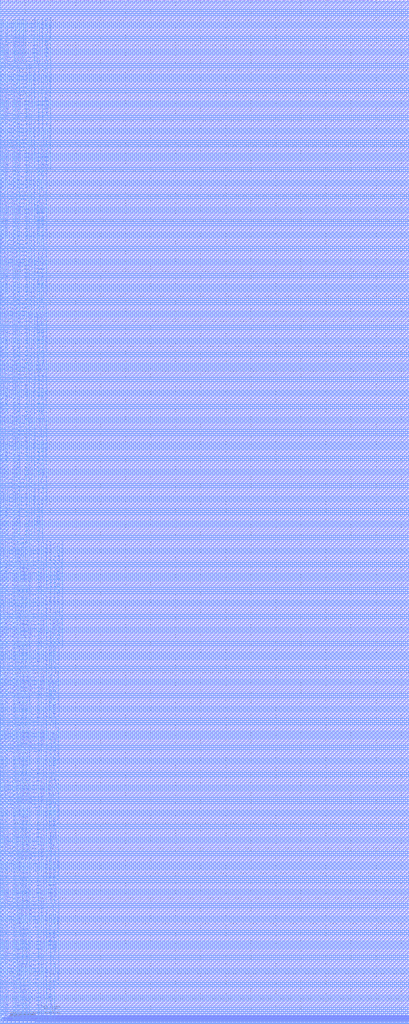
<source format=lef>
VERSION 5.7 ;
BUSBITCHARS "[]" ;
MACRO fakeram_512x2048_1r1w
  FOREIGN fakeram_512x2048_1r1w 0 0 ;
  SYMMETRY X Y R90 ;
  SIZE 163.234 BY 408.085 ;
  CLASS BLOCK ;
  PIN w0_wmask_in[0]
    DIRECTION INPUT ;
    USE SIGNAL ;
    SHAPE ABUTMENT ;
    PORT
      LAYER M4 ;
      RECT 0.000 0.276 0.072 0.300 ;
    END
  END w0_wmask_in[0]
  PIN w0_wmask_in[1]
    DIRECTION INPUT ;
    USE SIGNAL ;
    SHAPE ABUTMENT ;
    PORT
      LAYER M4 ;
      RECT 0.000 1.764 0.072 1.788 ;
    END
  END w0_wmask_in[1]
  PIN w0_wmask_in[2]
    DIRECTION INPUT ;
    USE SIGNAL ;
    SHAPE ABUTMENT ;
    PORT
      LAYER M4 ;
      RECT 0.000 3.252 0.072 3.276 ;
    END
  END w0_wmask_in[2]
  PIN w0_wmask_in[3]
    DIRECTION INPUT ;
    USE SIGNAL ;
    SHAPE ABUTMENT ;
    PORT
      LAYER M4 ;
      RECT 0.000 4.740 0.072 4.764 ;
    END
  END w0_wmask_in[3]
  PIN w0_wmask_in[4]
    DIRECTION INPUT ;
    USE SIGNAL ;
    SHAPE ABUTMENT ;
    PORT
      LAYER M4 ;
      RECT 0.000 6.228 0.072 6.252 ;
    END
  END w0_wmask_in[4]
  PIN w0_wmask_in[5]
    DIRECTION INPUT ;
    USE SIGNAL ;
    SHAPE ABUTMENT ;
    PORT
      LAYER M4 ;
      RECT 0.000 7.716 0.072 7.740 ;
    END
  END w0_wmask_in[5]
  PIN w0_wmask_in[6]
    DIRECTION INPUT ;
    USE SIGNAL ;
    SHAPE ABUTMENT ;
    PORT
      LAYER M4 ;
      RECT 0.000 9.204 0.072 9.228 ;
    END
  END w0_wmask_in[6]
  PIN w0_wmask_in[7]
    DIRECTION INPUT ;
    USE SIGNAL ;
    SHAPE ABUTMENT ;
    PORT
      LAYER M4 ;
      RECT 0.000 10.692 0.072 10.716 ;
    END
  END w0_wmask_in[7]
  PIN w0_wmask_in[8]
    DIRECTION INPUT ;
    USE SIGNAL ;
    SHAPE ABUTMENT ;
    PORT
      LAYER M4 ;
      RECT 0.000 12.180 0.072 12.204 ;
    END
  END w0_wmask_in[8]
  PIN w0_wmask_in[9]
    DIRECTION INPUT ;
    USE SIGNAL ;
    SHAPE ABUTMENT ;
    PORT
      LAYER M4 ;
      RECT 0.000 13.668 0.072 13.692 ;
    END
  END w0_wmask_in[9]
  PIN w0_wmask_in[10]
    DIRECTION INPUT ;
    USE SIGNAL ;
    SHAPE ABUTMENT ;
    PORT
      LAYER M4 ;
      RECT 0.000 15.156 0.072 15.180 ;
    END
  END w0_wmask_in[10]
  PIN w0_wmask_in[11]
    DIRECTION INPUT ;
    USE SIGNAL ;
    SHAPE ABUTMENT ;
    PORT
      LAYER M4 ;
      RECT 0.000 16.644 0.072 16.668 ;
    END
  END w0_wmask_in[11]
  PIN w0_wmask_in[12]
    DIRECTION INPUT ;
    USE SIGNAL ;
    SHAPE ABUTMENT ;
    PORT
      LAYER M4 ;
      RECT 0.000 18.132 0.072 18.156 ;
    END
  END w0_wmask_in[12]
  PIN w0_wmask_in[13]
    DIRECTION INPUT ;
    USE SIGNAL ;
    SHAPE ABUTMENT ;
    PORT
      LAYER M4 ;
      RECT 0.000 19.620 0.072 19.644 ;
    END
  END w0_wmask_in[13]
  PIN w0_wmask_in[14]
    DIRECTION INPUT ;
    USE SIGNAL ;
    SHAPE ABUTMENT ;
    PORT
      LAYER M4 ;
      RECT 0.000 21.108 0.072 21.132 ;
    END
  END w0_wmask_in[14]
  PIN w0_wmask_in[15]
    DIRECTION INPUT ;
    USE SIGNAL ;
    SHAPE ABUTMENT ;
    PORT
      LAYER M4 ;
      RECT 0.000 22.596 0.072 22.620 ;
    END
  END w0_wmask_in[15]
  PIN w0_wmask_in[16]
    DIRECTION INPUT ;
    USE SIGNAL ;
    SHAPE ABUTMENT ;
    PORT
      LAYER M4 ;
      RECT 0.000 24.084 0.072 24.108 ;
    END
  END w0_wmask_in[16]
  PIN w0_wmask_in[17]
    DIRECTION INPUT ;
    USE SIGNAL ;
    SHAPE ABUTMENT ;
    PORT
      LAYER M4 ;
      RECT 0.000 25.572 0.072 25.596 ;
    END
  END w0_wmask_in[17]
  PIN w0_wmask_in[18]
    DIRECTION INPUT ;
    USE SIGNAL ;
    SHAPE ABUTMENT ;
    PORT
      LAYER M4 ;
      RECT 0.000 27.060 0.072 27.084 ;
    END
  END w0_wmask_in[18]
  PIN w0_wmask_in[19]
    DIRECTION INPUT ;
    USE SIGNAL ;
    SHAPE ABUTMENT ;
    PORT
      LAYER M4 ;
      RECT 0.000 28.548 0.072 28.572 ;
    END
  END w0_wmask_in[19]
  PIN w0_wmask_in[20]
    DIRECTION INPUT ;
    USE SIGNAL ;
    SHAPE ABUTMENT ;
    PORT
      LAYER M4 ;
      RECT 0.000 30.036 0.072 30.060 ;
    END
  END w0_wmask_in[20]
  PIN w0_wmask_in[21]
    DIRECTION INPUT ;
    USE SIGNAL ;
    SHAPE ABUTMENT ;
    PORT
      LAYER M4 ;
      RECT 0.000 31.524 0.072 31.548 ;
    END
  END w0_wmask_in[21]
  PIN w0_wmask_in[22]
    DIRECTION INPUT ;
    USE SIGNAL ;
    SHAPE ABUTMENT ;
    PORT
      LAYER M4 ;
      RECT 0.000 33.012 0.072 33.036 ;
    END
  END w0_wmask_in[22]
  PIN w0_wmask_in[23]
    DIRECTION INPUT ;
    USE SIGNAL ;
    SHAPE ABUTMENT ;
    PORT
      LAYER M4 ;
      RECT 0.000 34.500 0.072 34.524 ;
    END
  END w0_wmask_in[23]
  PIN w0_wmask_in[24]
    DIRECTION INPUT ;
    USE SIGNAL ;
    SHAPE ABUTMENT ;
    PORT
      LAYER M4 ;
      RECT 0.000 35.988 0.072 36.012 ;
    END
  END w0_wmask_in[24]
  PIN w0_wmask_in[25]
    DIRECTION INPUT ;
    USE SIGNAL ;
    SHAPE ABUTMENT ;
    PORT
      LAYER M4 ;
      RECT 0.000 37.476 0.072 37.500 ;
    END
  END w0_wmask_in[25]
  PIN w0_wmask_in[26]
    DIRECTION INPUT ;
    USE SIGNAL ;
    SHAPE ABUTMENT ;
    PORT
      LAYER M4 ;
      RECT 0.000 38.964 0.072 38.988 ;
    END
  END w0_wmask_in[26]
  PIN w0_wmask_in[27]
    DIRECTION INPUT ;
    USE SIGNAL ;
    SHAPE ABUTMENT ;
    PORT
      LAYER M4 ;
      RECT 0.000 40.452 0.072 40.476 ;
    END
  END w0_wmask_in[27]
  PIN w0_wmask_in[28]
    DIRECTION INPUT ;
    USE SIGNAL ;
    SHAPE ABUTMENT ;
    PORT
      LAYER M4 ;
      RECT 0.000 41.940 0.072 41.964 ;
    END
  END w0_wmask_in[28]
  PIN w0_wmask_in[29]
    DIRECTION INPUT ;
    USE SIGNAL ;
    SHAPE ABUTMENT ;
    PORT
      LAYER M4 ;
      RECT 0.000 43.428 0.072 43.452 ;
    END
  END w0_wmask_in[29]
  PIN w0_wmask_in[30]
    DIRECTION INPUT ;
    USE SIGNAL ;
    SHAPE ABUTMENT ;
    PORT
      LAYER M4 ;
      RECT 0.000 44.916 0.072 44.940 ;
    END
  END w0_wmask_in[30]
  PIN w0_wmask_in[31]
    DIRECTION INPUT ;
    USE SIGNAL ;
    SHAPE ABUTMENT ;
    PORT
      LAYER M4 ;
      RECT 0.000 46.404 0.072 46.428 ;
    END
  END w0_wmask_in[31]
  PIN w0_wmask_in[32]
    DIRECTION INPUT ;
    USE SIGNAL ;
    SHAPE ABUTMENT ;
    PORT
      LAYER M4 ;
      RECT 0.000 47.892 0.072 47.916 ;
    END
  END w0_wmask_in[32]
  PIN w0_wmask_in[33]
    DIRECTION INPUT ;
    USE SIGNAL ;
    SHAPE ABUTMENT ;
    PORT
      LAYER M4 ;
      RECT 0.000 49.380 0.072 49.404 ;
    END
  END w0_wmask_in[33]
  PIN w0_wmask_in[34]
    DIRECTION INPUT ;
    USE SIGNAL ;
    SHAPE ABUTMENT ;
    PORT
      LAYER M4 ;
      RECT 0.000 50.868 0.072 50.892 ;
    END
  END w0_wmask_in[34]
  PIN w0_wmask_in[35]
    DIRECTION INPUT ;
    USE SIGNAL ;
    SHAPE ABUTMENT ;
    PORT
      LAYER M4 ;
      RECT 0.000 52.356 0.072 52.380 ;
    END
  END w0_wmask_in[35]
  PIN w0_wmask_in[36]
    DIRECTION INPUT ;
    USE SIGNAL ;
    SHAPE ABUTMENT ;
    PORT
      LAYER M4 ;
      RECT 0.000 53.844 0.072 53.868 ;
    END
  END w0_wmask_in[36]
  PIN w0_wmask_in[37]
    DIRECTION INPUT ;
    USE SIGNAL ;
    SHAPE ABUTMENT ;
    PORT
      LAYER M4 ;
      RECT 0.000 55.332 0.072 55.356 ;
    END
  END w0_wmask_in[37]
  PIN w0_wmask_in[38]
    DIRECTION INPUT ;
    USE SIGNAL ;
    SHAPE ABUTMENT ;
    PORT
      LAYER M4 ;
      RECT 0.000 56.820 0.072 56.844 ;
    END
  END w0_wmask_in[38]
  PIN w0_wmask_in[39]
    DIRECTION INPUT ;
    USE SIGNAL ;
    SHAPE ABUTMENT ;
    PORT
      LAYER M4 ;
      RECT 0.000 58.308 0.072 58.332 ;
    END
  END w0_wmask_in[39]
  PIN w0_wmask_in[40]
    DIRECTION INPUT ;
    USE SIGNAL ;
    SHAPE ABUTMENT ;
    PORT
      LAYER M4 ;
      RECT 0.000 59.796 0.072 59.820 ;
    END
  END w0_wmask_in[40]
  PIN w0_wmask_in[41]
    DIRECTION INPUT ;
    USE SIGNAL ;
    SHAPE ABUTMENT ;
    PORT
      LAYER M4 ;
      RECT 0.000 61.284 0.072 61.308 ;
    END
  END w0_wmask_in[41]
  PIN w0_wmask_in[42]
    DIRECTION INPUT ;
    USE SIGNAL ;
    SHAPE ABUTMENT ;
    PORT
      LAYER M4 ;
      RECT 0.000 62.772 0.072 62.796 ;
    END
  END w0_wmask_in[42]
  PIN w0_wmask_in[43]
    DIRECTION INPUT ;
    USE SIGNAL ;
    SHAPE ABUTMENT ;
    PORT
      LAYER M4 ;
      RECT 0.000 64.260 0.072 64.284 ;
    END
  END w0_wmask_in[43]
  PIN w0_wmask_in[44]
    DIRECTION INPUT ;
    USE SIGNAL ;
    SHAPE ABUTMENT ;
    PORT
      LAYER M4 ;
      RECT 0.000 65.748 0.072 65.772 ;
    END
  END w0_wmask_in[44]
  PIN w0_wmask_in[45]
    DIRECTION INPUT ;
    USE SIGNAL ;
    SHAPE ABUTMENT ;
    PORT
      LAYER M4 ;
      RECT 0.000 67.236 0.072 67.260 ;
    END
  END w0_wmask_in[45]
  PIN w0_wmask_in[46]
    DIRECTION INPUT ;
    USE SIGNAL ;
    SHAPE ABUTMENT ;
    PORT
      LAYER M4 ;
      RECT 0.000 68.724 0.072 68.748 ;
    END
  END w0_wmask_in[46]
  PIN w0_wmask_in[47]
    DIRECTION INPUT ;
    USE SIGNAL ;
    SHAPE ABUTMENT ;
    PORT
      LAYER M4 ;
      RECT 0.000 70.212 0.072 70.236 ;
    END
  END w0_wmask_in[47]
  PIN w0_wmask_in[48]
    DIRECTION INPUT ;
    USE SIGNAL ;
    SHAPE ABUTMENT ;
    PORT
      LAYER M4 ;
      RECT 0.000 71.700 0.072 71.724 ;
    END
  END w0_wmask_in[48]
  PIN w0_wmask_in[49]
    DIRECTION INPUT ;
    USE SIGNAL ;
    SHAPE ABUTMENT ;
    PORT
      LAYER M4 ;
      RECT 0.000 73.188 0.072 73.212 ;
    END
  END w0_wmask_in[49]
  PIN w0_wmask_in[50]
    DIRECTION INPUT ;
    USE SIGNAL ;
    SHAPE ABUTMENT ;
    PORT
      LAYER M4 ;
      RECT 0.000 74.676 0.072 74.700 ;
    END
  END w0_wmask_in[50]
  PIN w0_wmask_in[51]
    DIRECTION INPUT ;
    USE SIGNAL ;
    SHAPE ABUTMENT ;
    PORT
      LAYER M4 ;
      RECT 0.000 76.164 0.072 76.188 ;
    END
  END w0_wmask_in[51]
  PIN w0_wmask_in[52]
    DIRECTION INPUT ;
    USE SIGNAL ;
    SHAPE ABUTMENT ;
    PORT
      LAYER M4 ;
      RECT 0.000 77.652 0.072 77.676 ;
    END
  END w0_wmask_in[52]
  PIN w0_wmask_in[53]
    DIRECTION INPUT ;
    USE SIGNAL ;
    SHAPE ABUTMENT ;
    PORT
      LAYER M4 ;
      RECT 0.000 79.140 0.072 79.164 ;
    END
  END w0_wmask_in[53]
  PIN w0_wmask_in[54]
    DIRECTION INPUT ;
    USE SIGNAL ;
    SHAPE ABUTMENT ;
    PORT
      LAYER M4 ;
      RECT 0.000 80.628 0.072 80.652 ;
    END
  END w0_wmask_in[54]
  PIN w0_wmask_in[55]
    DIRECTION INPUT ;
    USE SIGNAL ;
    SHAPE ABUTMENT ;
    PORT
      LAYER M4 ;
      RECT 0.000 82.116 0.072 82.140 ;
    END
  END w0_wmask_in[55]
  PIN w0_wmask_in[56]
    DIRECTION INPUT ;
    USE SIGNAL ;
    SHAPE ABUTMENT ;
    PORT
      LAYER M4 ;
      RECT 0.000 83.604 0.072 83.628 ;
    END
  END w0_wmask_in[56]
  PIN w0_wmask_in[57]
    DIRECTION INPUT ;
    USE SIGNAL ;
    SHAPE ABUTMENT ;
    PORT
      LAYER M4 ;
      RECT 0.000 85.092 0.072 85.116 ;
    END
  END w0_wmask_in[57]
  PIN w0_wmask_in[58]
    DIRECTION INPUT ;
    USE SIGNAL ;
    SHAPE ABUTMENT ;
    PORT
      LAYER M4 ;
      RECT 0.000 86.580 0.072 86.604 ;
    END
  END w0_wmask_in[58]
  PIN w0_wmask_in[59]
    DIRECTION INPUT ;
    USE SIGNAL ;
    SHAPE ABUTMENT ;
    PORT
      LAYER M4 ;
      RECT 0.000 88.068 0.072 88.092 ;
    END
  END w0_wmask_in[59]
  PIN w0_wmask_in[60]
    DIRECTION INPUT ;
    USE SIGNAL ;
    SHAPE ABUTMENT ;
    PORT
      LAYER M4 ;
      RECT 0.000 89.556 0.072 89.580 ;
    END
  END w0_wmask_in[60]
  PIN w0_wmask_in[61]
    DIRECTION INPUT ;
    USE SIGNAL ;
    SHAPE ABUTMENT ;
    PORT
      LAYER M4 ;
      RECT 0.000 91.044 0.072 91.068 ;
    END
  END w0_wmask_in[61]
  PIN w0_wmask_in[62]
    DIRECTION INPUT ;
    USE SIGNAL ;
    SHAPE ABUTMENT ;
    PORT
      LAYER M4 ;
      RECT 0.000 92.532 0.072 92.556 ;
    END
  END w0_wmask_in[62]
  PIN w0_wmask_in[63]
    DIRECTION INPUT ;
    USE SIGNAL ;
    SHAPE ABUTMENT ;
    PORT
      LAYER M4 ;
      RECT 0.000 94.020 0.072 94.044 ;
    END
  END w0_wmask_in[63]
  PIN w0_wmask_in[64]
    DIRECTION INPUT ;
    USE SIGNAL ;
    SHAPE ABUTMENT ;
    PORT
      LAYER M4 ;
      RECT 0.000 95.508 0.072 95.532 ;
    END
  END w0_wmask_in[64]
  PIN w0_wmask_in[65]
    DIRECTION INPUT ;
    USE SIGNAL ;
    SHAPE ABUTMENT ;
    PORT
      LAYER M4 ;
      RECT 0.000 96.996 0.072 97.020 ;
    END
  END w0_wmask_in[65]
  PIN w0_wmask_in[66]
    DIRECTION INPUT ;
    USE SIGNAL ;
    SHAPE ABUTMENT ;
    PORT
      LAYER M4 ;
      RECT 0.000 98.484 0.072 98.508 ;
    END
  END w0_wmask_in[66]
  PIN w0_wmask_in[67]
    DIRECTION INPUT ;
    USE SIGNAL ;
    SHAPE ABUTMENT ;
    PORT
      LAYER M4 ;
      RECT 0.000 99.972 0.072 99.996 ;
    END
  END w0_wmask_in[67]
  PIN w0_wmask_in[68]
    DIRECTION INPUT ;
    USE SIGNAL ;
    SHAPE ABUTMENT ;
    PORT
      LAYER M4 ;
      RECT 0.000 101.460 0.072 101.484 ;
    END
  END w0_wmask_in[68]
  PIN w0_wmask_in[69]
    DIRECTION INPUT ;
    USE SIGNAL ;
    SHAPE ABUTMENT ;
    PORT
      LAYER M4 ;
      RECT 0.000 102.948 0.072 102.972 ;
    END
  END w0_wmask_in[69]
  PIN w0_wmask_in[70]
    DIRECTION INPUT ;
    USE SIGNAL ;
    SHAPE ABUTMENT ;
    PORT
      LAYER M4 ;
      RECT 0.000 104.436 0.072 104.460 ;
    END
  END w0_wmask_in[70]
  PIN w0_wmask_in[71]
    DIRECTION INPUT ;
    USE SIGNAL ;
    SHAPE ABUTMENT ;
    PORT
      LAYER M4 ;
      RECT 0.000 105.924 0.072 105.948 ;
    END
  END w0_wmask_in[71]
  PIN w0_wmask_in[72]
    DIRECTION INPUT ;
    USE SIGNAL ;
    SHAPE ABUTMENT ;
    PORT
      LAYER M4 ;
      RECT 0.000 107.412 0.072 107.436 ;
    END
  END w0_wmask_in[72]
  PIN w0_wmask_in[73]
    DIRECTION INPUT ;
    USE SIGNAL ;
    SHAPE ABUTMENT ;
    PORT
      LAYER M4 ;
      RECT 0.000 108.900 0.072 108.924 ;
    END
  END w0_wmask_in[73]
  PIN w0_wmask_in[74]
    DIRECTION INPUT ;
    USE SIGNAL ;
    SHAPE ABUTMENT ;
    PORT
      LAYER M4 ;
      RECT 0.000 110.388 0.072 110.412 ;
    END
  END w0_wmask_in[74]
  PIN w0_wmask_in[75]
    DIRECTION INPUT ;
    USE SIGNAL ;
    SHAPE ABUTMENT ;
    PORT
      LAYER M4 ;
      RECT 0.000 111.876 0.072 111.900 ;
    END
  END w0_wmask_in[75]
  PIN w0_wmask_in[76]
    DIRECTION INPUT ;
    USE SIGNAL ;
    SHAPE ABUTMENT ;
    PORT
      LAYER M4 ;
      RECT 0.000 113.364 0.072 113.388 ;
    END
  END w0_wmask_in[76]
  PIN w0_wmask_in[77]
    DIRECTION INPUT ;
    USE SIGNAL ;
    SHAPE ABUTMENT ;
    PORT
      LAYER M4 ;
      RECT 0.000 114.852 0.072 114.876 ;
    END
  END w0_wmask_in[77]
  PIN w0_wmask_in[78]
    DIRECTION INPUT ;
    USE SIGNAL ;
    SHAPE ABUTMENT ;
    PORT
      LAYER M4 ;
      RECT 0.000 116.340 0.072 116.364 ;
    END
  END w0_wmask_in[78]
  PIN w0_wmask_in[79]
    DIRECTION INPUT ;
    USE SIGNAL ;
    SHAPE ABUTMENT ;
    PORT
      LAYER M4 ;
      RECT 0.000 117.828 0.072 117.852 ;
    END
  END w0_wmask_in[79]
  PIN w0_wmask_in[80]
    DIRECTION INPUT ;
    USE SIGNAL ;
    SHAPE ABUTMENT ;
    PORT
      LAYER M4 ;
      RECT 0.000 119.316 0.072 119.340 ;
    END
  END w0_wmask_in[80]
  PIN w0_wmask_in[81]
    DIRECTION INPUT ;
    USE SIGNAL ;
    SHAPE ABUTMENT ;
    PORT
      LAYER M4 ;
      RECT 0.000 120.804 0.072 120.828 ;
    END
  END w0_wmask_in[81]
  PIN w0_wmask_in[82]
    DIRECTION INPUT ;
    USE SIGNAL ;
    SHAPE ABUTMENT ;
    PORT
      LAYER M4 ;
      RECT 0.000 122.292 0.072 122.316 ;
    END
  END w0_wmask_in[82]
  PIN w0_wmask_in[83]
    DIRECTION INPUT ;
    USE SIGNAL ;
    SHAPE ABUTMENT ;
    PORT
      LAYER M4 ;
      RECT 0.000 123.780 0.072 123.804 ;
    END
  END w0_wmask_in[83]
  PIN w0_wmask_in[84]
    DIRECTION INPUT ;
    USE SIGNAL ;
    SHAPE ABUTMENT ;
    PORT
      LAYER M4 ;
      RECT 0.000 125.268 0.072 125.292 ;
    END
  END w0_wmask_in[84]
  PIN w0_wmask_in[85]
    DIRECTION INPUT ;
    USE SIGNAL ;
    SHAPE ABUTMENT ;
    PORT
      LAYER M4 ;
      RECT 0.000 126.756 0.072 126.780 ;
    END
  END w0_wmask_in[85]
  PIN w0_wmask_in[86]
    DIRECTION INPUT ;
    USE SIGNAL ;
    SHAPE ABUTMENT ;
    PORT
      LAYER M4 ;
      RECT 0.000 128.244 0.072 128.268 ;
    END
  END w0_wmask_in[86]
  PIN w0_wmask_in[87]
    DIRECTION INPUT ;
    USE SIGNAL ;
    SHAPE ABUTMENT ;
    PORT
      LAYER M4 ;
      RECT 0.000 129.732 0.072 129.756 ;
    END
  END w0_wmask_in[87]
  PIN w0_wmask_in[88]
    DIRECTION INPUT ;
    USE SIGNAL ;
    SHAPE ABUTMENT ;
    PORT
      LAYER M4 ;
      RECT 0.000 131.220 0.072 131.244 ;
    END
  END w0_wmask_in[88]
  PIN w0_wmask_in[89]
    DIRECTION INPUT ;
    USE SIGNAL ;
    SHAPE ABUTMENT ;
    PORT
      LAYER M4 ;
      RECT 0.000 132.708 0.072 132.732 ;
    END
  END w0_wmask_in[89]
  PIN w0_wmask_in[90]
    DIRECTION INPUT ;
    USE SIGNAL ;
    SHAPE ABUTMENT ;
    PORT
      LAYER M4 ;
      RECT 0.000 134.196 0.072 134.220 ;
    END
  END w0_wmask_in[90]
  PIN w0_wmask_in[91]
    DIRECTION INPUT ;
    USE SIGNAL ;
    SHAPE ABUTMENT ;
    PORT
      LAYER M4 ;
      RECT 0.000 135.684 0.072 135.708 ;
    END
  END w0_wmask_in[91]
  PIN w0_wmask_in[92]
    DIRECTION INPUT ;
    USE SIGNAL ;
    SHAPE ABUTMENT ;
    PORT
      LAYER M4 ;
      RECT 0.000 137.172 0.072 137.196 ;
    END
  END w0_wmask_in[92]
  PIN w0_wmask_in[93]
    DIRECTION INPUT ;
    USE SIGNAL ;
    SHAPE ABUTMENT ;
    PORT
      LAYER M4 ;
      RECT 0.000 138.660 0.072 138.684 ;
    END
  END w0_wmask_in[93]
  PIN w0_wmask_in[94]
    DIRECTION INPUT ;
    USE SIGNAL ;
    SHAPE ABUTMENT ;
    PORT
      LAYER M4 ;
      RECT 0.000 140.148 0.072 140.172 ;
    END
  END w0_wmask_in[94]
  PIN w0_wmask_in[95]
    DIRECTION INPUT ;
    USE SIGNAL ;
    SHAPE ABUTMENT ;
    PORT
      LAYER M4 ;
      RECT 0.000 141.636 0.072 141.660 ;
    END
  END w0_wmask_in[95]
  PIN w0_wmask_in[96]
    DIRECTION INPUT ;
    USE SIGNAL ;
    SHAPE ABUTMENT ;
    PORT
      LAYER M4 ;
      RECT 0.000 143.124 0.072 143.148 ;
    END
  END w0_wmask_in[96]
  PIN w0_wmask_in[97]
    DIRECTION INPUT ;
    USE SIGNAL ;
    SHAPE ABUTMENT ;
    PORT
      LAYER M4 ;
      RECT 0.000 144.612 0.072 144.636 ;
    END
  END w0_wmask_in[97]
  PIN w0_wmask_in[98]
    DIRECTION INPUT ;
    USE SIGNAL ;
    SHAPE ABUTMENT ;
    PORT
      LAYER M4 ;
      RECT 0.000 146.100 0.072 146.124 ;
    END
  END w0_wmask_in[98]
  PIN w0_wmask_in[99]
    DIRECTION INPUT ;
    USE SIGNAL ;
    SHAPE ABUTMENT ;
    PORT
      LAYER M4 ;
      RECT 0.000 147.588 0.072 147.612 ;
    END
  END w0_wmask_in[99]
  PIN w0_wmask_in[100]
    DIRECTION INPUT ;
    USE SIGNAL ;
    SHAPE ABUTMENT ;
    PORT
      LAYER M4 ;
      RECT 0.000 149.076 0.072 149.100 ;
    END
  END w0_wmask_in[100]
  PIN w0_wmask_in[101]
    DIRECTION INPUT ;
    USE SIGNAL ;
    SHAPE ABUTMENT ;
    PORT
      LAYER M4 ;
      RECT 0.000 150.564 0.072 150.588 ;
    END
  END w0_wmask_in[101]
  PIN w0_wmask_in[102]
    DIRECTION INPUT ;
    USE SIGNAL ;
    SHAPE ABUTMENT ;
    PORT
      LAYER M4 ;
      RECT 0.000 152.052 0.072 152.076 ;
    END
  END w0_wmask_in[102]
  PIN w0_wmask_in[103]
    DIRECTION INPUT ;
    USE SIGNAL ;
    SHAPE ABUTMENT ;
    PORT
      LAYER M4 ;
      RECT 0.000 153.540 0.072 153.564 ;
    END
  END w0_wmask_in[103]
  PIN w0_wmask_in[104]
    DIRECTION INPUT ;
    USE SIGNAL ;
    SHAPE ABUTMENT ;
    PORT
      LAYER M4 ;
      RECT 0.000 155.028 0.072 155.052 ;
    END
  END w0_wmask_in[104]
  PIN w0_wmask_in[105]
    DIRECTION INPUT ;
    USE SIGNAL ;
    SHAPE ABUTMENT ;
    PORT
      LAYER M4 ;
      RECT 0.000 156.516 0.072 156.540 ;
    END
  END w0_wmask_in[105]
  PIN w0_wmask_in[106]
    DIRECTION INPUT ;
    USE SIGNAL ;
    SHAPE ABUTMENT ;
    PORT
      LAYER M4 ;
      RECT 0.000 158.004 0.072 158.028 ;
    END
  END w0_wmask_in[106]
  PIN w0_wmask_in[107]
    DIRECTION INPUT ;
    USE SIGNAL ;
    SHAPE ABUTMENT ;
    PORT
      LAYER M4 ;
      RECT 0.000 159.492 0.072 159.516 ;
    END
  END w0_wmask_in[107]
  PIN w0_wmask_in[108]
    DIRECTION INPUT ;
    USE SIGNAL ;
    SHAPE ABUTMENT ;
    PORT
      LAYER M4 ;
      RECT 0.000 160.980 0.072 161.004 ;
    END
  END w0_wmask_in[108]
  PIN w0_wmask_in[109]
    DIRECTION INPUT ;
    USE SIGNAL ;
    SHAPE ABUTMENT ;
    PORT
      LAYER M4 ;
      RECT 0.000 162.468 0.072 162.492 ;
    END
  END w0_wmask_in[109]
  PIN w0_wmask_in[110]
    DIRECTION INPUT ;
    USE SIGNAL ;
    SHAPE ABUTMENT ;
    PORT
      LAYER M4 ;
      RECT 0.000 163.956 0.072 163.980 ;
    END
  END w0_wmask_in[110]
  PIN w0_wmask_in[111]
    DIRECTION INPUT ;
    USE SIGNAL ;
    SHAPE ABUTMENT ;
    PORT
      LAYER M4 ;
      RECT 0.000 165.444 0.072 165.468 ;
    END
  END w0_wmask_in[111]
  PIN w0_wmask_in[112]
    DIRECTION INPUT ;
    USE SIGNAL ;
    SHAPE ABUTMENT ;
    PORT
      LAYER M4 ;
      RECT 0.000 166.932 0.072 166.956 ;
    END
  END w0_wmask_in[112]
  PIN w0_wmask_in[113]
    DIRECTION INPUT ;
    USE SIGNAL ;
    SHAPE ABUTMENT ;
    PORT
      LAYER M4 ;
      RECT 0.000 168.420 0.072 168.444 ;
    END
  END w0_wmask_in[113]
  PIN w0_wmask_in[114]
    DIRECTION INPUT ;
    USE SIGNAL ;
    SHAPE ABUTMENT ;
    PORT
      LAYER M4 ;
      RECT 0.000 169.908 0.072 169.932 ;
    END
  END w0_wmask_in[114]
  PIN w0_wmask_in[115]
    DIRECTION INPUT ;
    USE SIGNAL ;
    SHAPE ABUTMENT ;
    PORT
      LAYER M4 ;
      RECT 0.000 171.396 0.072 171.420 ;
    END
  END w0_wmask_in[115]
  PIN w0_wmask_in[116]
    DIRECTION INPUT ;
    USE SIGNAL ;
    SHAPE ABUTMENT ;
    PORT
      LAYER M4 ;
      RECT 0.000 172.884 0.072 172.908 ;
    END
  END w0_wmask_in[116]
  PIN w0_wmask_in[117]
    DIRECTION INPUT ;
    USE SIGNAL ;
    SHAPE ABUTMENT ;
    PORT
      LAYER M4 ;
      RECT 0.000 174.372 0.072 174.396 ;
    END
  END w0_wmask_in[117]
  PIN w0_wmask_in[118]
    DIRECTION INPUT ;
    USE SIGNAL ;
    SHAPE ABUTMENT ;
    PORT
      LAYER M4 ;
      RECT 0.000 175.860 0.072 175.884 ;
    END
  END w0_wmask_in[118]
  PIN w0_wmask_in[119]
    DIRECTION INPUT ;
    USE SIGNAL ;
    SHAPE ABUTMENT ;
    PORT
      LAYER M4 ;
      RECT 0.000 177.348 0.072 177.372 ;
    END
  END w0_wmask_in[119]
  PIN w0_wmask_in[120]
    DIRECTION INPUT ;
    USE SIGNAL ;
    SHAPE ABUTMENT ;
    PORT
      LAYER M4 ;
      RECT 0.000 178.836 0.072 178.860 ;
    END
  END w0_wmask_in[120]
  PIN w0_wmask_in[121]
    DIRECTION INPUT ;
    USE SIGNAL ;
    SHAPE ABUTMENT ;
    PORT
      LAYER M4 ;
      RECT 0.000 180.324 0.072 180.348 ;
    END
  END w0_wmask_in[121]
  PIN w0_wmask_in[122]
    DIRECTION INPUT ;
    USE SIGNAL ;
    SHAPE ABUTMENT ;
    PORT
      LAYER M4 ;
      RECT 0.000 181.812 0.072 181.836 ;
    END
  END w0_wmask_in[122]
  PIN w0_wmask_in[123]
    DIRECTION INPUT ;
    USE SIGNAL ;
    SHAPE ABUTMENT ;
    PORT
      LAYER M4 ;
      RECT 0.000 183.300 0.072 183.324 ;
    END
  END w0_wmask_in[123]
  PIN w0_wmask_in[124]
    DIRECTION INPUT ;
    USE SIGNAL ;
    SHAPE ABUTMENT ;
    PORT
      LAYER M4 ;
      RECT 0.000 184.788 0.072 184.812 ;
    END
  END w0_wmask_in[124]
  PIN w0_wmask_in[125]
    DIRECTION INPUT ;
    USE SIGNAL ;
    SHAPE ABUTMENT ;
    PORT
      LAYER M4 ;
      RECT 0.000 186.276 0.072 186.300 ;
    END
  END w0_wmask_in[125]
  PIN w0_wmask_in[126]
    DIRECTION INPUT ;
    USE SIGNAL ;
    SHAPE ABUTMENT ;
    PORT
      LAYER M4 ;
      RECT 0.000 187.764 0.072 187.788 ;
    END
  END w0_wmask_in[126]
  PIN w0_wmask_in[127]
    DIRECTION INPUT ;
    USE SIGNAL ;
    SHAPE ABUTMENT ;
    PORT
      LAYER M4 ;
      RECT 0.000 189.252 0.072 189.276 ;
    END
  END w0_wmask_in[127]
  PIN w0_wmask_in[128]
    DIRECTION INPUT ;
    USE SIGNAL ;
    SHAPE ABUTMENT ;
    PORT
      LAYER M4 ;
      RECT 163.162 0.276 163.234 0.300 ;
    END
  END w0_wmask_in[128]
  PIN w0_wmask_in[129]
    DIRECTION INPUT ;
    USE SIGNAL ;
    SHAPE ABUTMENT ;
    PORT
      LAYER M4 ;
      RECT 163.162 1.764 163.234 1.788 ;
    END
  END w0_wmask_in[129]
  PIN w0_wmask_in[130]
    DIRECTION INPUT ;
    USE SIGNAL ;
    SHAPE ABUTMENT ;
    PORT
      LAYER M4 ;
      RECT 163.162 3.252 163.234 3.276 ;
    END
  END w0_wmask_in[130]
  PIN w0_wmask_in[131]
    DIRECTION INPUT ;
    USE SIGNAL ;
    SHAPE ABUTMENT ;
    PORT
      LAYER M4 ;
      RECT 163.162 4.740 163.234 4.764 ;
    END
  END w0_wmask_in[131]
  PIN w0_wmask_in[132]
    DIRECTION INPUT ;
    USE SIGNAL ;
    SHAPE ABUTMENT ;
    PORT
      LAYER M4 ;
      RECT 163.162 6.228 163.234 6.252 ;
    END
  END w0_wmask_in[132]
  PIN w0_wmask_in[133]
    DIRECTION INPUT ;
    USE SIGNAL ;
    SHAPE ABUTMENT ;
    PORT
      LAYER M4 ;
      RECT 163.162 7.716 163.234 7.740 ;
    END
  END w0_wmask_in[133]
  PIN w0_wmask_in[134]
    DIRECTION INPUT ;
    USE SIGNAL ;
    SHAPE ABUTMENT ;
    PORT
      LAYER M4 ;
      RECT 163.162 9.204 163.234 9.228 ;
    END
  END w0_wmask_in[134]
  PIN w0_wmask_in[135]
    DIRECTION INPUT ;
    USE SIGNAL ;
    SHAPE ABUTMENT ;
    PORT
      LAYER M4 ;
      RECT 163.162 10.692 163.234 10.716 ;
    END
  END w0_wmask_in[135]
  PIN w0_wmask_in[136]
    DIRECTION INPUT ;
    USE SIGNAL ;
    SHAPE ABUTMENT ;
    PORT
      LAYER M4 ;
      RECT 163.162 12.180 163.234 12.204 ;
    END
  END w0_wmask_in[136]
  PIN w0_wmask_in[137]
    DIRECTION INPUT ;
    USE SIGNAL ;
    SHAPE ABUTMENT ;
    PORT
      LAYER M4 ;
      RECT 163.162 13.668 163.234 13.692 ;
    END
  END w0_wmask_in[137]
  PIN w0_wmask_in[138]
    DIRECTION INPUT ;
    USE SIGNAL ;
    SHAPE ABUTMENT ;
    PORT
      LAYER M4 ;
      RECT 163.162 15.156 163.234 15.180 ;
    END
  END w0_wmask_in[138]
  PIN w0_wmask_in[139]
    DIRECTION INPUT ;
    USE SIGNAL ;
    SHAPE ABUTMENT ;
    PORT
      LAYER M4 ;
      RECT 163.162 16.644 163.234 16.668 ;
    END
  END w0_wmask_in[139]
  PIN w0_wmask_in[140]
    DIRECTION INPUT ;
    USE SIGNAL ;
    SHAPE ABUTMENT ;
    PORT
      LAYER M4 ;
      RECT 163.162 18.132 163.234 18.156 ;
    END
  END w0_wmask_in[140]
  PIN w0_wmask_in[141]
    DIRECTION INPUT ;
    USE SIGNAL ;
    SHAPE ABUTMENT ;
    PORT
      LAYER M4 ;
      RECT 163.162 19.620 163.234 19.644 ;
    END
  END w0_wmask_in[141]
  PIN w0_wmask_in[142]
    DIRECTION INPUT ;
    USE SIGNAL ;
    SHAPE ABUTMENT ;
    PORT
      LAYER M4 ;
      RECT 163.162 21.108 163.234 21.132 ;
    END
  END w0_wmask_in[142]
  PIN w0_wmask_in[143]
    DIRECTION INPUT ;
    USE SIGNAL ;
    SHAPE ABUTMENT ;
    PORT
      LAYER M4 ;
      RECT 163.162 22.596 163.234 22.620 ;
    END
  END w0_wmask_in[143]
  PIN w0_wmask_in[144]
    DIRECTION INPUT ;
    USE SIGNAL ;
    SHAPE ABUTMENT ;
    PORT
      LAYER M4 ;
      RECT 163.162 24.084 163.234 24.108 ;
    END
  END w0_wmask_in[144]
  PIN w0_wmask_in[145]
    DIRECTION INPUT ;
    USE SIGNAL ;
    SHAPE ABUTMENT ;
    PORT
      LAYER M4 ;
      RECT 163.162 25.572 163.234 25.596 ;
    END
  END w0_wmask_in[145]
  PIN w0_wmask_in[146]
    DIRECTION INPUT ;
    USE SIGNAL ;
    SHAPE ABUTMENT ;
    PORT
      LAYER M4 ;
      RECT 163.162 27.060 163.234 27.084 ;
    END
  END w0_wmask_in[146]
  PIN w0_wmask_in[147]
    DIRECTION INPUT ;
    USE SIGNAL ;
    SHAPE ABUTMENT ;
    PORT
      LAYER M4 ;
      RECT 163.162 28.548 163.234 28.572 ;
    END
  END w0_wmask_in[147]
  PIN w0_wmask_in[148]
    DIRECTION INPUT ;
    USE SIGNAL ;
    SHAPE ABUTMENT ;
    PORT
      LAYER M4 ;
      RECT 163.162 30.036 163.234 30.060 ;
    END
  END w0_wmask_in[148]
  PIN w0_wmask_in[149]
    DIRECTION INPUT ;
    USE SIGNAL ;
    SHAPE ABUTMENT ;
    PORT
      LAYER M4 ;
      RECT 163.162 31.524 163.234 31.548 ;
    END
  END w0_wmask_in[149]
  PIN w0_wmask_in[150]
    DIRECTION INPUT ;
    USE SIGNAL ;
    SHAPE ABUTMENT ;
    PORT
      LAYER M4 ;
      RECT 163.162 33.012 163.234 33.036 ;
    END
  END w0_wmask_in[150]
  PIN w0_wmask_in[151]
    DIRECTION INPUT ;
    USE SIGNAL ;
    SHAPE ABUTMENT ;
    PORT
      LAYER M4 ;
      RECT 163.162 34.500 163.234 34.524 ;
    END
  END w0_wmask_in[151]
  PIN w0_wmask_in[152]
    DIRECTION INPUT ;
    USE SIGNAL ;
    SHAPE ABUTMENT ;
    PORT
      LAYER M4 ;
      RECT 163.162 35.988 163.234 36.012 ;
    END
  END w0_wmask_in[152]
  PIN w0_wmask_in[153]
    DIRECTION INPUT ;
    USE SIGNAL ;
    SHAPE ABUTMENT ;
    PORT
      LAYER M4 ;
      RECT 163.162 37.476 163.234 37.500 ;
    END
  END w0_wmask_in[153]
  PIN w0_wmask_in[154]
    DIRECTION INPUT ;
    USE SIGNAL ;
    SHAPE ABUTMENT ;
    PORT
      LAYER M4 ;
      RECT 163.162 38.964 163.234 38.988 ;
    END
  END w0_wmask_in[154]
  PIN w0_wmask_in[155]
    DIRECTION INPUT ;
    USE SIGNAL ;
    SHAPE ABUTMENT ;
    PORT
      LAYER M4 ;
      RECT 163.162 40.452 163.234 40.476 ;
    END
  END w0_wmask_in[155]
  PIN w0_wmask_in[156]
    DIRECTION INPUT ;
    USE SIGNAL ;
    SHAPE ABUTMENT ;
    PORT
      LAYER M4 ;
      RECT 163.162 41.940 163.234 41.964 ;
    END
  END w0_wmask_in[156]
  PIN w0_wmask_in[157]
    DIRECTION INPUT ;
    USE SIGNAL ;
    SHAPE ABUTMENT ;
    PORT
      LAYER M4 ;
      RECT 163.162 43.428 163.234 43.452 ;
    END
  END w0_wmask_in[157]
  PIN w0_wmask_in[158]
    DIRECTION INPUT ;
    USE SIGNAL ;
    SHAPE ABUTMENT ;
    PORT
      LAYER M4 ;
      RECT 163.162 44.916 163.234 44.940 ;
    END
  END w0_wmask_in[158]
  PIN w0_wmask_in[159]
    DIRECTION INPUT ;
    USE SIGNAL ;
    SHAPE ABUTMENT ;
    PORT
      LAYER M4 ;
      RECT 163.162 46.404 163.234 46.428 ;
    END
  END w0_wmask_in[159]
  PIN w0_wmask_in[160]
    DIRECTION INPUT ;
    USE SIGNAL ;
    SHAPE ABUTMENT ;
    PORT
      LAYER M4 ;
      RECT 163.162 47.892 163.234 47.916 ;
    END
  END w0_wmask_in[160]
  PIN w0_wmask_in[161]
    DIRECTION INPUT ;
    USE SIGNAL ;
    SHAPE ABUTMENT ;
    PORT
      LAYER M4 ;
      RECT 163.162 49.380 163.234 49.404 ;
    END
  END w0_wmask_in[161]
  PIN w0_wmask_in[162]
    DIRECTION INPUT ;
    USE SIGNAL ;
    SHAPE ABUTMENT ;
    PORT
      LAYER M4 ;
      RECT 163.162 50.868 163.234 50.892 ;
    END
  END w0_wmask_in[162]
  PIN w0_wmask_in[163]
    DIRECTION INPUT ;
    USE SIGNAL ;
    SHAPE ABUTMENT ;
    PORT
      LAYER M4 ;
      RECT 163.162 52.356 163.234 52.380 ;
    END
  END w0_wmask_in[163]
  PIN w0_wmask_in[164]
    DIRECTION INPUT ;
    USE SIGNAL ;
    SHAPE ABUTMENT ;
    PORT
      LAYER M4 ;
      RECT 163.162 53.844 163.234 53.868 ;
    END
  END w0_wmask_in[164]
  PIN w0_wmask_in[165]
    DIRECTION INPUT ;
    USE SIGNAL ;
    SHAPE ABUTMENT ;
    PORT
      LAYER M4 ;
      RECT 163.162 55.332 163.234 55.356 ;
    END
  END w0_wmask_in[165]
  PIN w0_wmask_in[166]
    DIRECTION INPUT ;
    USE SIGNAL ;
    SHAPE ABUTMENT ;
    PORT
      LAYER M4 ;
      RECT 163.162 56.820 163.234 56.844 ;
    END
  END w0_wmask_in[166]
  PIN w0_wmask_in[167]
    DIRECTION INPUT ;
    USE SIGNAL ;
    SHAPE ABUTMENT ;
    PORT
      LAYER M4 ;
      RECT 163.162 58.308 163.234 58.332 ;
    END
  END w0_wmask_in[167]
  PIN w0_wmask_in[168]
    DIRECTION INPUT ;
    USE SIGNAL ;
    SHAPE ABUTMENT ;
    PORT
      LAYER M4 ;
      RECT 163.162 59.796 163.234 59.820 ;
    END
  END w0_wmask_in[168]
  PIN w0_wmask_in[169]
    DIRECTION INPUT ;
    USE SIGNAL ;
    SHAPE ABUTMENT ;
    PORT
      LAYER M4 ;
      RECT 163.162 61.284 163.234 61.308 ;
    END
  END w0_wmask_in[169]
  PIN w0_wmask_in[170]
    DIRECTION INPUT ;
    USE SIGNAL ;
    SHAPE ABUTMENT ;
    PORT
      LAYER M4 ;
      RECT 163.162 62.772 163.234 62.796 ;
    END
  END w0_wmask_in[170]
  PIN w0_wmask_in[171]
    DIRECTION INPUT ;
    USE SIGNAL ;
    SHAPE ABUTMENT ;
    PORT
      LAYER M4 ;
      RECT 163.162 64.260 163.234 64.284 ;
    END
  END w0_wmask_in[171]
  PIN w0_wmask_in[172]
    DIRECTION INPUT ;
    USE SIGNAL ;
    SHAPE ABUTMENT ;
    PORT
      LAYER M4 ;
      RECT 163.162 65.748 163.234 65.772 ;
    END
  END w0_wmask_in[172]
  PIN w0_wmask_in[173]
    DIRECTION INPUT ;
    USE SIGNAL ;
    SHAPE ABUTMENT ;
    PORT
      LAYER M4 ;
      RECT 163.162 67.236 163.234 67.260 ;
    END
  END w0_wmask_in[173]
  PIN w0_wmask_in[174]
    DIRECTION INPUT ;
    USE SIGNAL ;
    SHAPE ABUTMENT ;
    PORT
      LAYER M4 ;
      RECT 163.162 68.724 163.234 68.748 ;
    END
  END w0_wmask_in[174]
  PIN w0_wmask_in[175]
    DIRECTION INPUT ;
    USE SIGNAL ;
    SHAPE ABUTMENT ;
    PORT
      LAYER M4 ;
      RECT 163.162 70.212 163.234 70.236 ;
    END
  END w0_wmask_in[175]
  PIN w0_wmask_in[176]
    DIRECTION INPUT ;
    USE SIGNAL ;
    SHAPE ABUTMENT ;
    PORT
      LAYER M4 ;
      RECT 163.162 71.700 163.234 71.724 ;
    END
  END w0_wmask_in[176]
  PIN w0_wmask_in[177]
    DIRECTION INPUT ;
    USE SIGNAL ;
    SHAPE ABUTMENT ;
    PORT
      LAYER M4 ;
      RECT 163.162 73.188 163.234 73.212 ;
    END
  END w0_wmask_in[177]
  PIN w0_wmask_in[178]
    DIRECTION INPUT ;
    USE SIGNAL ;
    SHAPE ABUTMENT ;
    PORT
      LAYER M4 ;
      RECT 163.162 74.676 163.234 74.700 ;
    END
  END w0_wmask_in[178]
  PIN w0_wmask_in[179]
    DIRECTION INPUT ;
    USE SIGNAL ;
    SHAPE ABUTMENT ;
    PORT
      LAYER M4 ;
      RECT 163.162 76.164 163.234 76.188 ;
    END
  END w0_wmask_in[179]
  PIN w0_wmask_in[180]
    DIRECTION INPUT ;
    USE SIGNAL ;
    SHAPE ABUTMENT ;
    PORT
      LAYER M4 ;
      RECT 163.162 77.652 163.234 77.676 ;
    END
  END w0_wmask_in[180]
  PIN w0_wmask_in[181]
    DIRECTION INPUT ;
    USE SIGNAL ;
    SHAPE ABUTMENT ;
    PORT
      LAYER M4 ;
      RECT 163.162 79.140 163.234 79.164 ;
    END
  END w0_wmask_in[181]
  PIN w0_wmask_in[182]
    DIRECTION INPUT ;
    USE SIGNAL ;
    SHAPE ABUTMENT ;
    PORT
      LAYER M4 ;
      RECT 163.162 80.628 163.234 80.652 ;
    END
  END w0_wmask_in[182]
  PIN w0_wmask_in[183]
    DIRECTION INPUT ;
    USE SIGNAL ;
    SHAPE ABUTMENT ;
    PORT
      LAYER M4 ;
      RECT 163.162 82.116 163.234 82.140 ;
    END
  END w0_wmask_in[183]
  PIN w0_wmask_in[184]
    DIRECTION INPUT ;
    USE SIGNAL ;
    SHAPE ABUTMENT ;
    PORT
      LAYER M4 ;
      RECT 163.162 83.604 163.234 83.628 ;
    END
  END w0_wmask_in[184]
  PIN w0_wmask_in[185]
    DIRECTION INPUT ;
    USE SIGNAL ;
    SHAPE ABUTMENT ;
    PORT
      LAYER M4 ;
      RECT 163.162 85.092 163.234 85.116 ;
    END
  END w0_wmask_in[185]
  PIN w0_wmask_in[186]
    DIRECTION INPUT ;
    USE SIGNAL ;
    SHAPE ABUTMENT ;
    PORT
      LAYER M4 ;
      RECT 163.162 86.580 163.234 86.604 ;
    END
  END w0_wmask_in[186]
  PIN w0_wmask_in[187]
    DIRECTION INPUT ;
    USE SIGNAL ;
    SHAPE ABUTMENT ;
    PORT
      LAYER M4 ;
      RECT 163.162 88.068 163.234 88.092 ;
    END
  END w0_wmask_in[187]
  PIN w0_wmask_in[188]
    DIRECTION INPUT ;
    USE SIGNAL ;
    SHAPE ABUTMENT ;
    PORT
      LAYER M4 ;
      RECT 163.162 89.556 163.234 89.580 ;
    END
  END w0_wmask_in[188]
  PIN w0_wmask_in[189]
    DIRECTION INPUT ;
    USE SIGNAL ;
    SHAPE ABUTMENT ;
    PORT
      LAYER M4 ;
      RECT 163.162 91.044 163.234 91.068 ;
    END
  END w0_wmask_in[189]
  PIN w0_wmask_in[190]
    DIRECTION INPUT ;
    USE SIGNAL ;
    SHAPE ABUTMENT ;
    PORT
      LAYER M4 ;
      RECT 163.162 92.532 163.234 92.556 ;
    END
  END w0_wmask_in[190]
  PIN w0_wmask_in[191]
    DIRECTION INPUT ;
    USE SIGNAL ;
    SHAPE ABUTMENT ;
    PORT
      LAYER M4 ;
      RECT 163.162 94.020 163.234 94.044 ;
    END
  END w0_wmask_in[191]
  PIN w0_wmask_in[192]
    DIRECTION INPUT ;
    USE SIGNAL ;
    SHAPE ABUTMENT ;
    PORT
      LAYER M4 ;
      RECT 163.162 95.508 163.234 95.532 ;
    END
  END w0_wmask_in[192]
  PIN w0_wmask_in[193]
    DIRECTION INPUT ;
    USE SIGNAL ;
    SHAPE ABUTMENT ;
    PORT
      LAYER M4 ;
      RECT 163.162 96.996 163.234 97.020 ;
    END
  END w0_wmask_in[193]
  PIN w0_wmask_in[194]
    DIRECTION INPUT ;
    USE SIGNAL ;
    SHAPE ABUTMENT ;
    PORT
      LAYER M4 ;
      RECT 163.162 98.484 163.234 98.508 ;
    END
  END w0_wmask_in[194]
  PIN w0_wmask_in[195]
    DIRECTION INPUT ;
    USE SIGNAL ;
    SHAPE ABUTMENT ;
    PORT
      LAYER M4 ;
      RECT 163.162 99.972 163.234 99.996 ;
    END
  END w0_wmask_in[195]
  PIN w0_wmask_in[196]
    DIRECTION INPUT ;
    USE SIGNAL ;
    SHAPE ABUTMENT ;
    PORT
      LAYER M4 ;
      RECT 163.162 101.460 163.234 101.484 ;
    END
  END w0_wmask_in[196]
  PIN w0_wmask_in[197]
    DIRECTION INPUT ;
    USE SIGNAL ;
    SHAPE ABUTMENT ;
    PORT
      LAYER M4 ;
      RECT 163.162 102.948 163.234 102.972 ;
    END
  END w0_wmask_in[197]
  PIN w0_wmask_in[198]
    DIRECTION INPUT ;
    USE SIGNAL ;
    SHAPE ABUTMENT ;
    PORT
      LAYER M4 ;
      RECT 163.162 104.436 163.234 104.460 ;
    END
  END w0_wmask_in[198]
  PIN w0_wmask_in[199]
    DIRECTION INPUT ;
    USE SIGNAL ;
    SHAPE ABUTMENT ;
    PORT
      LAYER M4 ;
      RECT 163.162 105.924 163.234 105.948 ;
    END
  END w0_wmask_in[199]
  PIN w0_wmask_in[200]
    DIRECTION INPUT ;
    USE SIGNAL ;
    SHAPE ABUTMENT ;
    PORT
      LAYER M4 ;
      RECT 163.162 107.412 163.234 107.436 ;
    END
  END w0_wmask_in[200]
  PIN w0_wmask_in[201]
    DIRECTION INPUT ;
    USE SIGNAL ;
    SHAPE ABUTMENT ;
    PORT
      LAYER M4 ;
      RECT 163.162 108.900 163.234 108.924 ;
    END
  END w0_wmask_in[201]
  PIN w0_wmask_in[202]
    DIRECTION INPUT ;
    USE SIGNAL ;
    SHAPE ABUTMENT ;
    PORT
      LAYER M4 ;
      RECT 163.162 110.388 163.234 110.412 ;
    END
  END w0_wmask_in[202]
  PIN w0_wmask_in[203]
    DIRECTION INPUT ;
    USE SIGNAL ;
    SHAPE ABUTMENT ;
    PORT
      LAYER M4 ;
      RECT 163.162 111.876 163.234 111.900 ;
    END
  END w0_wmask_in[203]
  PIN w0_wmask_in[204]
    DIRECTION INPUT ;
    USE SIGNAL ;
    SHAPE ABUTMENT ;
    PORT
      LAYER M4 ;
      RECT 163.162 113.364 163.234 113.388 ;
    END
  END w0_wmask_in[204]
  PIN w0_wmask_in[205]
    DIRECTION INPUT ;
    USE SIGNAL ;
    SHAPE ABUTMENT ;
    PORT
      LAYER M4 ;
      RECT 163.162 114.852 163.234 114.876 ;
    END
  END w0_wmask_in[205]
  PIN w0_wmask_in[206]
    DIRECTION INPUT ;
    USE SIGNAL ;
    SHAPE ABUTMENT ;
    PORT
      LAYER M4 ;
      RECT 163.162 116.340 163.234 116.364 ;
    END
  END w0_wmask_in[206]
  PIN w0_wmask_in[207]
    DIRECTION INPUT ;
    USE SIGNAL ;
    SHAPE ABUTMENT ;
    PORT
      LAYER M4 ;
      RECT 163.162 117.828 163.234 117.852 ;
    END
  END w0_wmask_in[207]
  PIN w0_wmask_in[208]
    DIRECTION INPUT ;
    USE SIGNAL ;
    SHAPE ABUTMENT ;
    PORT
      LAYER M4 ;
      RECT 163.162 119.316 163.234 119.340 ;
    END
  END w0_wmask_in[208]
  PIN w0_wmask_in[209]
    DIRECTION INPUT ;
    USE SIGNAL ;
    SHAPE ABUTMENT ;
    PORT
      LAYER M4 ;
      RECT 163.162 120.804 163.234 120.828 ;
    END
  END w0_wmask_in[209]
  PIN w0_wmask_in[210]
    DIRECTION INPUT ;
    USE SIGNAL ;
    SHAPE ABUTMENT ;
    PORT
      LAYER M4 ;
      RECT 163.162 122.292 163.234 122.316 ;
    END
  END w0_wmask_in[210]
  PIN w0_wmask_in[211]
    DIRECTION INPUT ;
    USE SIGNAL ;
    SHAPE ABUTMENT ;
    PORT
      LAYER M4 ;
      RECT 163.162 123.780 163.234 123.804 ;
    END
  END w0_wmask_in[211]
  PIN w0_wmask_in[212]
    DIRECTION INPUT ;
    USE SIGNAL ;
    SHAPE ABUTMENT ;
    PORT
      LAYER M4 ;
      RECT 163.162 125.268 163.234 125.292 ;
    END
  END w0_wmask_in[212]
  PIN w0_wmask_in[213]
    DIRECTION INPUT ;
    USE SIGNAL ;
    SHAPE ABUTMENT ;
    PORT
      LAYER M4 ;
      RECT 163.162 126.756 163.234 126.780 ;
    END
  END w0_wmask_in[213]
  PIN w0_wmask_in[214]
    DIRECTION INPUT ;
    USE SIGNAL ;
    SHAPE ABUTMENT ;
    PORT
      LAYER M4 ;
      RECT 163.162 128.244 163.234 128.268 ;
    END
  END w0_wmask_in[214]
  PIN w0_wmask_in[215]
    DIRECTION INPUT ;
    USE SIGNAL ;
    SHAPE ABUTMENT ;
    PORT
      LAYER M4 ;
      RECT 163.162 129.732 163.234 129.756 ;
    END
  END w0_wmask_in[215]
  PIN w0_wmask_in[216]
    DIRECTION INPUT ;
    USE SIGNAL ;
    SHAPE ABUTMENT ;
    PORT
      LAYER M4 ;
      RECT 163.162 131.220 163.234 131.244 ;
    END
  END w0_wmask_in[216]
  PIN w0_wmask_in[217]
    DIRECTION INPUT ;
    USE SIGNAL ;
    SHAPE ABUTMENT ;
    PORT
      LAYER M4 ;
      RECT 163.162 132.708 163.234 132.732 ;
    END
  END w0_wmask_in[217]
  PIN w0_wmask_in[218]
    DIRECTION INPUT ;
    USE SIGNAL ;
    SHAPE ABUTMENT ;
    PORT
      LAYER M4 ;
      RECT 163.162 134.196 163.234 134.220 ;
    END
  END w0_wmask_in[218]
  PIN w0_wmask_in[219]
    DIRECTION INPUT ;
    USE SIGNAL ;
    SHAPE ABUTMENT ;
    PORT
      LAYER M4 ;
      RECT 163.162 135.684 163.234 135.708 ;
    END
  END w0_wmask_in[219]
  PIN w0_wmask_in[220]
    DIRECTION INPUT ;
    USE SIGNAL ;
    SHAPE ABUTMENT ;
    PORT
      LAYER M4 ;
      RECT 163.162 137.172 163.234 137.196 ;
    END
  END w0_wmask_in[220]
  PIN w0_wmask_in[221]
    DIRECTION INPUT ;
    USE SIGNAL ;
    SHAPE ABUTMENT ;
    PORT
      LAYER M4 ;
      RECT 163.162 138.660 163.234 138.684 ;
    END
  END w0_wmask_in[221]
  PIN w0_wmask_in[222]
    DIRECTION INPUT ;
    USE SIGNAL ;
    SHAPE ABUTMENT ;
    PORT
      LAYER M4 ;
      RECT 163.162 140.148 163.234 140.172 ;
    END
  END w0_wmask_in[222]
  PIN w0_wmask_in[223]
    DIRECTION INPUT ;
    USE SIGNAL ;
    SHAPE ABUTMENT ;
    PORT
      LAYER M4 ;
      RECT 163.162 141.636 163.234 141.660 ;
    END
  END w0_wmask_in[223]
  PIN w0_wmask_in[224]
    DIRECTION INPUT ;
    USE SIGNAL ;
    SHAPE ABUTMENT ;
    PORT
      LAYER M4 ;
      RECT 163.162 143.124 163.234 143.148 ;
    END
  END w0_wmask_in[224]
  PIN w0_wmask_in[225]
    DIRECTION INPUT ;
    USE SIGNAL ;
    SHAPE ABUTMENT ;
    PORT
      LAYER M4 ;
      RECT 163.162 144.612 163.234 144.636 ;
    END
  END w0_wmask_in[225]
  PIN w0_wmask_in[226]
    DIRECTION INPUT ;
    USE SIGNAL ;
    SHAPE ABUTMENT ;
    PORT
      LAYER M4 ;
      RECT 163.162 146.100 163.234 146.124 ;
    END
  END w0_wmask_in[226]
  PIN w0_wmask_in[227]
    DIRECTION INPUT ;
    USE SIGNAL ;
    SHAPE ABUTMENT ;
    PORT
      LAYER M4 ;
      RECT 163.162 147.588 163.234 147.612 ;
    END
  END w0_wmask_in[227]
  PIN w0_wmask_in[228]
    DIRECTION INPUT ;
    USE SIGNAL ;
    SHAPE ABUTMENT ;
    PORT
      LAYER M4 ;
      RECT 163.162 149.076 163.234 149.100 ;
    END
  END w0_wmask_in[228]
  PIN w0_wmask_in[229]
    DIRECTION INPUT ;
    USE SIGNAL ;
    SHAPE ABUTMENT ;
    PORT
      LAYER M4 ;
      RECT 163.162 150.564 163.234 150.588 ;
    END
  END w0_wmask_in[229]
  PIN w0_wmask_in[230]
    DIRECTION INPUT ;
    USE SIGNAL ;
    SHAPE ABUTMENT ;
    PORT
      LAYER M4 ;
      RECT 163.162 152.052 163.234 152.076 ;
    END
  END w0_wmask_in[230]
  PIN w0_wmask_in[231]
    DIRECTION INPUT ;
    USE SIGNAL ;
    SHAPE ABUTMENT ;
    PORT
      LAYER M4 ;
      RECT 163.162 153.540 163.234 153.564 ;
    END
  END w0_wmask_in[231]
  PIN w0_wmask_in[232]
    DIRECTION INPUT ;
    USE SIGNAL ;
    SHAPE ABUTMENT ;
    PORT
      LAYER M4 ;
      RECT 163.162 155.028 163.234 155.052 ;
    END
  END w0_wmask_in[232]
  PIN w0_wmask_in[233]
    DIRECTION INPUT ;
    USE SIGNAL ;
    SHAPE ABUTMENT ;
    PORT
      LAYER M4 ;
      RECT 163.162 156.516 163.234 156.540 ;
    END
  END w0_wmask_in[233]
  PIN w0_wmask_in[234]
    DIRECTION INPUT ;
    USE SIGNAL ;
    SHAPE ABUTMENT ;
    PORT
      LAYER M4 ;
      RECT 163.162 158.004 163.234 158.028 ;
    END
  END w0_wmask_in[234]
  PIN w0_wmask_in[235]
    DIRECTION INPUT ;
    USE SIGNAL ;
    SHAPE ABUTMENT ;
    PORT
      LAYER M4 ;
      RECT 163.162 159.492 163.234 159.516 ;
    END
  END w0_wmask_in[235]
  PIN w0_wmask_in[236]
    DIRECTION INPUT ;
    USE SIGNAL ;
    SHAPE ABUTMENT ;
    PORT
      LAYER M4 ;
      RECT 163.162 160.980 163.234 161.004 ;
    END
  END w0_wmask_in[236]
  PIN w0_wmask_in[237]
    DIRECTION INPUT ;
    USE SIGNAL ;
    SHAPE ABUTMENT ;
    PORT
      LAYER M4 ;
      RECT 163.162 162.468 163.234 162.492 ;
    END
  END w0_wmask_in[237]
  PIN w0_wmask_in[238]
    DIRECTION INPUT ;
    USE SIGNAL ;
    SHAPE ABUTMENT ;
    PORT
      LAYER M4 ;
      RECT 163.162 163.956 163.234 163.980 ;
    END
  END w0_wmask_in[238]
  PIN w0_wmask_in[239]
    DIRECTION INPUT ;
    USE SIGNAL ;
    SHAPE ABUTMENT ;
    PORT
      LAYER M4 ;
      RECT 163.162 165.444 163.234 165.468 ;
    END
  END w0_wmask_in[239]
  PIN w0_wmask_in[240]
    DIRECTION INPUT ;
    USE SIGNAL ;
    SHAPE ABUTMENT ;
    PORT
      LAYER M4 ;
      RECT 163.162 166.932 163.234 166.956 ;
    END
  END w0_wmask_in[240]
  PIN w0_wmask_in[241]
    DIRECTION INPUT ;
    USE SIGNAL ;
    SHAPE ABUTMENT ;
    PORT
      LAYER M4 ;
      RECT 163.162 168.420 163.234 168.444 ;
    END
  END w0_wmask_in[241]
  PIN w0_wmask_in[242]
    DIRECTION INPUT ;
    USE SIGNAL ;
    SHAPE ABUTMENT ;
    PORT
      LAYER M4 ;
      RECT 163.162 169.908 163.234 169.932 ;
    END
  END w0_wmask_in[242]
  PIN w0_wmask_in[243]
    DIRECTION INPUT ;
    USE SIGNAL ;
    SHAPE ABUTMENT ;
    PORT
      LAYER M4 ;
      RECT 163.162 171.396 163.234 171.420 ;
    END
  END w0_wmask_in[243]
  PIN w0_wmask_in[244]
    DIRECTION INPUT ;
    USE SIGNAL ;
    SHAPE ABUTMENT ;
    PORT
      LAYER M4 ;
      RECT 163.162 172.884 163.234 172.908 ;
    END
  END w0_wmask_in[244]
  PIN w0_wmask_in[245]
    DIRECTION INPUT ;
    USE SIGNAL ;
    SHAPE ABUTMENT ;
    PORT
      LAYER M4 ;
      RECT 163.162 174.372 163.234 174.396 ;
    END
  END w0_wmask_in[245]
  PIN w0_wmask_in[246]
    DIRECTION INPUT ;
    USE SIGNAL ;
    SHAPE ABUTMENT ;
    PORT
      LAYER M4 ;
      RECT 163.162 175.860 163.234 175.884 ;
    END
  END w0_wmask_in[246]
  PIN w0_wmask_in[247]
    DIRECTION INPUT ;
    USE SIGNAL ;
    SHAPE ABUTMENT ;
    PORT
      LAYER M4 ;
      RECT 163.162 177.348 163.234 177.372 ;
    END
  END w0_wmask_in[247]
  PIN w0_wmask_in[248]
    DIRECTION INPUT ;
    USE SIGNAL ;
    SHAPE ABUTMENT ;
    PORT
      LAYER M4 ;
      RECT 163.162 178.836 163.234 178.860 ;
    END
  END w0_wmask_in[248]
  PIN w0_wmask_in[249]
    DIRECTION INPUT ;
    USE SIGNAL ;
    SHAPE ABUTMENT ;
    PORT
      LAYER M4 ;
      RECT 163.162 180.324 163.234 180.348 ;
    END
  END w0_wmask_in[249]
  PIN w0_wmask_in[250]
    DIRECTION INPUT ;
    USE SIGNAL ;
    SHAPE ABUTMENT ;
    PORT
      LAYER M4 ;
      RECT 163.162 181.812 163.234 181.836 ;
    END
  END w0_wmask_in[250]
  PIN w0_wmask_in[251]
    DIRECTION INPUT ;
    USE SIGNAL ;
    SHAPE ABUTMENT ;
    PORT
      LAYER M4 ;
      RECT 163.162 183.300 163.234 183.324 ;
    END
  END w0_wmask_in[251]
  PIN w0_wmask_in[252]
    DIRECTION INPUT ;
    USE SIGNAL ;
    SHAPE ABUTMENT ;
    PORT
      LAYER M4 ;
      RECT 163.162 184.788 163.234 184.812 ;
    END
  END w0_wmask_in[252]
  PIN w0_wmask_in[253]
    DIRECTION INPUT ;
    USE SIGNAL ;
    SHAPE ABUTMENT ;
    PORT
      LAYER M4 ;
      RECT 163.162 186.276 163.234 186.300 ;
    END
  END w0_wmask_in[253]
  PIN w0_wmask_in[254]
    DIRECTION INPUT ;
    USE SIGNAL ;
    SHAPE ABUTMENT ;
    PORT
      LAYER M4 ;
      RECT 163.162 187.764 163.234 187.788 ;
    END
  END w0_wmask_in[254]
  PIN w0_wmask_in[255]
    DIRECTION INPUT ;
    USE SIGNAL ;
    SHAPE ABUTMENT ;
    PORT
      LAYER M4 ;
      RECT 163.162 189.252 163.234 189.276 ;
    END
  END w0_wmask_in[255]
  PIN w0_wmask_in[256]
    DIRECTION INPUT ;
    USE SIGNAL ;
    SHAPE ABUTMENT ;
    PORT
      LAYER M3 ;
      RECT 0.207 408.031 0.225 408.085 ;
    END
  END w0_wmask_in[256]
  PIN w0_wmask_in[257]
    DIRECTION INPUT ;
    USE SIGNAL ;
    SHAPE ABUTMENT ;
    PORT
      LAYER M3 ;
      RECT 0.495 408.031 0.513 408.085 ;
    END
  END w0_wmask_in[257]
  PIN w0_wmask_in[258]
    DIRECTION INPUT ;
    USE SIGNAL ;
    SHAPE ABUTMENT ;
    PORT
      LAYER M3 ;
      RECT 0.783 408.031 0.801 408.085 ;
    END
  END w0_wmask_in[258]
  PIN w0_wmask_in[259]
    DIRECTION INPUT ;
    USE SIGNAL ;
    SHAPE ABUTMENT ;
    PORT
      LAYER M3 ;
      RECT 1.071 408.031 1.089 408.085 ;
    END
  END w0_wmask_in[259]
  PIN w0_wmask_in[260]
    DIRECTION INPUT ;
    USE SIGNAL ;
    SHAPE ABUTMENT ;
    PORT
      LAYER M3 ;
      RECT 1.359 408.031 1.377 408.085 ;
    END
  END w0_wmask_in[260]
  PIN w0_wmask_in[261]
    DIRECTION INPUT ;
    USE SIGNAL ;
    SHAPE ABUTMENT ;
    PORT
      LAYER M3 ;
      RECT 1.647 408.031 1.665 408.085 ;
    END
  END w0_wmask_in[261]
  PIN w0_wmask_in[262]
    DIRECTION INPUT ;
    USE SIGNAL ;
    SHAPE ABUTMENT ;
    PORT
      LAYER M3 ;
      RECT 1.935 408.031 1.953 408.085 ;
    END
  END w0_wmask_in[262]
  PIN w0_wmask_in[263]
    DIRECTION INPUT ;
    USE SIGNAL ;
    SHAPE ABUTMENT ;
    PORT
      LAYER M3 ;
      RECT 2.223 408.031 2.241 408.085 ;
    END
  END w0_wmask_in[263]
  PIN w0_wmask_in[264]
    DIRECTION INPUT ;
    USE SIGNAL ;
    SHAPE ABUTMENT ;
    PORT
      LAYER M3 ;
      RECT 2.511 408.031 2.529 408.085 ;
    END
  END w0_wmask_in[264]
  PIN w0_wmask_in[265]
    DIRECTION INPUT ;
    USE SIGNAL ;
    SHAPE ABUTMENT ;
    PORT
      LAYER M3 ;
      RECT 2.799 408.031 2.817 408.085 ;
    END
  END w0_wmask_in[265]
  PIN w0_wmask_in[266]
    DIRECTION INPUT ;
    USE SIGNAL ;
    SHAPE ABUTMENT ;
    PORT
      LAYER M3 ;
      RECT 3.087 408.031 3.105 408.085 ;
    END
  END w0_wmask_in[266]
  PIN w0_wmask_in[267]
    DIRECTION INPUT ;
    USE SIGNAL ;
    SHAPE ABUTMENT ;
    PORT
      LAYER M3 ;
      RECT 3.375 408.031 3.393 408.085 ;
    END
  END w0_wmask_in[267]
  PIN w0_wmask_in[268]
    DIRECTION INPUT ;
    USE SIGNAL ;
    SHAPE ABUTMENT ;
    PORT
      LAYER M3 ;
      RECT 3.663 408.031 3.681 408.085 ;
    END
  END w0_wmask_in[268]
  PIN w0_wmask_in[269]
    DIRECTION INPUT ;
    USE SIGNAL ;
    SHAPE ABUTMENT ;
    PORT
      LAYER M3 ;
      RECT 3.951 408.031 3.969 408.085 ;
    END
  END w0_wmask_in[269]
  PIN w0_wmask_in[270]
    DIRECTION INPUT ;
    USE SIGNAL ;
    SHAPE ABUTMENT ;
    PORT
      LAYER M3 ;
      RECT 4.239 408.031 4.257 408.085 ;
    END
  END w0_wmask_in[270]
  PIN w0_wmask_in[271]
    DIRECTION INPUT ;
    USE SIGNAL ;
    SHAPE ABUTMENT ;
    PORT
      LAYER M3 ;
      RECT 4.527 408.031 4.545 408.085 ;
    END
  END w0_wmask_in[271]
  PIN w0_wmask_in[272]
    DIRECTION INPUT ;
    USE SIGNAL ;
    SHAPE ABUTMENT ;
    PORT
      LAYER M3 ;
      RECT 4.815 408.031 4.833 408.085 ;
    END
  END w0_wmask_in[272]
  PIN w0_wmask_in[273]
    DIRECTION INPUT ;
    USE SIGNAL ;
    SHAPE ABUTMENT ;
    PORT
      LAYER M3 ;
      RECT 5.103 408.031 5.121 408.085 ;
    END
  END w0_wmask_in[273]
  PIN w0_wmask_in[274]
    DIRECTION INPUT ;
    USE SIGNAL ;
    SHAPE ABUTMENT ;
    PORT
      LAYER M3 ;
      RECT 5.391 408.031 5.409 408.085 ;
    END
  END w0_wmask_in[274]
  PIN w0_wmask_in[275]
    DIRECTION INPUT ;
    USE SIGNAL ;
    SHAPE ABUTMENT ;
    PORT
      LAYER M3 ;
      RECT 5.679 408.031 5.697 408.085 ;
    END
  END w0_wmask_in[275]
  PIN w0_wmask_in[276]
    DIRECTION INPUT ;
    USE SIGNAL ;
    SHAPE ABUTMENT ;
    PORT
      LAYER M3 ;
      RECT 5.967 408.031 5.985 408.085 ;
    END
  END w0_wmask_in[276]
  PIN w0_wmask_in[277]
    DIRECTION INPUT ;
    USE SIGNAL ;
    SHAPE ABUTMENT ;
    PORT
      LAYER M3 ;
      RECT 6.255 408.031 6.273 408.085 ;
    END
  END w0_wmask_in[277]
  PIN w0_wmask_in[278]
    DIRECTION INPUT ;
    USE SIGNAL ;
    SHAPE ABUTMENT ;
    PORT
      LAYER M3 ;
      RECT 6.543 408.031 6.561 408.085 ;
    END
  END w0_wmask_in[278]
  PIN w0_wmask_in[279]
    DIRECTION INPUT ;
    USE SIGNAL ;
    SHAPE ABUTMENT ;
    PORT
      LAYER M3 ;
      RECT 6.831 408.031 6.849 408.085 ;
    END
  END w0_wmask_in[279]
  PIN w0_wmask_in[280]
    DIRECTION INPUT ;
    USE SIGNAL ;
    SHAPE ABUTMENT ;
    PORT
      LAYER M3 ;
      RECT 7.119 408.031 7.137 408.085 ;
    END
  END w0_wmask_in[280]
  PIN w0_wmask_in[281]
    DIRECTION INPUT ;
    USE SIGNAL ;
    SHAPE ABUTMENT ;
    PORT
      LAYER M3 ;
      RECT 7.407 408.031 7.425 408.085 ;
    END
  END w0_wmask_in[281]
  PIN w0_wmask_in[282]
    DIRECTION INPUT ;
    USE SIGNAL ;
    SHAPE ABUTMENT ;
    PORT
      LAYER M3 ;
      RECT 7.695 408.031 7.713 408.085 ;
    END
  END w0_wmask_in[282]
  PIN w0_wmask_in[283]
    DIRECTION INPUT ;
    USE SIGNAL ;
    SHAPE ABUTMENT ;
    PORT
      LAYER M3 ;
      RECT 7.983 408.031 8.001 408.085 ;
    END
  END w0_wmask_in[283]
  PIN w0_wmask_in[284]
    DIRECTION INPUT ;
    USE SIGNAL ;
    SHAPE ABUTMENT ;
    PORT
      LAYER M3 ;
      RECT 8.271 408.031 8.289 408.085 ;
    END
  END w0_wmask_in[284]
  PIN w0_wmask_in[285]
    DIRECTION INPUT ;
    USE SIGNAL ;
    SHAPE ABUTMENT ;
    PORT
      LAYER M3 ;
      RECT 8.559 408.031 8.577 408.085 ;
    END
  END w0_wmask_in[285]
  PIN w0_wmask_in[286]
    DIRECTION INPUT ;
    USE SIGNAL ;
    SHAPE ABUTMENT ;
    PORT
      LAYER M3 ;
      RECT 8.847 408.031 8.865 408.085 ;
    END
  END w0_wmask_in[286]
  PIN w0_wmask_in[287]
    DIRECTION INPUT ;
    USE SIGNAL ;
    SHAPE ABUTMENT ;
    PORT
      LAYER M3 ;
      RECT 9.135 408.031 9.153 408.085 ;
    END
  END w0_wmask_in[287]
  PIN w0_wmask_in[288]
    DIRECTION INPUT ;
    USE SIGNAL ;
    SHAPE ABUTMENT ;
    PORT
      LAYER M3 ;
      RECT 9.423 408.031 9.441 408.085 ;
    END
  END w0_wmask_in[288]
  PIN w0_wmask_in[289]
    DIRECTION INPUT ;
    USE SIGNAL ;
    SHAPE ABUTMENT ;
    PORT
      LAYER M3 ;
      RECT 9.711 408.031 9.729 408.085 ;
    END
  END w0_wmask_in[289]
  PIN w0_wmask_in[290]
    DIRECTION INPUT ;
    USE SIGNAL ;
    SHAPE ABUTMENT ;
    PORT
      LAYER M3 ;
      RECT 9.999 408.031 10.017 408.085 ;
    END
  END w0_wmask_in[290]
  PIN w0_wmask_in[291]
    DIRECTION INPUT ;
    USE SIGNAL ;
    SHAPE ABUTMENT ;
    PORT
      LAYER M3 ;
      RECT 10.287 408.031 10.305 408.085 ;
    END
  END w0_wmask_in[291]
  PIN w0_wmask_in[292]
    DIRECTION INPUT ;
    USE SIGNAL ;
    SHAPE ABUTMENT ;
    PORT
      LAYER M3 ;
      RECT 10.575 408.031 10.593 408.085 ;
    END
  END w0_wmask_in[292]
  PIN w0_wmask_in[293]
    DIRECTION INPUT ;
    USE SIGNAL ;
    SHAPE ABUTMENT ;
    PORT
      LAYER M3 ;
      RECT 10.863 408.031 10.881 408.085 ;
    END
  END w0_wmask_in[293]
  PIN w0_wmask_in[294]
    DIRECTION INPUT ;
    USE SIGNAL ;
    SHAPE ABUTMENT ;
    PORT
      LAYER M3 ;
      RECT 11.151 408.031 11.169 408.085 ;
    END
  END w0_wmask_in[294]
  PIN w0_wmask_in[295]
    DIRECTION INPUT ;
    USE SIGNAL ;
    SHAPE ABUTMENT ;
    PORT
      LAYER M3 ;
      RECT 11.439 408.031 11.457 408.085 ;
    END
  END w0_wmask_in[295]
  PIN w0_wmask_in[296]
    DIRECTION INPUT ;
    USE SIGNAL ;
    SHAPE ABUTMENT ;
    PORT
      LAYER M3 ;
      RECT 11.727 408.031 11.745 408.085 ;
    END
  END w0_wmask_in[296]
  PIN w0_wmask_in[297]
    DIRECTION INPUT ;
    USE SIGNAL ;
    SHAPE ABUTMENT ;
    PORT
      LAYER M3 ;
      RECT 12.015 408.031 12.033 408.085 ;
    END
  END w0_wmask_in[297]
  PIN w0_wmask_in[298]
    DIRECTION INPUT ;
    USE SIGNAL ;
    SHAPE ABUTMENT ;
    PORT
      LAYER M3 ;
      RECT 12.303 408.031 12.321 408.085 ;
    END
  END w0_wmask_in[298]
  PIN w0_wmask_in[299]
    DIRECTION INPUT ;
    USE SIGNAL ;
    SHAPE ABUTMENT ;
    PORT
      LAYER M3 ;
      RECT 12.591 408.031 12.609 408.085 ;
    END
  END w0_wmask_in[299]
  PIN w0_wmask_in[300]
    DIRECTION INPUT ;
    USE SIGNAL ;
    SHAPE ABUTMENT ;
    PORT
      LAYER M3 ;
      RECT 12.879 408.031 12.897 408.085 ;
    END
  END w0_wmask_in[300]
  PIN w0_wmask_in[301]
    DIRECTION INPUT ;
    USE SIGNAL ;
    SHAPE ABUTMENT ;
    PORT
      LAYER M3 ;
      RECT 13.167 408.031 13.185 408.085 ;
    END
  END w0_wmask_in[301]
  PIN w0_wmask_in[302]
    DIRECTION INPUT ;
    USE SIGNAL ;
    SHAPE ABUTMENT ;
    PORT
      LAYER M3 ;
      RECT 13.455 408.031 13.473 408.085 ;
    END
  END w0_wmask_in[302]
  PIN w0_wmask_in[303]
    DIRECTION INPUT ;
    USE SIGNAL ;
    SHAPE ABUTMENT ;
    PORT
      LAYER M3 ;
      RECT 13.743 408.031 13.761 408.085 ;
    END
  END w0_wmask_in[303]
  PIN w0_wmask_in[304]
    DIRECTION INPUT ;
    USE SIGNAL ;
    SHAPE ABUTMENT ;
    PORT
      LAYER M3 ;
      RECT 14.031 408.031 14.049 408.085 ;
    END
  END w0_wmask_in[304]
  PIN w0_wmask_in[305]
    DIRECTION INPUT ;
    USE SIGNAL ;
    SHAPE ABUTMENT ;
    PORT
      LAYER M3 ;
      RECT 14.319 408.031 14.337 408.085 ;
    END
  END w0_wmask_in[305]
  PIN w0_wmask_in[306]
    DIRECTION INPUT ;
    USE SIGNAL ;
    SHAPE ABUTMENT ;
    PORT
      LAYER M3 ;
      RECT 14.607 408.031 14.625 408.085 ;
    END
  END w0_wmask_in[306]
  PIN w0_wmask_in[307]
    DIRECTION INPUT ;
    USE SIGNAL ;
    SHAPE ABUTMENT ;
    PORT
      LAYER M3 ;
      RECT 14.895 408.031 14.913 408.085 ;
    END
  END w0_wmask_in[307]
  PIN w0_wmask_in[308]
    DIRECTION INPUT ;
    USE SIGNAL ;
    SHAPE ABUTMENT ;
    PORT
      LAYER M3 ;
      RECT 15.183 408.031 15.201 408.085 ;
    END
  END w0_wmask_in[308]
  PIN w0_wmask_in[309]
    DIRECTION INPUT ;
    USE SIGNAL ;
    SHAPE ABUTMENT ;
    PORT
      LAYER M3 ;
      RECT 15.471 408.031 15.489 408.085 ;
    END
  END w0_wmask_in[309]
  PIN w0_wmask_in[310]
    DIRECTION INPUT ;
    USE SIGNAL ;
    SHAPE ABUTMENT ;
    PORT
      LAYER M3 ;
      RECT 15.759 408.031 15.777 408.085 ;
    END
  END w0_wmask_in[310]
  PIN w0_wmask_in[311]
    DIRECTION INPUT ;
    USE SIGNAL ;
    SHAPE ABUTMENT ;
    PORT
      LAYER M3 ;
      RECT 16.047 408.031 16.065 408.085 ;
    END
  END w0_wmask_in[311]
  PIN w0_wmask_in[312]
    DIRECTION INPUT ;
    USE SIGNAL ;
    SHAPE ABUTMENT ;
    PORT
      LAYER M3 ;
      RECT 16.335 408.031 16.353 408.085 ;
    END
  END w0_wmask_in[312]
  PIN w0_wmask_in[313]
    DIRECTION INPUT ;
    USE SIGNAL ;
    SHAPE ABUTMENT ;
    PORT
      LAYER M3 ;
      RECT 16.623 408.031 16.641 408.085 ;
    END
  END w0_wmask_in[313]
  PIN w0_wmask_in[314]
    DIRECTION INPUT ;
    USE SIGNAL ;
    SHAPE ABUTMENT ;
    PORT
      LAYER M3 ;
      RECT 16.911 408.031 16.929 408.085 ;
    END
  END w0_wmask_in[314]
  PIN w0_wmask_in[315]
    DIRECTION INPUT ;
    USE SIGNAL ;
    SHAPE ABUTMENT ;
    PORT
      LAYER M3 ;
      RECT 17.199 408.031 17.217 408.085 ;
    END
  END w0_wmask_in[315]
  PIN w0_wmask_in[316]
    DIRECTION INPUT ;
    USE SIGNAL ;
    SHAPE ABUTMENT ;
    PORT
      LAYER M3 ;
      RECT 17.487 408.031 17.505 408.085 ;
    END
  END w0_wmask_in[316]
  PIN w0_wmask_in[317]
    DIRECTION INPUT ;
    USE SIGNAL ;
    SHAPE ABUTMENT ;
    PORT
      LAYER M3 ;
      RECT 17.775 408.031 17.793 408.085 ;
    END
  END w0_wmask_in[317]
  PIN w0_wmask_in[318]
    DIRECTION INPUT ;
    USE SIGNAL ;
    SHAPE ABUTMENT ;
    PORT
      LAYER M3 ;
      RECT 18.063 408.031 18.081 408.085 ;
    END
  END w0_wmask_in[318]
  PIN w0_wmask_in[319]
    DIRECTION INPUT ;
    USE SIGNAL ;
    SHAPE ABUTMENT ;
    PORT
      LAYER M3 ;
      RECT 18.351 408.031 18.369 408.085 ;
    END
  END w0_wmask_in[319]
  PIN w0_wmask_in[320]
    DIRECTION INPUT ;
    USE SIGNAL ;
    SHAPE ABUTMENT ;
    PORT
      LAYER M3 ;
      RECT 18.639 408.031 18.657 408.085 ;
    END
  END w0_wmask_in[320]
  PIN w0_wmask_in[321]
    DIRECTION INPUT ;
    USE SIGNAL ;
    SHAPE ABUTMENT ;
    PORT
      LAYER M3 ;
      RECT 18.927 408.031 18.945 408.085 ;
    END
  END w0_wmask_in[321]
  PIN w0_wmask_in[322]
    DIRECTION INPUT ;
    USE SIGNAL ;
    SHAPE ABUTMENT ;
    PORT
      LAYER M3 ;
      RECT 19.215 408.031 19.233 408.085 ;
    END
  END w0_wmask_in[322]
  PIN w0_wmask_in[323]
    DIRECTION INPUT ;
    USE SIGNAL ;
    SHAPE ABUTMENT ;
    PORT
      LAYER M3 ;
      RECT 19.503 408.031 19.521 408.085 ;
    END
  END w0_wmask_in[323]
  PIN w0_wmask_in[324]
    DIRECTION INPUT ;
    USE SIGNAL ;
    SHAPE ABUTMENT ;
    PORT
      LAYER M3 ;
      RECT 19.791 408.031 19.809 408.085 ;
    END
  END w0_wmask_in[324]
  PIN w0_wmask_in[325]
    DIRECTION INPUT ;
    USE SIGNAL ;
    SHAPE ABUTMENT ;
    PORT
      LAYER M3 ;
      RECT 20.079 408.031 20.097 408.085 ;
    END
  END w0_wmask_in[325]
  PIN w0_wmask_in[326]
    DIRECTION INPUT ;
    USE SIGNAL ;
    SHAPE ABUTMENT ;
    PORT
      LAYER M3 ;
      RECT 20.367 408.031 20.385 408.085 ;
    END
  END w0_wmask_in[326]
  PIN w0_wmask_in[327]
    DIRECTION INPUT ;
    USE SIGNAL ;
    SHAPE ABUTMENT ;
    PORT
      LAYER M3 ;
      RECT 20.655 408.031 20.673 408.085 ;
    END
  END w0_wmask_in[327]
  PIN w0_wmask_in[328]
    DIRECTION INPUT ;
    USE SIGNAL ;
    SHAPE ABUTMENT ;
    PORT
      LAYER M3 ;
      RECT 20.943 408.031 20.961 408.085 ;
    END
  END w0_wmask_in[328]
  PIN w0_wmask_in[329]
    DIRECTION INPUT ;
    USE SIGNAL ;
    SHAPE ABUTMENT ;
    PORT
      LAYER M3 ;
      RECT 21.231 408.031 21.249 408.085 ;
    END
  END w0_wmask_in[329]
  PIN w0_wmask_in[330]
    DIRECTION INPUT ;
    USE SIGNAL ;
    SHAPE ABUTMENT ;
    PORT
      LAYER M3 ;
      RECT 21.519 408.031 21.537 408.085 ;
    END
  END w0_wmask_in[330]
  PIN w0_wmask_in[331]
    DIRECTION INPUT ;
    USE SIGNAL ;
    SHAPE ABUTMENT ;
    PORT
      LAYER M3 ;
      RECT 21.807 408.031 21.825 408.085 ;
    END
  END w0_wmask_in[331]
  PIN w0_wmask_in[332]
    DIRECTION INPUT ;
    USE SIGNAL ;
    SHAPE ABUTMENT ;
    PORT
      LAYER M3 ;
      RECT 22.095 408.031 22.113 408.085 ;
    END
  END w0_wmask_in[332]
  PIN w0_wmask_in[333]
    DIRECTION INPUT ;
    USE SIGNAL ;
    SHAPE ABUTMENT ;
    PORT
      LAYER M3 ;
      RECT 22.383 408.031 22.401 408.085 ;
    END
  END w0_wmask_in[333]
  PIN w0_wmask_in[334]
    DIRECTION INPUT ;
    USE SIGNAL ;
    SHAPE ABUTMENT ;
    PORT
      LAYER M3 ;
      RECT 22.671 408.031 22.689 408.085 ;
    END
  END w0_wmask_in[334]
  PIN w0_wmask_in[335]
    DIRECTION INPUT ;
    USE SIGNAL ;
    SHAPE ABUTMENT ;
    PORT
      LAYER M3 ;
      RECT 22.959 408.031 22.977 408.085 ;
    END
  END w0_wmask_in[335]
  PIN w0_wmask_in[336]
    DIRECTION INPUT ;
    USE SIGNAL ;
    SHAPE ABUTMENT ;
    PORT
      LAYER M3 ;
      RECT 23.247 408.031 23.265 408.085 ;
    END
  END w0_wmask_in[336]
  PIN w0_wmask_in[337]
    DIRECTION INPUT ;
    USE SIGNAL ;
    SHAPE ABUTMENT ;
    PORT
      LAYER M3 ;
      RECT 23.535 408.031 23.553 408.085 ;
    END
  END w0_wmask_in[337]
  PIN w0_wmask_in[338]
    DIRECTION INPUT ;
    USE SIGNAL ;
    SHAPE ABUTMENT ;
    PORT
      LAYER M3 ;
      RECT 23.823 408.031 23.841 408.085 ;
    END
  END w0_wmask_in[338]
  PIN w0_wmask_in[339]
    DIRECTION INPUT ;
    USE SIGNAL ;
    SHAPE ABUTMENT ;
    PORT
      LAYER M3 ;
      RECT 24.111 408.031 24.129 408.085 ;
    END
  END w0_wmask_in[339]
  PIN w0_wmask_in[340]
    DIRECTION INPUT ;
    USE SIGNAL ;
    SHAPE ABUTMENT ;
    PORT
      LAYER M3 ;
      RECT 24.399 408.031 24.417 408.085 ;
    END
  END w0_wmask_in[340]
  PIN w0_wmask_in[341]
    DIRECTION INPUT ;
    USE SIGNAL ;
    SHAPE ABUTMENT ;
    PORT
      LAYER M3 ;
      RECT 24.687 408.031 24.705 408.085 ;
    END
  END w0_wmask_in[341]
  PIN w0_wmask_in[342]
    DIRECTION INPUT ;
    USE SIGNAL ;
    SHAPE ABUTMENT ;
    PORT
      LAYER M3 ;
      RECT 24.975 408.031 24.993 408.085 ;
    END
  END w0_wmask_in[342]
  PIN w0_wmask_in[343]
    DIRECTION INPUT ;
    USE SIGNAL ;
    SHAPE ABUTMENT ;
    PORT
      LAYER M3 ;
      RECT 25.263 408.031 25.281 408.085 ;
    END
  END w0_wmask_in[343]
  PIN w0_wmask_in[344]
    DIRECTION INPUT ;
    USE SIGNAL ;
    SHAPE ABUTMENT ;
    PORT
      LAYER M3 ;
      RECT 25.551 408.031 25.569 408.085 ;
    END
  END w0_wmask_in[344]
  PIN w0_wmask_in[345]
    DIRECTION INPUT ;
    USE SIGNAL ;
    SHAPE ABUTMENT ;
    PORT
      LAYER M3 ;
      RECT 25.839 408.031 25.857 408.085 ;
    END
  END w0_wmask_in[345]
  PIN w0_wmask_in[346]
    DIRECTION INPUT ;
    USE SIGNAL ;
    SHAPE ABUTMENT ;
    PORT
      LAYER M3 ;
      RECT 26.127 408.031 26.145 408.085 ;
    END
  END w0_wmask_in[346]
  PIN w0_wmask_in[347]
    DIRECTION INPUT ;
    USE SIGNAL ;
    SHAPE ABUTMENT ;
    PORT
      LAYER M3 ;
      RECT 26.415 408.031 26.433 408.085 ;
    END
  END w0_wmask_in[347]
  PIN w0_wmask_in[348]
    DIRECTION INPUT ;
    USE SIGNAL ;
    SHAPE ABUTMENT ;
    PORT
      LAYER M3 ;
      RECT 26.703 408.031 26.721 408.085 ;
    END
  END w0_wmask_in[348]
  PIN w0_wmask_in[349]
    DIRECTION INPUT ;
    USE SIGNAL ;
    SHAPE ABUTMENT ;
    PORT
      LAYER M3 ;
      RECT 26.991 408.031 27.009 408.085 ;
    END
  END w0_wmask_in[349]
  PIN w0_wmask_in[350]
    DIRECTION INPUT ;
    USE SIGNAL ;
    SHAPE ABUTMENT ;
    PORT
      LAYER M3 ;
      RECT 27.279 408.031 27.297 408.085 ;
    END
  END w0_wmask_in[350]
  PIN w0_wmask_in[351]
    DIRECTION INPUT ;
    USE SIGNAL ;
    SHAPE ABUTMENT ;
    PORT
      LAYER M3 ;
      RECT 27.567 408.031 27.585 408.085 ;
    END
  END w0_wmask_in[351]
  PIN w0_wmask_in[352]
    DIRECTION INPUT ;
    USE SIGNAL ;
    SHAPE ABUTMENT ;
    PORT
      LAYER M3 ;
      RECT 27.855 408.031 27.873 408.085 ;
    END
  END w0_wmask_in[352]
  PIN w0_wmask_in[353]
    DIRECTION INPUT ;
    USE SIGNAL ;
    SHAPE ABUTMENT ;
    PORT
      LAYER M3 ;
      RECT 28.143 408.031 28.161 408.085 ;
    END
  END w0_wmask_in[353]
  PIN w0_wmask_in[354]
    DIRECTION INPUT ;
    USE SIGNAL ;
    SHAPE ABUTMENT ;
    PORT
      LAYER M3 ;
      RECT 28.431 408.031 28.449 408.085 ;
    END
  END w0_wmask_in[354]
  PIN w0_wmask_in[355]
    DIRECTION INPUT ;
    USE SIGNAL ;
    SHAPE ABUTMENT ;
    PORT
      LAYER M3 ;
      RECT 28.719 408.031 28.737 408.085 ;
    END
  END w0_wmask_in[355]
  PIN w0_wmask_in[356]
    DIRECTION INPUT ;
    USE SIGNAL ;
    SHAPE ABUTMENT ;
    PORT
      LAYER M3 ;
      RECT 29.007 408.031 29.025 408.085 ;
    END
  END w0_wmask_in[356]
  PIN w0_wmask_in[357]
    DIRECTION INPUT ;
    USE SIGNAL ;
    SHAPE ABUTMENT ;
    PORT
      LAYER M3 ;
      RECT 29.295 408.031 29.313 408.085 ;
    END
  END w0_wmask_in[357]
  PIN w0_wmask_in[358]
    DIRECTION INPUT ;
    USE SIGNAL ;
    SHAPE ABUTMENT ;
    PORT
      LAYER M3 ;
      RECT 29.583 408.031 29.601 408.085 ;
    END
  END w0_wmask_in[358]
  PIN w0_wmask_in[359]
    DIRECTION INPUT ;
    USE SIGNAL ;
    SHAPE ABUTMENT ;
    PORT
      LAYER M3 ;
      RECT 29.871 408.031 29.889 408.085 ;
    END
  END w0_wmask_in[359]
  PIN w0_wmask_in[360]
    DIRECTION INPUT ;
    USE SIGNAL ;
    SHAPE ABUTMENT ;
    PORT
      LAYER M3 ;
      RECT 30.159 408.031 30.177 408.085 ;
    END
  END w0_wmask_in[360]
  PIN w0_wmask_in[361]
    DIRECTION INPUT ;
    USE SIGNAL ;
    SHAPE ABUTMENT ;
    PORT
      LAYER M3 ;
      RECT 30.447 408.031 30.465 408.085 ;
    END
  END w0_wmask_in[361]
  PIN w0_wmask_in[362]
    DIRECTION INPUT ;
    USE SIGNAL ;
    SHAPE ABUTMENT ;
    PORT
      LAYER M3 ;
      RECT 30.735 408.031 30.753 408.085 ;
    END
  END w0_wmask_in[362]
  PIN w0_wmask_in[363]
    DIRECTION INPUT ;
    USE SIGNAL ;
    SHAPE ABUTMENT ;
    PORT
      LAYER M3 ;
      RECT 31.023 408.031 31.041 408.085 ;
    END
  END w0_wmask_in[363]
  PIN w0_wmask_in[364]
    DIRECTION INPUT ;
    USE SIGNAL ;
    SHAPE ABUTMENT ;
    PORT
      LAYER M3 ;
      RECT 31.311 408.031 31.329 408.085 ;
    END
  END w0_wmask_in[364]
  PIN w0_wmask_in[365]
    DIRECTION INPUT ;
    USE SIGNAL ;
    SHAPE ABUTMENT ;
    PORT
      LAYER M3 ;
      RECT 31.599 408.031 31.617 408.085 ;
    END
  END w0_wmask_in[365]
  PIN w0_wmask_in[366]
    DIRECTION INPUT ;
    USE SIGNAL ;
    SHAPE ABUTMENT ;
    PORT
      LAYER M3 ;
      RECT 31.887 408.031 31.905 408.085 ;
    END
  END w0_wmask_in[366]
  PIN w0_wmask_in[367]
    DIRECTION INPUT ;
    USE SIGNAL ;
    SHAPE ABUTMENT ;
    PORT
      LAYER M3 ;
      RECT 32.175 408.031 32.193 408.085 ;
    END
  END w0_wmask_in[367]
  PIN w0_wmask_in[368]
    DIRECTION INPUT ;
    USE SIGNAL ;
    SHAPE ABUTMENT ;
    PORT
      LAYER M3 ;
      RECT 32.463 408.031 32.481 408.085 ;
    END
  END w0_wmask_in[368]
  PIN w0_wmask_in[369]
    DIRECTION INPUT ;
    USE SIGNAL ;
    SHAPE ABUTMENT ;
    PORT
      LAYER M3 ;
      RECT 32.751 408.031 32.769 408.085 ;
    END
  END w0_wmask_in[369]
  PIN w0_wmask_in[370]
    DIRECTION INPUT ;
    USE SIGNAL ;
    SHAPE ABUTMENT ;
    PORT
      LAYER M3 ;
      RECT 33.039 408.031 33.057 408.085 ;
    END
  END w0_wmask_in[370]
  PIN w0_wmask_in[371]
    DIRECTION INPUT ;
    USE SIGNAL ;
    SHAPE ABUTMENT ;
    PORT
      LAYER M3 ;
      RECT 33.327 408.031 33.345 408.085 ;
    END
  END w0_wmask_in[371]
  PIN w0_wmask_in[372]
    DIRECTION INPUT ;
    USE SIGNAL ;
    SHAPE ABUTMENT ;
    PORT
      LAYER M3 ;
      RECT 33.615 408.031 33.633 408.085 ;
    END
  END w0_wmask_in[372]
  PIN w0_wmask_in[373]
    DIRECTION INPUT ;
    USE SIGNAL ;
    SHAPE ABUTMENT ;
    PORT
      LAYER M3 ;
      RECT 33.903 408.031 33.921 408.085 ;
    END
  END w0_wmask_in[373]
  PIN w0_wmask_in[374]
    DIRECTION INPUT ;
    USE SIGNAL ;
    SHAPE ABUTMENT ;
    PORT
      LAYER M3 ;
      RECT 34.191 408.031 34.209 408.085 ;
    END
  END w0_wmask_in[374]
  PIN w0_wmask_in[375]
    DIRECTION INPUT ;
    USE SIGNAL ;
    SHAPE ABUTMENT ;
    PORT
      LAYER M3 ;
      RECT 34.479 408.031 34.497 408.085 ;
    END
  END w0_wmask_in[375]
  PIN w0_wmask_in[376]
    DIRECTION INPUT ;
    USE SIGNAL ;
    SHAPE ABUTMENT ;
    PORT
      LAYER M3 ;
      RECT 34.767 408.031 34.785 408.085 ;
    END
  END w0_wmask_in[376]
  PIN w0_wmask_in[377]
    DIRECTION INPUT ;
    USE SIGNAL ;
    SHAPE ABUTMENT ;
    PORT
      LAYER M3 ;
      RECT 35.055 408.031 35.073 408.085 ;
    END
  END w0_wmask_in[377]
  PIN w0_wmask_in[378]
    DIRECTION INPUT ;
    USE SIGNAL ;
    SHAPE ABUTMENT ;
    PORT
      LAYER M3 ;
      RECT 35.343 408.031 35.361 408.085 ;
    END
  END w0_wmask_in[378]
  PIN w0_wmask_in[379]
    DIRECTION INPUT ;
    USE SIGNAL ;
    SHAPE ABUTMENT ;
    PORT
      LAYER M3 ;
      RECT 35.631 408.031 35.649 408.085 ;
    END
  END w0_wmask_in[379]
  PIN w0_wmask_in[380]
    DIRECTION INPUT ;
    USE SIGNAL ;
    SHAPE ABUTMENT ;
    PORT
      LAYER M3 ;
      RECT 35.919 408.031 35.937 408.085 ;
    END
  END w0_wmask_in[380]
  PIN w0_wmask_in[381]
    DIRECTION INPUT ;
    USE SIGNAL ;
    SHAPE ABUTMENT ;
    PORT
      LAYER M3 ;
      RECT 36.207 408.031 36.225 408.085 ;
    END
  END w0_wmask_in[381]
  PIN w0_wmask_in[382]
    DIRECTION INPUT ;
    USE SIGNAL ;
    SHAPE ABUTMENT ;
    PORT
      LAYER M3 ;
      RECT 36.495 408.031 36.513 408.085 ;
    END
  END w0_wmask_in[382]
  PIN w0_wmask_in[383]
    DIRECTION INPUT ;
    USE SIGNAL ;
    SHAPE ABUTMENT ;
    PORT
      LAYER M3 ;
      RECT 36.783 408.031 36.801 408.085 ;
    END
  END w0_wmask_in[383]
  PIN w0_wmask_in[384]
    DIRECTION INPUT ;
    USE SIGNAL ;
    SHAPE ABUTMENT ;
    PORT
      LAYER M3 ;
      RECT 37.071 408.031 37.089 408.085 ;
    END
  END w0_wmask_in[384]
  PIN w0_wmask_in[385]
    DIRECTION INPUT ;
    USE SIGNAL ;
    SHAPE ABUTMENT ;
    PORT
      LAYER M3 ;
      RECT 37.359 408.031 37.377 408.085 ;
    END
  END w0_wmask_in[385]
  PIN w0_wmask_in[386]
    DIRECTION INPUT ;
    USE SIGNAL ;
    SHAPE ABUTMENT ;
    PORT
      LAYER M3 ;
      RECT 37.647 408.031 37.665 408.085 ;
    END
  END w0_wmask_in[386]
  PIN w0_wmask_in[387]
    DIRECTION INPUT ;
    USE SIGNAL ;
    SHAPE ABUTMENT ;
    PORT
      LAYER M3 ;
      RECT 37.935 408.031 37.953 408.085 ;
    END
  END w0_wmask_in[387]
  PIN w0_wmask_in[388]
    DIRECTION INPUT ;
    USE SIGNAL ;
    SHAPE ABUTMENT ;
    PORT
      LAYER M3 ;
      RECT 38.223 408.031 38.241 408.085 ;
    END
  END w0_wmask_in[388]
  PIN w0_wmask_in[389]
    DIRECTION INPUT ;
    USE SIGNAL ;
    SHAPE ABUTMENT ;
    PORT
      LAYER M3 ;
      RECT 38.511 408.031 38.529 408.085 ;
    END
  END w0_wmask_in[389]
  PIN w0_wmask_in[390]
    DIRECTION INPUT ;
    USE SIGNAL ;
    SHAPE ABUTMENT ;
    PORT
      LAYER M3 ;
      RECT 38.799 408.031 38.817 408.085 ;
    END
  END w0_wmask_in[390]
  PIN w0_wmask_in[391]
    DIRECTION INPUT ;
    USE SIGNAL ;
    SHAPE ABUTMENT ;
    PORT
      LAYER M3 ;
      RECT 39.087 408.031 39.105 408.085 ;
    END
  END w0_wmask_in[391]
  PIN w0_wmask_in[392]
    DIRECTION INPUT ;
    USE SIGNAL ;
    SHAPE ABUTMENT ;
    PORT
      LAYER M3 ;
      RECT 39.375 408.031 39.393 408.085 ;
    END
  END w0_wmask_in[392]
  PIN w0_wmask_in[393]
    DIRECTION INPUT ;
    USE SIGNAL ;
    SHAPE ABUTMENT ;
    PORT
      LAYER M3 ;
      RECT 39.663 408.031 39.681 408.085 ;
    END
  END w0_wmask_in[393]
  PIN w0_wmask_in[394]
    DIRECTION INPUT ;
    USE SIGNAL ;
    SHAPE ABUTMENT ;
    PORT
      LAYER M3 ;
      RECT 39.951 408.031 39.969 408.085 ;
    END
  END w0_wmask_in[394]
  PIN w0_wmask_in[395]
    DIRECTION INPUT ;
    USE SIGNAL ;
    SHAPE ABUTMENT ;
    PORT
      LAYER M3 ;
      RECT 40.239 408.031 40.257 408.085 ;
    END
  END w0_wmask_in[395]
  PIN w0_wmask_in[396]
    DIRECTION INPUT ;
    USE SIGNAL ;
    SHAPE ABUTMENT ;
    PORT
      LAYER M3 ;
      RECT 40.527 408.031 40.545 408.085 ;
    END
  END w0_wmask_in[396]
  PIN w0_wmask_in[397]
    DIRECTION INPUT ;
    USE SIGNAL ;
    SHAPE ABUTMENT ;
    PORT
      LAYER M3 ;
      RECT 40.815 408.031 40.833 408.085 ;
    END
  END w0_wmask_in[397]
  PIN w0_wmask_in[398]
    DIRECTION INPUT ;
    USE SIGNAL ;
    SHAPE ABUTMENT ;
    PORT
      LAYER M3 ;
      RECT 41.103 408.031 41.121 408.085 ;
    END
  END w0_wmask_in[398]
  PIN w0_wmask_in[399]
    DIRECTION INPUT ;
    USE SIGNAL ;
    SHAPE ABUTMENT ;
    PORT
      LAYER M3 ;
      RECT 41.391 408.031 41.409 408.085 ;
    END
  END w0_wmask_in[399]
  PIN w0_wmask_in[400]
    DIRECTION INPUT ;
    USE SIGNAL ;
    SHAPE ABUTMENT ;
    PORT
      LAYER M3 ;
      RECT 41.679 408.031 41.697 408.085 ;
    END
  END w0_wmask_in[400]
  PIN w0_wmask_in[401]
    DIRECTION INPUT ;
    USE SIGNAL ;
    SHAPE ABUTMENT ;
    PORT
      LAYER M3 ;
      RECT 41.967 408.031 41.985 408.085 ;
    END
  END w0_wmask_in[401]
  PIN w0_wmask_in[402]
    DIRECTION INPUT ;
    USE SIGNAL ;
    SHAPE ABUTMENT ;
    PORT
      LAYER M3 ;
      RECT 42.255 408.031 42.273 408.085 ;
    END
  END w0_wmask_in[402]
  PIN w0_wmask_in[403]
    DIRECTION INPUT ;
    USE SIGNAL ;
    SHAPE ABUTMENT ;
    PORT
      LAYER M3 ;
      RECT 42.543 408.031 42.561 408.085 ;
    END
  END w0_wmask_in[403]
  PIN w0_wmask_in[404]
    DIRECTION INPUT ;
    USE SIGNAL ;
    SHAPE ABUTMENT ;
    PORT
      LAYER M3 ;
      RECT 42.831 408.031 42.849 408.085 ;
    END
  END w0_wmask_in[404]
  PIN w0_wmask_in[405]
    DIRECTION INPUT ;
    USE SIGNAL ;
    SHAPE ABUTMENT ;
    PORT
      LAYER M3 ;
      RECT 43.119 408.031 43.137 408.085 ;
    END
  END w0_wmask_in[405]
  PIN w0_wmask_in[406]
    DIRECTION INPUT ;
    USE SIGNAL ;
    SHAPE ABUTMENT ;
    PORT
      LAYER M3 ;
      RECT 43.407 408.031 43.425 408.085 ;
    END
  END w0_wmask_in[406]
  PIN w0_wmask_in[407]
    DIRECTION INPUT ;
    USE SIGNAL ;
    SHAPE ABUTMENT ;
    PORT
      LAYER M3 ;
      RECT 43.695 408.031 43.713 408.085 ;
    END
  END w0_wmask_in[407]
  PIN w0_wmask_in[408]
    DIRECTION INPUT ;
    USE SIGNAL ;
    SHAPE ABUTMENT ;
    PORT
      LAYER M3 ;
      RECT 43.983 408.031 44.001 408.085 ;
    END
  END w0_wmask_in[408]
  PIN w0_wmask_in[409]
    DIRECTION INPUT ;
    USE SIGNAL ;
    SHAPE ABUTMENT ;
    PORT
      LAYER M3 ;
      RECT 44.271 408.031 44.289 408.085 ;
    END
  END w0_wmask_in[409]
  PIN w0_wmask_in[410]
    DIRECTION INPUT ;
    USE SIGNAL ;
    SHAPE ABUTMENT ;
    PORT
      LAYER M3 ;
      RECT 44.559 408.031 44.577 408.085 ;
    END
  END w0_wmask_in[410]
  PIN w0_wmask_in[411]
    DIRECTION INPUT ;
    USE SIGNAL ;
    SHAPE ABUTMENT ;
    PORT
      LAYER M3 ;
      RECT 44.847 408.031 44.865 408.085 ;
    END
  END w0_wmask_in[411]
  PIN w0_wmask_in[412]
    DIRECTION INPUT ;
    USE SIGNAL ;
    SHAPE ABUTMENT ;
    PORT
      LAYER M3 ;
      RECT 45.135 408.031 45.153 408.085 ;
    END
  END w0_wmask_in[412]
  PIN w0_wmask_in[413]
    DIRECTION INPUT ;
    USE SIGNAL ;
    SHAPE ABUTMENT ;
    PORT
      LAYER M3 ;
      RECT 45.423 408.031 45.441 408.085 ;
    END
  END w0_wmask_in[413]
  PIN w0_wmask_in[414]
    DIRECTION INPUT ;
    USE SIGNAL ;
    SHAPE ABUTMENT ;
    PORT
      LAYER M3 ;
      RECT 45.711 408.031 45.729 408.085 ;
    END
  END w0_wmask_in[414]
  PIN w0_wmask_in[415]
    DIRECTION INPUT ;
    USE SIGNAL ;
    SHAPE ABUTMENT ;
    PORT
      LAYER M3 ;
      RECT 45.999 408.031 46.017 408.085 ;
    END
  END w0_wmask_in[415]
  PIN w0_wmask_in[416]
    DIRECTION INPUT ;
    USE SIGNAL ;
    SHAPE ABUTMENT ;
    PORT
      LAYER M3 ;
      RECT 46.287 408.031 46.305 408.085 ;
    END
  END w0_wmask_in[416]
  PIN w0_wmask_in[417]
    DIRECTION INPUT ;
    USE SIGNAL ;
    SHAPE ABUTMENT ;
    PORT
      LAYER M3 ;
      RECT 46.575 408.031 46.593 408.085 ;
    END
  END w0_wmask_in[417]
  PIN w0_wmask_in[418]
    DIRECTION INPUT ;
    USE SIGNAL ;
    SHAPE ABUTMENT ;
    PORT
      LAYER M3 ;
      RECT 46.863 408.031 46.881 408.085 ;
    END
  END w0_wmask_in[418]
  PIN w0_wmask_in[419]
    DIRECTION INPUT ;
    USE SIGNAL ;
    SHAPE ABUTMENT ;
    PORT
      LAYER M3 ;
      RECT 47.151 408.031 47.169 408.085 ;
    END
  END w0_wmask_in[419]
  PIN w0_wmask_in[420]
    DIRECTION INPUT ;
    USE SIGNAL ;
    SHAPE ABUTMENT ;
    PORT
      LAYER M3 ;
      RECT 47.439 408.031 47.457 408.085 ;
    END
  END w0_wmask_in[420]
  PIN w0_wmask_in[421]
    DIRECTION INPUT ;
    USE SIGNAL ;
    SHAPE ABUTMENT ;
    PORT
      LAYER M3 ;
      RECT 47.727 408.031 47.745 408.085 ;
    END
  END w0_wmask_in[421]
  PIN w0_wmask_in[422]
    DIRECTION INPUT ;
    USE SIGNAL ;
    SHAPE ABUTMENT ;
    PORT
      LAYER M3 ;
      RECT 48.015 408.031 48.033 408.085 ;
    END
  END w0_wmask_in[422]
  PIN w0_wmask_in[423]
    DIRECTION INPUT ;
    USE SIGNAL ;
    SHAPE ABUTMENT ;
    PORT
      LAYER M3 ;
      RECT 48.303 408.031 48.321 408.085 ;
    END
  END w0_wmask_in[423]
  PIN w0_wmask_in[424]
    DIRECTION INPUT ;
    USE SIGNAL ;
    SHAPE ABUTMENT ;
    PORT
      LAYER M3 ;
      RECT 48.591 408.031 48.609 408.085 ;
    END
  END w0_wmask_in[424]
  PIN w0_wmask_in[425]
    DIRECTION INPUT ;
    USE SIGNAL ;
    SHAPE ABUTMENT ;
    PORT
      LAYER M3 ;
      RECT 48.879 408.031 48.897 408.085 ;
    END
  END w0_wmask_in[425]
  PIN w0_wmask_in[426]
    DIRECTION INPUT ;
    USE SIGNAL ;
    SHAPE ABUTMENT ;
    PORT
      LAYER M3 ;
      RECT 49.167 408.031 49.185 408.085 ;
    END
  END w0_wmask_in[426]
  PIN w0_wmask_in[427]
    DIRECTION INPUT ;
    USE SIGNAL ;
    SHAPE ABUTMENT ;
    PORT
      LAYER M3 ;
      RECT 49.455 408.031 49.473 408.085 ;
    END
  END w0_wmask_in[427]
  PIN w0_wmask_in[428]
    DIRECTION INPUT ;
    USE SIGNAL ;
    SHAPE ABUTMENT ;
    PORT
      LAYER M3 ;
      RECT 49.743 408.031 49.761 408.085 ;
    END
  END w0_wmask_in[428]
  PIN w0_wmask_in[429]
    DIRECTION INPUT ;
    USE SIGNAL ;
    SHAPE ABUTMENT ;
    PORT
      LAYER M3 ;
      RECT 50.031 408.031 50.049 408.085 ;
    END
  END w0_wmask_in[429]
  PIN w0_wmask_in[430]
    DIRECTION INPUT ;
    USE SIGNAL ;
    SHAPE ABUTMENT ;
    PORT
      LAYER M3 ;
      RECT 50.319 408.031 50.337 408.085 ;
    END
  END w0_wmask_in[430]
  PIN w0_wmask_in[431]
    DIRECTION INPUT ;
    USE SIGNAL ;
    SHAPE ABUTMENT ;
    PORT
      LAYER M3 ;
      RECT 50.607 408.031 50.625 408.085 ;
    END
  END w0_wmask_in[431]
  PIN w0_wmask_in[432]
    DIRECTION INPUT ;
    USE SIGNAL ;
    SHAPE ABUTMENT ;
    PORT
      LAYER M3 ;
      RECT 50.895 408.031 50.913 408.085 ;
    END
  END w0_wmask_in[432]
  PIN w0_wmask_in[433]
    DIRECTION INPUT ;
    USE SIGNAL ;
    SHAPE ABUTMENT ;
    PORT
      LAYER M3 ;
      RECT 51.183 408.031 51.201 408.085 ;
    END
  END w0_wmask_in[433]
  PIN w0_wmask_in[434]
    DIRECTION INPUT ;
    USE SIGNAL ;
    SHAPE ABUTMENT ;
    PORT
      LAYER M3 ;
      RECT 51.471 408.031 51.489 408.085 ;
    END
  END w0_wmask_in[434]
  PIN w0_wmask_in[435]
    DIRECTION INPUT ;
    USE SIGNAL ;
    SHAPE ABUTMENT ;
    PORT
      LAYER M3 ;
      RECT 51.759 408.031 51.777 408.085 ;
    END
  END w0_wmask_in[435]
  PIN w0_wmask_in[436]
    DIRECTION INPUT ;
    USE SIGNAL ;
    SHAPE ABUTMENT ;
    PORT
      LAYER M3 ;
      RECT 52.047 408.031 52.065 408.085 ;
    END
  END w0_wmask_in[436]
  PIN w0_wmask_in[437]
    DIRECTION INPUT ;
    USE SIGNAL ;
    SHAPE ABUTMENT ;
    PORT
      LAYER M3 ;
      RECT 52.335 408.031 52.353 408.085 ;
    END
  END w0_wmask_in[437]
  PIN w0_wmask_in[438]
    DIRECTION INPUT ;
    USE SIGNAL ;
    SHAPE ABUTMENT ;
    PORT
      LAYER M3 ;
      RECT 52.623 408.031 52.641 408.085 ;
    END
  END w0_wmask_in[438]
  PIN w0_wmask_in[439]
    DIRECTION INPUT ;
    USE SIGNAL ;
    SHAPE ABUTMENT ;
    PORT
      LAYER M3 ;
      RECT 52.911 408.031 52.929 408.085 ;
    END
  END w0_wmask_in[439]
  PIN w0_wmask_in[440]
    DIRECTION INPUT ;
    USE SIGNAL ;
    SHAPE ABUTMENT ;
    PORT
      LAYER M3 ;
      RECT 53.199 408.031 53.217 408.085 ;
    END
  END w0_wmask_in[440]
  PIN w0_wmask_in[441]
    DIRECTION INPUT ;
    USE SIGNAL ;
    SHAPE ABUTMENT ;
    PORT
      LAYER M3 ;
      RECT 53.487 408.031 53.505 408.085 ;
    END
  END w0_wmask_in[441]
  PIN w0_wmask_in[442]
    DIRECTION INPUT ;
    USE SIGNAL ;
    SHAPE ABUTMENT ;
    PORT
      LAYER M3 ;
      RECT 53.775 408.031 53.793 408.085 ;
    END
  END w0_wmask_in[442]
  PIN w0_wmask_in[443]
    DIRECTION INPUT ;
    USE SIGNAL ;
    SHAPE ABUTMENT ;
    PORT
      LAYER M3 ;
      RECT 54.063 408.031 54.081 408.085 ;
    END
  END w0_wmask_in[443]
  PIN w0_wmask_in[444]
    DIRECTION INPUT ;
    USE SIGNAL ;
    SHAPE ABUTMENT ;
    PORT
      LAYER M3 ;
      RECT 54.351 408.031 54.369 408.085 ;
    END
  END w0_wmask_in[444]
  PIN w0_wmask_in[445]
    DIRECTION INPUT ;
    USE SIGNAL ;
    SHAPE ABUTMENT ;
    PORT
      LAYER M3 ;
      RECT 54.639 408.031 54.657 408.085 ;
    END
  END w0_wmask_in[445]
  PIN w0_wmask_in[446]
    DIRECTION INPUT ;
    USE SIGNAL ;
    SHAPE ABUTMENT ;
    PORT
      LAYER M3 ;
      RECT 54.927 408.031 54.945 408.085 ;
    END
  END w0_wmask_in[446]
  PIN w0_wmask_in[447]
    DIRECTION INPUT ;
    USE SIGNAL ;
    SHAPE ABUTMENT ;
    PORT
      LAYER M3 ;
      RECT 55.215 408.031 55.233 408.085 ;
    END
  END w0_wmask_in[447]
  PIN w0_wmask_in[448]
    DIRECTION INPUT ;
    USE SIGNAL ;
    SHAPE ABUTMENT ;
    PORT
      LAYER M3 ;
      RECT 55.503 408.031 55.521 408.085 ;
    END
  END w0_wmask_in[448]
  PIN w0_wmask_in[449]
    DIRECTION INPUT ;
    USE SIGNAL ;
    SHAPE ABUTMENT ;
    PORT
      LAYER M3 ;
      RECT 55.791 408.031 55.809 408.085 ;
    END
  END w0_wmask_in[449]
  PIN w0_wmask_in[450]
    DIRECTION INPUT ;
    USE SIGNAL ;
    SHAPE ABUTMENT ;
    PORT
      LAYER M3 ;
      RECT 56.079 408.031 56.097 408.085 ;
    END
  END w0_wmask_in[450]
  PIN w0_wmask_in[451]
    DIRECTION INPUT ;
    USE SIGNAL ;
    SHAPE ABUTMENT ;
    PORT
      LAYER M3 ;
      RECT 56.367 408.031 56.385 408.085 ;
    END
  END w0_wmask_in[451]
  PIN w0_wmask_in[452]
    DIRECTION INPUT ;
    USE SIGNAL ;
    SHAPE ABUTMENT ;
    PORT
      LAYER M3 ;
      RECT 56.655 408.031 56.673 408.085 ;
    END
  END w0_wmask_in[452]
  PIN w0_wmask_in[453]
    DIRECTION INPUT ;
    USE SIGNAL ;
    SHAPE ABUTMENT ;
    PORT
      LAYER M3 ;
      RECT 56.943 408.031 56.961 408.085 ;
    END
  END w0_wmask_in[453]
  PIN w0_wmask_in[454]
    DIRECTION INPUT ;
    USE SIGNAL ;
    SHAPE ABUTMENT ;
    PORT
      LAYER M3 ;
      RECT 57.231 408.031 57.249 408.085 ;
    END
  END w0_wmask_in[454]
  PIN w0_wmask_in[455]
    DIRECTION INPUT ;
    USE SIGNAL ;
    SHAPE ABUTMENT ;
    PORT
      LAYER M3 ;
      RECT 57.519 408.031 57.537 408.085 ;
    END
  END w0_wmask_in[455]
  PIN w0_wmask_in[456]
    DIRECTION INPUT ;
    USE SIGNAL ;
    SHAPE ABUTMENT ;
    PORT
      LAYER M3 ;
      RECT 57.807 408.031 57.825 408.085 ;
    END
  END w0_wmask_in[456]
  PIN w0_wmask_in[457]
    DIRECTION INPUT ;
    USE SIGNAL ;
    SHAPE ABUTMENT ;
    PORT
      LAYER M3 ;
      RECT 58.095 408.031 58.113 408.085 ;
    END
  END w0_wmask_in[457]
  PIN w0_wmask_in[458]
    DIRECTION INPUT ;
    USE SIGNAL ;
    SHAPE ABUTMENT ;
    PORT
      LAYER M3 ;
      RECT 58.383 408.031 58.401 408.085 ;
    END
  END w0_wmask_in[458]
  PIN w0_wmask_in[459]
    DIRECTION INPUT ;
    USE SIGNAL ;
    SHAPE ABUTMENT ;
    PORT
      LAYER M3 ;
      RECT 58.671 408.031 58.689 408.085 ;
    END
  END w0_wmask_in[459]
  PIN w0_wmask_in[460]
    DIRECTION INPUT ;
    USE SIGNAL ;
    SHAPE ABUTMENT ;
    PORT
      LAYER M3 ;
      RECT 58.959 408.031 58.977 408.085 ;
    END
  END w0_wmask_in[460]
  PIN w0_wmask_in[461]
    DIRECTION INPUT ;
    USE SIGNAL ;
    SHAPE ABUTMENT ;
    PORT
      LAYER M3 ;
      RECT 59.247 408.031 59.265 408.085 ;
    END
  END w0_wmask_in[461]
  PIN w0_wmask_in[462]
    DIRECTION INPUT ;
    USE SIGNAL ;
    SHAPE ABUTMENT ;
    PORT
      LAYER M3 ;
      RECT 59.535 408.031 59.553 408.085 ;
    END
  END w0_wmask_in[462]
  PIN w0_wmask_in[463]
    DIRECTION INPUT ;
    USE SIGNAL ;
    SHAPE ABUTMENT ;
    PORT
      LAYER M3 ;
      RECT 59.823 408.031 59.841 408.085 ;
    END
  END w0_wmask_in[463]
  PIN w0_wmask_in[464]
    DIRECTION INPUT ;
    USE SIGNAL ;
    SHAPE ABUTMENT ;
    PORT
      LAYER M3 ;
      RECT 60.111 408.031 60.129 408.085 ;
    END
  END w0_wmask_in[464]
  PIN w0_wmask_in[465]
    DIRECTION INPUT ;
    USE SIGNAL ;
    SHAPE ABUTMENT ;
    PORT
      LAYER M3 ;
      RECT 60.399 408.031 60.417 408.085 ;
    END
  END w0_wmask_in[465]
  PIN w0_wmask_in[466]
    DIRECTION INPUT ;
    USE SIGNAL ;
    SHAPE ABUTMENT ;
    PORT
      LAYER M3 ;
      RECT 60.687 408.031 60.705 408.085 ;
    END
  END w0_wmask_in[466]
  PIN w0_wmask_in[467]
    DIRECTION INPUT ;
    USE SIGNAL ;
    SHAPE ABUTMENT ;
    PORT
      LAYER M3 ;
      RECT 60.975 408.031 60.993 408.085 ;
    END
  END w0_wmask_in[467]
  PIN w0_wmask_in[468]
    DIRECTION INPUT ;
    USE SIGNAL ;
    SHAPE ABUTMENT ;
    PORT
      LAYER M3 ;
      RECT 61.263 408.031 61.281 408.085 ;
    END
  END w0_wmask_in[468]
  PIN w0_wmask_in[469]
    DIRECTION INPUT ;
    USE SIGNAL ;
    SHAPE ABUTMENT ;
    PORT
      LAYER M3 ;
      RECT 61.551 408.031 61.569 408.085 ;
    END
  END w0_wmask_in[469]
  PIN w0_wmask_in[470]
    DIRECTION INPUT ;
    USE SIGNAL ;
    SHAPE ABUTMENT ;
    PORT
      LAYER M3 ;
      RECT 61.839 408.031 61.857 408.085 ;
    END
  END w0_wmask_in[470]
  PIN w0_wmask_in[471]
    DIRECTION INPUT ;
    USE SIGNAL ;
    SHAPE ABUTMENT ;
    PORT
      LAYER M3 ;
      RECT 62.127 408.031 62.145 408.085 ;
    END
  END w0_wmask_in[471]
  PIN w0_wmask_in[472]
    DIRECTION INPUT ;
    USE SIGNAL ;
    SHAPE ABUTMENT ;
    PORT
      LAYER M3 ;
      RECT 62.415 408.031 62.433 408.085 ;
    END
  END w0_wmask_in[472]
  PIN w0_wmask_in[473]
    DIRECTION INPUT ;
    USE SIGNAL ;
    SHAPE ABUTMENT ;
    PORT
      LAYER M3 ;
      RECT 62.703 408.031 62.721 408.085 ;
    END
  END w0_wmask_in[473]
  PIN w0_wmask_in[474]
    DIRECTION INPUT ;
    USE SIGNAL ;
    SHAPE ABUTMENT ;
    PORT
      LAYER M3 ;
      RECT 62.991 408.031 63.009 408.085 ;
    END
  END w0_wmask_in[474]
  PIN w0_wmask_in[475]
    DIRECTION INPUT ;
    USE SIGNAL ;
    SHAPE ABUTMENT ;
    PORT
      LAYER M3 ;
      RECT 63.279 408.031 63.297 408.085 ;
    END
  END w0_wmask_in[475]
  PIN w0_wmask_in[476]
    DIRECTION INPUT ;
    USE SIGNAL ;
    SHAPE ABUTMENT ;
    PORT
      LAYER M3 ;
      RECT 63.567 408.031 63.585 408.085 ;
    END
  END w0_wmask_in[476]
  PIN w0_wmask_in[477]
    DIRECTION INPUT ;
    USE SIGNAL ;
    SHAPE ABUTMENT ;
    PORT
      LAYER M3 ;
      RECT 63.855 408.031 63.873 408.085 ;
    END
  END w0_wmask_in[477]
  PIN w0_wmask_in[478]
    DIRECTION INPUT ;
    USE SIGNAL ;
    SHAPE ABUTMENT ;
    PORT
      LAYER M3 ;
      RECT 64.143 408.031 64.161 408.085 ;
    END
  END w0_wmask_in[478]
  PIN w0_wmask_in[479]
    DIRECTION INPUT ;
    USE SIGNAL ;
    SHAPE ABUTMENT ;
    PORT
      LAYER M3 ;
      RECT 64.431 408.031 64.449 408.085 ;
    END
  END w0_wmask_in[479]
  PIN w0_wmask_in[480]
    DIRECTION INPUT ;
    USE SIGNAL ;
    SHAPE ABUTMENT ;
    PORT
      LAYER M3 ;
      RECT 64.719 408.031 64.737 408.085 ;
    END
  END w0_wmask_in[480]
  PIN w0_wmask_in[481]
    DIRECTION INPUT ;
    USE SIGNAL ;
    SHAPE ABUTMENT ;
    PORT
      LAYER M3 ;
      RECT 65.007 408.031 65.025 408.085 ;
    END
  END w0_wmask_in[481]
  PIN w0_wmask_in[482]
    DIRECTION INPUT ;
    USE SIGNAL ;
    SHAPE ABUTMENT ;
    PORT
      LAYER M3 ;
      RECT 65.295 408.031 65.313 408.085 ;
    END
  END w0_wmask_in[482]
  PIN w0_wmask_in[483]
    DIRECTION INPUT ;
    USE SIGNAL ;
    SHAPE ABUTMENT ;
    PORT
      LAYER M3 ;
      RECT 65.583 408.031 65.601 408.085 ;
    END
  END w0_wmask_in[483]
  PIN w0_wmask_in[484]
    DIRECTION INPUT ;
    USE SIGNAL ;
    SHAPE ABUTMENT ;
    PORT
      LAYER M3 ;
      RECT 65.871 408.031 65.889 408.085 ;
    END
  END w0_wmask_in[484]
  PIN w0_wmask_in[485]
    DIRECTION INPUT ;
    USE SIGNAL ;
    SHAPE ABUTMENT ;
    PORT
      LAYER M3 ;
      RECT 66.159 408.031 66.177 408.085 ;
    END
  END w0_wmask_in[485]
  PIN w0_wmask_in[486]
    DIRECTION INPUT ;
    USE SIGNAL ;
    SHAPE ABUTMENT ;
    PORT
      LAYER M3 ;
      RECT 66.447 408.031 66.465 408.085 ;
    END
  END w0_wmask_in[486]
  PIN w0_wmask_in[487]
    DIRECTION INPUT ;
    USE SIGNAL ;
    SHAPE ABUTMENT ;
    PORT
      LAYER M3 ;
      RECT 66.735 408.031 66.753 408.085 ;
    END
  END w0_wmask_in[487]
  PIN w0_wmask_in[488]
    DIRECTION INPUT ;
    USE SIGNAL ;
    SHAPE ABUTMENT ;
    PORT
      LAYER M3 ;
      RECT 67.023 408.031 67.041 408.085 ;
    END
  END w0_wmask_in[488]
  PIN w0_wmask_in[489]
    DIRECTION INPUT ;
    USE SIGNAL ;
    SHAPE ABUTMENT ;
    PORT
      LAYER M3 ;
      RECT 67.311 408.031 67.329 408.085 ;
    END
  END w0_wmask_in[489]
  PIN w0_wmask_in[490]
    DIRECTION INPUT ;
    USE SIGNAL ;
    SHAPE ABUTMENT ;
    PORT
      LAYER M3 ;
      RECT 67.599 408.031 67.617 408.085 ;
    END
  END w0_wmask_in[490]
  PIN w0_wmask_in[491]
    DIRECTION INPUT ;
    USE SIGNAL ;
    SHAPE ABUTMENT ;
    PORT
      LAYER M3 ;
      RECT 67.887 408.031 67.905 408.085 ;
    END
  END w0_wmask_in[491]
  PIN w0_wmask_in[492]
    DIRECTION INPUT ;
    USE SIGNAL ;
    SHAPE ABUTMENT ;
    PORT
      LAYER M3 ;
      RECT 68.175 408.031 68.193 408.085 ;
    END
  END w0_wmask_in[492]
  PIN w0_wmask_in[493]
    DIRECTION INPUT ;
    USE SIGNAL ;
    SHAPE ABUTMENT ;
    PORT
      LAYER M3 ;
      RECT 68.463 408.031 68.481 408.085 ;
    END
  END w0_wmask_in[493]
  PIN w0_wmask_in[494]
    DIRECTION INPUT ;
    USE SIGNAL ;
    SHAPE ABUTMENT ;
    PORT
      LAYER M3 ;
      RECT 68.751 408.031 68.769 408.085 ;
    END
  END w0_wmask_in[494]
  PIN w0_wmask_in[495]
    DIRECTION INPUT ;
    USE SIGNAL ;
    SHAPE ABUTMENT ;
    PORT
      LAYER M3 ;
      RECT 69.039 408.031 69.057 408.085 ;
    END
  END w0_wmask_in[495]
  PIN w0_wmask_in[496]
    DIRECTION INPUT ;
    USE SIGNAL ;
    SHAPE ABUTMENT ;
    PORT
      LAYER M3 ;
      RECT 69.327 408.031 69.345 408.085 ;
    END
  END w0_wmask_in[496]
  PIN w0_wmask_in[497]
    DIRECTION INPUT ;
    USE SIGNAL ;
    SHAPE ABUTMENT ;
    PORT
      LAYER M3 ;
      RECT 69.615 408.031 69.633 408.085 ;
    END
  END w0_wmask_in[497]
  PIN w0_wmask_in[498]
    DIRECTION INPUT ;
    USE SIGNAL ;
    SHAPE ABUTMENT ;
    PORT
      LAYER M3 ;
      RECT 69.903 408.031 69.921 408.085 ;
    END
  END w0_wmask_in[498]
  PIN w0_wmask_in[499]
    DIRECTION INPUT ;
    USE SIGNAL ;
    SHAPE ABUTMENT ;
    PORT
      LAYER M3 ;
      RECT 70.191 408.031 70.209 408.085 ;
    END
  END w0_wmask_in[499]
  PIN w0_wmask_in[500]
    DIRECTION INPUT ;
    USE SIGNAL ;
    SHAPE ABUTMENT ;
    PORT
      LAYER M3 ;
      RECT 70.479 408.031 70.497 408.085 ;
    END
  END w0_wmask_in[500]
  PIN w0_wmask_in[501]
    DIRECTION INPUT ;
    USE SIGNAL ;
    SHAPE ABUTMENT ;
    PORT
      LAYER M3 ;
      RECT 70.767 408.031 70.785 408.085 ;
    END
  END w0_wmask_in[501]
  PIN w0_wmask_in[502]
    DIRECTION INPUT ;
    USE SIGNAL ;
    SHAPE ABUTMENT ;
    PORT
      LAYER M3 ;
      RECT 71.055 408.031 71.073 408.085 ;
    END
  END w0_wmask_in[502]
  PIN w0_wmask_in[503]
    DIRECTION INPUT ;
    USE SIGNAL ;
    SHAPE ABUTMENT ;
    PORT
      LAYER M3 ;
      RECT 71.343 408.031 71.361 408.085 ;
    END
  END w0_wmask_in[503]
  PIN w0_wmask_in[504]
    DIRECTION INPUT ;
    USE SIGNAL ;
    SHAPE ABUTMENT ;
    PORT
      LAYER M3 ;
      RECT 71.631 408.031 71.649 408.085 ;
    END
  END w0_wmask_in[504]
  PIN w0_wmask_in[505]
    DIRECTION INPUT ;
    USE SIGNAL ;
    SHAPE ABUTMENT ;
    PORT
      LAYER M3 ;
      RECT 71.919 408.031 71.937 408.085 ;
    END
  END w0_wmask_in[505]
  PIN w0_wmask_in[506]
    DIRECTION INPUT ;
    USE SIGNAL ;
    SHAPE ABUTMENT ;
    PORT
      LAYER M3 ;
      RECT 72.207 408.031 72.225 408.085 ;
    END
  END w0_wmask_in[506]
  PIN w0_wmask_in[507]
    DIRECTION INPUT ;
    USE SIGNAL ;
    SHAPE ABUTMENT ;
    PORT
      LAYER M3 ;
      RECT 72.495 408.031 72.513 408.085 ;
    END
  END w0_wmask_in[507]
  PIN w0_wmask_in[508]
    DIRECTION INPUT ;
    USE SIGNAL ;
    SHAPE ABUTMENT ;
    PORT
      LAYER M3 ;
      RECT 72.783 408.031 72.801 408.085 ;
    END
  END w0_wmask_in[508]
  PIN w0_wmask_in[509]
    DIRECTION INPUT ;
    USE SIGNAL ;
    SHAPE ABUTMENT ;
    PORT
      LAYER M3 ;
      RECT 73.071 408.031 73.089 408.085 ;
    END
  END w0_wmask_in[509]
  PIN w0_wmask_in[510]
    DIRECTION INPUT ;
    USE SIGNAL ;
    SHAPE ABUTMENT ;
    PORT
      LAYER M3 ;
      RECT 73.359 408.031 73.377 408.085 ;
    END
  END w0_wmask_in[510]
  PIN w0_wmask_in[511]
    DIRECTION INPUT ;
    USE SIGNAL ;
    SHAPE ABUTMENT ;
    PORT
      LAYER M3 ;
      RECT 73.647 408.031 73.665 408.085 ;
    END
  END w0_wmask_in[511]
  PIN w0_wd_in[0]
    DIRECTION INPUT ;
    USE SIGNAL ;
    SHAPE ABUTMENT ;
    PORT
      LAYER M4 ;
      RECT 0.000 190.740 0.072 190.764 ;
    END
  END w0_wd_in[0]
  PIN w0_wd_in[1]
    DIRECTION INPUT ;
    USE SIGNAL ;
    SHAPE ABUTMENT ;
    PORT
      LAYER M4 ;
      RECT 0.000 192.228 0.072 192.252 ;
    END
  END w0_wd_in[1]
  PIN w0_wd_in[2]
    DIRECTION INPUT ;
    USE SIGNAL ;
    SHAPE ABUTMENT ;
    PORT
      LAYER M4 ;
      RECT 0.000 193.716 0.072 193.740 ;
    END
  END w0_wd_in[2]
  PIN w0_wd_in[3]
    DIRECTION INPUT ;
    USE SIGNAL ;
    SHAPE ABUTMENT ;
    PORT
      LAYER M4 ;
      RECT 0.000 195.204 0.072 195.228 ;
    END
  END w0_wd_in[3]
  PIN w0_wd_in[4]
    DIRECTION INPUT ;
    USE SIGNAL ;
    SHAPE ABUTMENT ;
    PORT
      LAYER M4 ;
      RECT 0.000 196.692 0.072 196.716 ;
    END
  END w0_wd_in[4]
  PIN w0_wd_in[5]
    DIRECTION INPUT ;
    USE SIGNAL ;
    SHAPE ABUTMENT ;
    PORT
      LAYER M4 ;
      RECT 0.000 198.180 0.072 198.204 ;
    END
  END w0_wd_in[5]
  PIN w0_wd_in[6]
    DIRECTION INPUT ;
    USE SIGNAL ;
    SHAPE ABUTMENT ;
    PORT
      LAYER M4 ;
      RECT 0.000 199.668 0.072 199.692 ;
    END
  END w0_wd_in[6]
  PIN w0_wd_in[7]
    DIRECTION INPUT ;
    USE SIGNAL ;
    SHAPE ABUTMENT ;
    PORT
      LAYER M4 ;
      RECT 0.000 201.156 0.072 201.180 ;
    END
  END w0_wd_in[7]
  PIN w0_wd_in[8]
    DIRECTION INPUT ;
    USE SIGNAL ;
    SHAPE ABUTMENT ;
    PORT
      LAYER M4 ;
      RECT 0.000 202.644 0.072 202.668 ;
    END
  END w0_wd_in[8]
  PIN w0_wd_in[9]
    DIRECTION INPUT ;
    USE SIGNAL ;
    SHAPE ABUTMENT ;
    PORT
      LAYER M4 ;
      RECT 0.000 204.132 0.072 204.156 ;
    END
  END w0_wd_in[9]
  PIN w0_wd_in[10]
    DIRECTION INPUT ;
    USE SIGNAL ;
    SHAPE ABUTMENT ;
    PORT
      LAYER M4 ;
      RECT 0.000 205.620 0.072 205.644 ;
    END
  END w0_wd_in[10]
  PIN w0_wd_in[11]
    DIRECTION INPUT ;
    USE SIGNAL ;
    SHAPE ABUTMENT ;
    PORT
      LAYER M4 ;
      RECT 0.000 207.108 0.072 207.132 ;
    END
  END w0_wd_in[11]
  PIN w0_wd_in[12]
    DIRECTION INPUT ;
    USE SIGNAL ;
    SHAPE ABUTMENT ;
    PORT
      LAYER M4 ;
      RECT 0.000 208.596 0.072 208.620 ;
    END
  END w0_wd_in[12]
  PIN w0_wd_in[13]
    DIRECTION INPUT ;
    USE SIGNAL ;
    SHAPE ABUTMENT ;
    PORT
      LAYER M4 ;
      RECT 0.000 210.084 0.072 210.108 ;
    END
  END w0_wd_in[13]
  PIN w0_wd_in[14]
    DIRECTION INPUT ;
    USE SIGNAL ;
    SHAPE ABUTMENT ;
    PORT
      LAYER M4 ;
      RECT 0.000 211.572 0.072 211.596 ;
    END
  END w0_wd_in[14]
  PIN w0_wd_in[15]
    DIRECTION INPUT ;
    USE SIGNAL ;
    SHAPE ABUTMENT ;
    PORT
      LAYER M4 ;
      RECT 0.000 213.060 0.072 213.084 ;
    END
  END w0_wd_in[15]
  PIN w0_wd_in[16]
    DIRECTION INPUT ;
    USE SIGNAL ;
    SHAPE ABUTMENT ;
    PORT
      LAYER M4 ;
      RECT 0.000 214.548 0.072 214.572 ;
    END
  END w0_wd_in[16]
  PIN w0_wd_in[17]
    DIRECTION INPUT ;
    USE SIGNAL ;
    SHAPE ABUTMENT ;
    PORT
      LAYER M4 ;
      RECT 0.000 216.036 0.072 216.060 ;
    END
  END w0_wd_in[17]
  PIN w0_wd_in[18]
    DIRECTION INPUT ;
    USE SIGNAL ;
    SHAPE ABUTMENT ;
    PORT
      LAYER M4 ;
      RECT 0.000 217.524 0.072 217.548 ;
    END
  END w0_wd_in[18]
  PIN w0_wd_in[19]
    DIRECTION INPUT ;
    USE SIGNAL ;
    SHAPE ABUTMENT ;
    PORT
      LAYER M4 ;
      RECT 0.000 219.012 0.072 219.036 ;
    END
  END w0_wd_in[19]
  PIN w0_wd_in[20]
    DIRECTION INPUT ;
    USE SIGNAL ;
    SHAPE ABUTMENT ;
    PORT
      LAYER M4 ;
      RECT 0.000 220.500 0.072 220.524 ;
    END
  END w0_wd_in[20]
  PIN w0_wd_in[21]
    DIRECTION INPUT ;
    USE SIGNAL ;
    SHAPE ABUTMENT ;
    PORT
      LAYER M4 ;
      RECT 0.000 221.988 0.072 222.012 ;
    END
  END w0_wd_in[21]
  PIN w0_wd_in[22]
    DIRECTION INPUT ;
    USE SIGNAL ;
    SHAPE ABUTMENT ;
    PORT
      LAYER M4 ;
      RECT 0.000 223.476 0.072 223.500 ;
    END
  END w0_wd_in[22]
  PIN w0_wd_in[23]
    DIRECTION INPUT ;
    USE SIGNAL ;
    SHAPE ABUTMENT ;
    PORT
      LAYER M4 ;
      RECT 0.000 224.964 0.072 224.988 ;
    END
  END w0_wd_in[23]
  PIN w0_wd_in[24]
    DIRECTION INPUT ;
    USE SIGNAL ;
    SHAPE ABUTMENT ;
    PORT
      LAYER M4 ;
      RECT 0.000 226.452 0.072 226.476 ;
    END
  END w0_wd_in[24]
  PIN w0_wd_in[25]
    DIRECTION INPUT ;
    USE SIGNAL ;
    SHAPE ABUTMENT ;
    PORT
      LAYER M4 ;
      RECT 0.000 227.940 0.072 227.964 ;
    END
  END w0_wd_in[25]
  PIN w0_wd_in[26]
    DIRECTION INPUT ;
    USE SIGNAL ;
    SHAPE ABUTMENT ;
    PORT
      LAYER M4 ;
      RECT 0.000 229.428 0.072 229.452 ;
    END
  END w0_wd_in[26]
  PIN w0_wd_in[27]
    DIRECTION INPUT ;
    USE SIGNAL ;
    SHAPE ABUTMENT ;
    PORT
      LAYER M4 ;
      RECT 0.000 230.916 0.072 230.940 ;
    END
  END w0_wd_in[27]
  PIN w0_wd_in[28]
    DIRECTION INPUT ;
    USE SIGNAL ;
    SHAPE ABUTMENT ;
    PORT
      LAYER M4 ;
      RECT 0.000 232.404 0.072 232.428 ;
    END
  END w0_wd_in[28]
  PIN w0_wd_in[29]
    DIRECTION INPUT ;
    USE SIGNAL ;
    SHAPE ABUTMENT ;
    PORT
      LAYER M4 ;
      RECT 0.000 233.892 0.072 233.916 ;
    END
  END w0_wd_in[29]
  PIN w0_wd_in[30]
    DIRECTION INPUT ;
    USE SIGNAL ;
    SHAPE ABUTMENT ;
    PORT
      LAYER M4 ;
      RECT 0.000 235.380 0.072 235.404 ;
    END
  END w0_wd_in[30]
  PIN w0_wd_in[31]
    DIRECTION INPUT ;
    USE SIGNAL ;
    SHAPE ABUTMENT ;
    PORT
      LAYER M4 ;
      RECT 0.000 236.868 0.072 236.892 ;
    END
  END w0_wd_in[31]
  PIN w0_wd_in[32]
    DIRECTION INPUT ;
    USE SIGNAL ;
    SHAPE ABUTMENT ;
    PORT
      LAYER M4 ;
      RECT 0.000 238.356 0.072 238.380 ;
    END
  END w0_wd_in[32]
  PIN w0_wd_in[33]
    DIRECTION INPUT ;
    USE SIGNAL ;
    SHAPE ABUTMENT ;
    PORT
      LAYER M4 ;
      RECT 0.000 239.844 0.072 239.868 ;
    END
  END w0_wd_in[33]
  PIN w0_wd_in[34]
    DIRECTION INPUT ;
    USE SIGNAL ;
    SHAPE ABUTMENT ;
    PORT
      LAYER M4 ;
      RECT 0.000 241.332 0.072 241.356 ;
    END
  END w0_wd_in[34]
  PIN w0_wd_in[35]
    DIRECTION INPUT ;
    USE SIGNAL ;
    SHAPE ABUTMENT ;
    PORT
      LAYER M4 ;
      RECT 0.000 242.820 0.072 242.844 ;
    END
  END w0_wd_in[35]
  PIN w0_wd_in[36]
    DIRECTION INPUT ;
    USE SIGNAL ;
    SHAPE ABUTMENT ;
    PORT
      LAYER M4 ;
      RECT 0.000 244.308 0.072 244.332 ;
    END
  END w0_wd_in[36]
  PIN w0_wd_in[37]
    DIRECTION INPUT ;
    USE SIGNAL ;
    SHAPE ABUTMENT ;
    PORT
      LAYER M4 ;
      RECT 0.000 245.796 0.072 245.820 ;
    END
  END w0_wd_in[37]
  PIN w0_wd_in[38]
    DIRECTION INPUT ;
    USE SIGNAL ;
    SHAPE ABUTMENT ;
    PORT
      LAYER M4 ;
      RECT 0.000 247.284 0.072 247.308 ;
    END
  END w0_wd_in[38]
  PIN w0_wd_in[39]
    DIRECTION INPUT ;
    USE SIGNAL ;
    SHAPE ABUTMENT ;
    PORT
      LAYER M4 ;
      RECT 0.000 248.772 0.072 248.796 ;
    END
  END w0_wd_in[39]
  PIN w0_wd_in[40]
    DIRECTION INPUT ;
    USE SIGNAL ;
    SHAPE ABUTMENT ;
    PORT
      LAYER M4 ;
      RECT 0.000 250.260 0.072 250.284 ;
    END
  END w0_wd_in[40]
  PIN w0_wd_in[41]
    DIRECTION INPUT ;
    USE SIGNAL ;
    SHAPE ABUTMENT ;
    PORT
      LAYER M4 ;
      RECT 0.000 251.748 0.072 251.772 ;
    END
  END w0_wd_in[41]
  PIN w0_wd_in[42]
    DIRECTION INPUT ;
    USE SIGNAL ;
    SHAPE ABUTMENT ;
    PORT
      LAYER M4 ;
      RECT 0.000 253.236 0.072 253.260 ;
    END
  END w0_wd_in[42]
  PIN w0_wd_in[43]
    DIRECTION INPUT ;
    USE SIGNAL ;
    SHAPE ABUTMENT ;
    PORT
      LAYER M4 ;
      RECT 0.000 254.724 0.072 254.748 ;
    END
  END w0_wd_in[43]
  PIN w0_wd_in[44]
    DIRECTION INPUT ;
    USE SIGNAL ;
    SHAPE ABUTMENT ;
    PORT
      LAYER M4 ;
      RECT 0.000 256.212 0.072 256.236 ;
    END
  END w0_wd_in[44]
  PIN w0_wd_in[45]
    DIRECTION INPUT ;
    USE SIGNAL ;
    SHAPE ABUTMENT ;
    PORT
      LAYER M4 ;
      RECT 0.000 257.700 0.072 257.724 ;
    END
  END w0_wd_in[45]
  PIN w0_wd_in[46]
    DIRECTION INPUT ;
    USE SIGNAL ;
    SHAPE ABUTMENT ;
    PORT
      LAYER M4 ;
      RECT 0.000 259.188 0.072 259.212 ;
    END
  END w0_wd_in[46]
  PIN w0_wd_in[47]
    DIRECTION INPUT ;
    USE SIGNAL ;
    SHAPE ABUTMENT ;
    PORT
      LAYER M4 ;
      RECT 0.000 260.676 0.072 260.700 ;
    END
  END w0_wd_in[47]
  PIN w0_wd_in[48]
    DIRECTION INPUT ;
    USE SIGNAL ;
    SHAPE ABUTMENT ;
    PORT
      LAYER M4 ;
      RECT 0.000 262.164 0.072 262.188 ;
    END
  END w0_wd_in[48]
  PIN w0_wd_in[49]
    DIRECTION INPUT ;
    USE SIGNAL ;
    SHAPE ABUTMENT ;
    PORT
      LAYER M4 ;
      RECT 0.000 263.652 0.072 263.676 ;
    END
  END w0_wd_in[49]
  PIN w0_wd_in[50]
    DIRECTION INPUT ;
    USE SIGNAL ;
    SHAPE ABUTMENT ;
    PORT
      LAYER M4 ;
      RECT 0.000 265.140 0.072 265.164 ;
    END
  END w0_wd_in[50]
  PIN w0_wd_in[51]
    DIRECTION INPUT ;
    USE SIGNAL ;
    SHAPE ABUTMENT ;
    PORT
      LAYER M4 ;
      RECT 0.000 266.628 0.072 266.652 ;
    END
  END w0_wd_in[51]
  PIN w0_wd_in[52]
    DIRECTION INPUT ;
    USE SIGNAL ;
    SHAPE ABUTMENT ;
    PORT
      LAYER M4 ;
      RECT 0.000 268.116 0.072 268.140 ;
    END
  END w0_wd_in[52]
  PIN w0_wd_in[53]
    DIRECTION INPUT ;
    USE SIGNAL ;
    SHAPE ABUTMENT ;
    PORT
      LAYER M4 ;
      RECT 0.000 269.604 0.072 269.628 ;
    END
  END w0_wd_in[53]
  PIN w0_wd_in[54]
    DIRECTION INPUT ;
    USE SIGNAL ;
    SHAPE ABUTMENT ;
    PORT
      LAYER M4 ;
      RECT 0.000 271.092 0.072 271.116 ;
    END
  END w0_wd_in[54]
  PIN w0_wd_in[55]
    DIRECTION INPUT ;
    USE SIGNAL ;
    SHAPE ABUTMENT ;
    PORT
      LAYER M4 ;
      RECT 0.000 272.580 0.072 272.604 ;
    END
  END w0_wd_in[55]
  PIN w0_wd_in[56]
    DIRECTION INPUT ;
    USE SIGNAL ;
    SHAPE ABUTMENT ;
    PORT
      LAYER M4 ;
      RECT 0.000 274.068 0.072 274.092 ;
    END
  END w0_wd_in[56]
  PIN w0_wd_in[57]
    DIRECTION INPUT ;
    USE SIGNAL ;
    SHAPE ABUTMENT ;
    PORT
      LAYER M4 ;
      RECT 0.000 275.556 0.072 275.580 ;
    END
  END w0_wd_in[57]
  PIN w0_wd_in[58]
    DIRECTION INPUT ;
    USE SIGNAL ;
    SHAPE ABUTMENT ;
    PORT
      LAYER M4 ;
      RECT 0.000 277.044 0.072 277.068 ;
    END
  END w0_wd_in[58]
  PIN w0_wd_in[59]
    DIRECTION INPUT ;
    USE SIGNAL ;
    SHAPE ABUTMENT ;
    PORT
      LAYER M4 ;
      RECT 0.000 278.532 0.072 278.556 ;
    END
  END w0_wd_in[59]
  PIN w0_wd_in[60]
    DIRECTION INPUT ;
    USE SIGNAL ;
    SHAPE ABUTMENT ;
    PORT
      LAYER M4 ;
      RECT 0.000 280.020 0.072 280.044 ;
    END
  END w0_wd_in[60]
  PIN w0_wd_in[61]
    DIRECTION INPUT ;
    USE SIGNAL ;
    SHAPE ABUTMENT ;
    PORT
      LAYER M4 ;
      RECT 0.000 281.508 0.072 281.532 ;
    END
  END w0_wd_in[61]
  PIN w0_wd_in[62]
    DIRECTION INPUT ;
    USE SIGNAL ;
    SHAPE ABUTMENT ;
    PORT
      LAYER M4 ;
      RECT 0.000 282.996 0.072 283.020 ;
    END
  END w0_wd_in[62]
  PIN w0_wd_in[63]
    DIRECTION INPUT ;
    USE SIGNAL ;
    SHAPE ABUTMENT ;
    PORT
      LAYER M4 ;
      RECT 0.000 284.484 0.072 284.508 ;
    END
  END w0_wd_in[63]
  PIN w0_wd_in[64]
    DIRECTION INPUT ;
    USE SIGNAL ;
    SHAPE ABUTMENT ;
    PORT
      LAYER M4 ;
      RECT 0.000 285.972 0.072 285.996 ;
    END
  END w0_wd_in[64]
  PIN w0_wd_in[65]
    DIRECTION INPUT ;
    USE SIGNAL ;
    SHAPE ABUTMENT ;
    PORT
      LAYER M4 ;
      RECT 0.000 287.460 0.072 287.484 ;
    END
  END w0_wd_in[65]
  PIN w0_wd_in[66]
    DIRECTION INPUT ;
    USE SIGNAL ;
    SHAPE ABUTMENT ;
    PORT
      LAYER M4 ;
      RECT 0.000 288.948 0.072 288.972 ;
    END
  END w0_wd_in[66]
  PIN w0_wd_in[67]
    DIRECTION INPUT ;
    USE SIGNAL ;
    SHAPE ABUTMENT ;
    PORT
      LAYER M4 ;
      RECT 0.000 290.436 0.072 290.460 ;
    END
  END w0_wd_in[67]
  PIN w0_wd_in[68]
    DIRECTION INPUT ;
    USE SIGNAL ;
    SHAPE ABUTMENT ;
    PORT
      LAYER M4 ;
      RECT 0.000 291.924 0.072 291.948 ;
    END
  END w0_wd_in[68]
  PIN w0_wd_in[69]
    DIRECTION INPUT ;
    USE SIGNAL ;
    SHAPE ABUTMENT ;
    PORT
      LAYER M4 ;
      RECT 0.000 293.412 0.072 293.436 ;
    END
  END w0_wd_in[69]
  PIN w0_wd_in[70]
    DIRECTION INPUT ;
    USE SIGNAL ;
    SHAPE ABUTMENT ;
    PORT
      LAYER M4 ;
      RECT 0.000 294.900 0.072 294.924 ;
    END
  END w0_wd_in[70]
  PIN w0_wd_in[71]
    DIRECTION INPUT ;
    USE SIGNAL ;
    SHAPE ABUTMENT ;
    PORT
      LAYER M4 ;
      RECT 0.000 296.388 0.072 296.412 ;
    END
  END w0_wd_in[71]
  PIN w0_wd_in[72]
    DIRECTION INPUT ;
    USE SIGNAL ;
    SHAPE ABUTMENT ;
    PORT
      LAYER M4 ;
      RECT 0.000 297.876 0.072 297.900 ;
    END
  END w0_wd_in[72]
  PIN w0_wd_in[73]
    DIRECTION INPUT ;
    USE SIGNAL ;
    SHAPE ABUTMENT ;
    PORT
      LAYER M4 ;
      RECT 0.000 299.364 0.072 299.388 ;
    END
  END w0_wd_in[73]
  PIN w0_wd_in[74]
    DIRECTION INPUT ;
    USE SIGNAL ;
    SHAPE ABUTMENT ;
    PORT
      LAYER M4 ;
      RECT 0.000 300.852 0.072 300.876 ;
    END
  END w0_wd_in[74]
  PIN w0_wd_in[75]
    DIRECTION INPUT ;
    USE SIGNAL ;
    SHAPE ABUTMENT ;
    PORT
      LAYER M4 ;
      RECT 0.000 302.340 0.072 302.364 ;
    END
  END w0_wd_in[75]
  PIN w0_wd_in[76]
    DIRECTION INPUT ;
    USE SIGNAL ;
    SHAPE ABUTMENT ;
    PORT
      LAYER M4 ;
      RECT 0.000 303.828 0.072 303.852 ;
    END
  END w0_wd_in[76]
  PIN w0_wd_in[77]
    DIRECTION INPUT ;
    USE SIGNAL ;
    SHAPE ABUTMENT ;
    PORT
      LAYER M4 ;
      RECT 0.000 305.316 0.072 305.340 ;
    END
  END w0_wd_in[77]
  PIN w0_wd_in[78]
    DIRECTION INPUT ;
    USE SIGNAL ;
    SHAPE ABUTMENT ;
    PORT
      LAYER M4 ;
      RECT 0.000 306.804 0.072 306.828 ;
    END
  END w0_wd_in[78]
  PIN w0_wd_in[79]
    DIRECTION INPUT ;
    USE SIGNAL ;
    SHAPE ABUTMENT ;
    PORT
      LAYER M4 ;
      RECT 0.000 308.292 0.072 308.316 ;
    END
  END w0_wd_in[79]
  PIN w0_wd_in[80]
    DIRECTION INPUT ;
    USE SIGNAL ;
    SHAPE ABUTMENT ;
    PORT
      LAYER M4 ;
      RECT 0.000 309.780 0.072 309.804 ;
    END
  END w0_wd_in[80]
  PIN w0_wd_in[81]
    DIRECTION INPUT ;
    USE SIGNAL ;
    SHAPE ABUTMENT ;
    PORT
      LAYER M4 ;
      RECT 0.000 311.268 0.072 311.292 ;
    END
  END w0_wd_in[81]
  PIN w0_wd_in[82]
    DIRECTION INPUT ;
    USE SIGNAL ;
    SHAPE ABUTMENT ;
    PORT
      LAYER M4 ;
      RECT 0.000 312.756 0.072 312.780 ;
    END
  END w0_wd_in[82]
  PIN w0_wd_in[83]
    DIRECTION INPUT ;
    USE SIGNAL ;
    SHAPE ABUTMENT ;
    PORT
      LAYER M4 ;
      RECT 0.000 314.244 0.072 314.268 ;
    END
  END w0_wd_in[83]
  PIN w0_wd_in[84]
    DIRECTION INPUT ;
    USE SIGNAL ;
    SHAPE ABUTMENT ;
    PORT
      LAYER M4 ;
      RECT 0.000 315.732 0.072 315.756 ;
    END
  END w0_wd_in[84]
  PIN w0_wd_in[85]
    DIRECTION INPUT ;
    USE SIGNAL ;
    SHAPE ABUTMENT ;
    PORT
      LAYER M4 ;
      RECT 0.000 317.220 0.072 317.244 ;
    END
  END w0_wd_in[85]
  PIN w0_wd_in[86]
    DIRECTION INPUT ;
    USE SIGNAL ;
    SHAPE ABUTMENT ;
    PORT
      LAYER M4 ;
      RECT 0.000 318.708 0.072 318.732 ;
    END
  END w0_wd_in[86]
  PIN w0_wd_in[87]
    DIRECTION INPUT ;
    USE SIGNAL ;
    SHAPE ABUTMENT ;
    PORT
      LAYER M4 ;
      RECT 0.000 320.196 0.072 320.220 ;
    END
  END w0_wd_in[87]
  PIN w0_wd_in[88]
    DIRECTION INPUT ;
    USE SIGNAL ;
    SHAPE ABUTMENT ;
    PORT
      LAYER M4 ;
      RECT 0.000 321.684 0.072 321.708 ;
    END
  END w0_wd_in[88]
  PIN w0_wd_in[89]
    DIRECTION INPUT ;
    USE SIGNAL ;
    SHAPE ABUTMENT ;
    PORT
      LAYER M4 ;
      RECT 0.000 323.172 0.072 323.196 ;
    END
  END w0_wd_in[89]
  PIN w0_wd_in[90]
    DIRECTION INPUT ;
    USE SIGNAL ;
    SHAPE ABUTMENT ;
    PORT
      LAYER M4 ;
      RECT 0.000 324.660 0.072 324.684 ;
    END
  END w0_wd_in[90]
  PIN w0_wd_in[91]
    DIRECTION INPUT ;
    USE SIGNAL ;
    SHAPE ABUTMENT ;
    PORT
      LAYER M4 ;
      RECT 0.000 326.148 0.072 326.172 ;
    END
  END w0_wd_in[91]
  PIN w0_wd_in[92]
    DIRECTION INPUT ;
    USE SIGNAL ;
    SHAPE ABUTMENT ;
    PORT
      LAYER M4 ;
      RECT 0.000 327.636 0.072 327.660 ;
    END
  END w0_wd_in[92]
  PIN w0_wd_in[93]
    DIRECTION INPUT ;
    USE SIGNAL ;
    SHAPE ABUTMENT ;
    PORT
      LAYER M4 ;
      RECT 0.000 329.124 0.072 329.148 ;
    END
  END w0_wd_in[93]
  PIN w0_wd_in[94]
    DIRECTION INPUT ;
    USE SIGNAL ;
    SHAPE ABUTMENT ;
    PORT
      LAYER M4 ;
      RECT 0.000 330.612 0.072 330.636 ;
    END
  END w0_wd_in[94]
  PIN w0_wd_in[95]
    DIRECTION INPUT ;
    USE SIGNAL ;
    SHAPE ABUTMENT ;
    PORT
      LAYER M4 ;
      RECT 0.000 332.100 0.072 332.124 ;
    END
  END w0_wd_in[95]
  PIN w0_wd_in[96]
    DIRECTION INPUT ;
    USE SIGNAL ;
    SHAPE ABUTMENT ;
    PORT
      LAYER M4 ;
      RECT 0.000 333.588 0.072 333.612 ;
    END
  END w0_wd_in[96]
  PIN w0_wd_in[97]
    DIRECTION INPUT ;
    USE SIGNAL ;
    SHAPE ABUTMENT ;
    PORT
      LAYER M4 ;
      RECT 0.000 335.076 0.072 335.100 ;
    END
  END w0_wd_in[97]
  PIN w0_wd_in[98]
    DIRECTION INPUT ;
    USE SIGNAL ;
    SHAPE ABUTMENT ;
    PORT
      LAYER M4 ;
      RECT 0.000 336.564 0.072 336.588 ;
    END
  END w0_wd_in[98]
  PIN w0_wd_in[99]
    DIRECTION INPUT ;
    USE SIGNAL ;
    SHAPE ABUTMENT ;
    PORT
      LAYER M4 ;
      RECT 0.000 338.052 0.072 338.076 ;
    END
  END w0_wd_in[99]
  PIN w0_wd_in[100]
    DIRECTION INPUT ;
    USE SIGNAL ;
    SHAPE ABUTMENT ;
    PORT
      LAYER M4 ;
      RECT 0.000 339.540 0.072 339.564 ;
    END
  END w0_wd_in[100]
  PIN w0_wd_in[101]
    DIRECTION INPUT ;
    USE SIGNAL ;
    SHAPE ABUTMENT ;
    PORT
      LAYER M4 ;
      RECT 0.000 341.028 0.072 341.052 ;
    END
  END w0_wd_in[101]
  PIN w0_wd_in[102]
    DIRECTION INPUT ;
    USE SIGNAL ;
    SHAPE ABUTMENT ;
    PORT
      LAYER M4 ;
      RECT 0.000 342.516 0.072 342.540 ;
    END
  END w0_wd_in[102]
  PIN w0_wd_in[103]
    DIRECTION INPUT ;
    USE SIGNAL ;
    SHAPE ABUTMENT ;
    PORT
      LAYER M4 ;
      RECT 0.000 344.004 0.072 344.028 ;
    END
  END w0_wd_in[103]
  PIN w0_wd_in[104]
    DIRECTION INPUT ;
    USE SIGNAL ;
    SHAPE ABUTMENT ;
    PORT
      LAYER M4 ;
      RECT 0.000 345.492 0.072 345.516 ;
    END
  END w0_wd_in[104]
  PIN w0_wd_in[105]
    DIRECTION INPUT ;
    USE SIGNAL ;
    SHAPE ABUTMENT ;
    PORT
      LAYER M4 ;
      RECT 0.000 346.980 0.072 347.004 ;
    END
  END w0_wd_in[105]
  PIN w0_wd_in[106]
    DIRECTION INPUT ;
    USE SIGNAL ;
    SHAPE ABUTMENT ;
    PORT
      LAYER M4 ;
      RECT 0.000 348.468 0.072 348.492 ;
    END
  END w0_wd_in[106]
  PIN w0_wd_in[107]
    DIRECTION INPUT ;
    USE SIGNAL ;
    SHAPE ABUTMENT ;
    PORT
      LAYER M4 ;
      RECT 0.000 349.956 0.072 349.980 ;
    END
  END w0_wd_in[107]
  PIN w0_wd_in[108]
    DIRECTION INPUT ;
    USE SIGNAL ;
    SHAPE ABUTMENT ;
    PORT
      LAYER M4 ;
      RECT 0.000 351.444 0.072 351.468 ;
    END
  END w0_wd_in[108]
  PIN w0_wd_in[109]
    DIRECTION INPUT ;
    USE SIGNAL ;
    SHAPE ABUTMENT ;
    PORT
      LAYER M4 ;
      RECT 0.000 352.932 0.072 352.956 ;
    END
  END w0_wd_in[109]
  PIN w0_wd_in[110]
    DIRECTION INPUT ;
    USE SIGNAL ;
    SHAPE ABUTMENT ;
    PORT
      LAYER M4 ;
      RECT 0.000 354.420 0.072 354.444 ;
    END
  END w0_wd_in[110]
  PIN w0_wd_in[111]
    DIRECTION INPUT ;
    USE SIGNAL ;
    SHAPE ABUTMENT ;
    PORT
      LAYER M4 ;
      RECT 0.000 355.908 0.072 355.932 ;
    END
  END w0_wd_in[111]
  PIN w0_wd_in[112]
    DIRECTION INPUT ;
    USE SIGNAL ;
    SHAPE ABUTMENT ;
    PORT
      LAYER M4 ;
      RECT 0.000 357.396 0.072 357.420 ;
    END
  END w0_wd_in[112]
  PIN w0_wd_in[113]
    DIRECTION INPUT ;
    USE SIGNAL ;
    SHAPE ABUTMENT ;
    PORT
      LAYER M4 ;
      RECT 0.000 358.884 0.072 358.908 ;
    END
  END w0_wd_in[113]
  PIN w0_wd_in[114]
    DIRECTION INPUT ;
    USE SIGNAL ;
    SHAPE ABUTMENT ;
    PORT
      LAYER M4 ;
      RECT 0.000 360.372 0.072 360.396 ;
    END
  END w0_wd_in[114]
  PIN w0_wd_in[115]
    DIRECTION INPUT ;
    USE SIGNAL ;
    SHAPE ABUTMENT ;
    PORT
      LAYER M4 ;
      RECT 0.000 361.860 0.072 361.884 ;
    END
  END w0_wd_in[115]
  PIN w0_wd_in[116]
    DIRECTION INPUT ;
    USE SIGNAL ;
    SHAPE ABUTMENT ;
    PORT
      LAYER M4 ;
      RECT 0.000 363.348 0.072 363.372 ;
    END
  END w0_wd_in[116]
  PIN w0_wd_in[117]
    DIRECTION INPUT ;
    USE SIGNAL ;
    SHAPE ABUTMENT ;
    PORT
      LAYER M4 ;
      RECT 0.000 364.836 0.072 364.860 ;
    END
  END w0_wd_in[117]
  PIN w0_wd_in[118]
    DIRECTION INPUT ;
    USE SIGNAL ;
    SHAPE ABUTMENT ;
    PORT
      LAYER M4 ;
      RECT 0.000 366.324 0.072 366.348 ;
    END
  END w0_wd_in[118]
  PIN w0_wd_in[119]
    DIRECTION INPUT ;
    USE SIGNAL ;
    SHAPE ABUTMENT ;
    PORT
      LAYER M4 ;
      RECT 0.000 367.812 0.072 367.836 ;
    END
  END w0_wd_in[119]
  PIN w0_wd_in[120]
    DIRECTION INPUT ;
    USE SIGNAL ;
    SHAPE ABUTMENT ;
    PORT
      LAYER M4 ;
      RECT 0.000 369.300 0.072 369.324 ;
    END
  END w0_wd_in[120]
  PIN w0_wd_in[121]
    DIRECTION INPUT ;
    USE SIGNAL ;
    SHAPE ABUTMENT ;
    PORT
      LAYER M4 ;
      RECT 0.000 370.788 0.072 370.812 ;
    END
  END w0_wd_in[121]
  PIN w0_wd_in[122]
    DIRECTION INPUT ;
    USE SIGNAL ;
    SHAPE ABUTMENT ;
    PORT
      LAYER M4 ;
      RECT 0.000 372.276 0.072 372.300 ;
    END
  END w0_wd_in[122]
  PIN w0_wd_in[123]
    DIRECTION INPUT ;
    USE SIGNAL ;
    SHAPE ABUTMENT ;
    PORT
      LAYER M4 ;
      RECT 0.000 373.764 0.072 373.788 ;
    END
  END w0_wd_in[123]
  PIN w0_wd_in[124]
    DIRECTION INPUT ;
    USE SIGNAL ;
    SHAPE ABUTMENT ;
    PORT
      LAYER M4 ;
      RECT 0.000 375.252 0.072 375.276 ;
    END
  END w0_wd_in[124]
  PIN w0_wd_in[125]
    DIRECTION INPUT ;
    USE SIGNAL ;
    SHAPE ABUTMENT ;
    PORT
      LAYER M4 ;
      RECT 0.000 376.740 0.072 376.764 ;
    END
  END w0_wd_in[125]
  PIN w0_wd_in[126]
    DIRECTION INPUT ;
    USE SIGNAL ;
    SHAPE ABUTMENT ;
    PORT
      LAYER M4 ;
      RECT 0.000 378.228 0.072 378.252 ;
    END
  END w0_wd_in[126]
  PIN w0_wd_in[127]
    DIRECTION INPUT ;
    USE SIGNAL ;
    SHAPE ABUTMENT ;
    PORT
      LAYER M4 ;
      RECT 0.000 379.716 0.072 379.740 ;
    END
  END w0_wd_in[127]
  PIN w0_wd_in[128]
    DIRECTION INPUT ;
    USE SIGNAL ;
    SHAPE ABUTMENT ;
    PORT
      LAYER M4 ;
      RECT 163.162 190.740 163.234 190.764 ;
    END
  END w0_wd_in[128]
  PIN w0_wd_in[129]
    DIRECTION INPUT ;
    USE SIGNAL ;
    SHAPE ABUTMENT ;
    PORT
      LAYER M4 ;
      RECT 163.162 192.228 163.234 192.252 ;
    END
  END w0_wd_in[129]
  PIN w0_wd_in[130]
    DIRECTION INPUT ;
    USE SIGNAL ;
    SHAPE ABUTMENT ;
    PORT
      LAYER M4 ;
      RECT 163.162 193.716 163.234 193.740 ;
    END
  END w0_wd_in[130]
  PIN w0_wd_in[131]
    DIRECTION INPUT ;
    USE SIGNAL ;
    SHAPE ABUTMENT ;
    PORT
      LAYER M4 ;
      RECT 163.162 195.204 163.234 195.228 ;
    END
  END w0_wd_in[131]
  PIN w0_wd_in[132]
    DIRECTION INPUT ;
    USE SIGNAL ;
    SHAPE ABUTMENT ;
    PORT
      LAYER M4 ;
      RECT 163.162 196.692 163.234 196.716 ;
    END
  END w0_wd_in[132]
  PIN w0_wd_in[133]
    DIRECTION INPUT ;
    USE SIGNAL ;
    SHAPE ABUTMENT ;
    PORT
      LAYER M4 ;
      RECT 163.162 198.180 163.234 198.204 ;
    END
  END w0_wd_in[133]
  PIN w0_wd_in[134]
    DIRECTION INPUT ;
    USE SIGNAL ;
    SHAPE ABUTMENT ;
    PORT
      LAYER M4 ;
      RECT 163.162 199.668 163.234 199.692 ;
    END
  END w0_wd_in[134]
  PIN w0_wd_in[135]
    DIRECTION INPUT ;
    USE SIGNAL ;
    SHAPE ABUTMENT ;
    PORT
      LAYER M4 ;
      RECT 163.162 201.156 163.234 201.180 ;
    END
  END w0_wd_in[135]
  PIN w0_wd_in[136]
    DIRECTION INPUT ;
    USE SIGNAL ;
    SHAPE ABUTMENT ;
    PORT
      LAYER M4 ;
      RECT 163.162 202.644 163.234 202.668 ;
    END
  END w0_wd_in[136]
  PIN w0_wd_in[137]
    DIRECTION INPUT ;
    USE SIGNAL ;
    SHAPE ABUTMENT ;
    PORT
      LAYER M4 ;
      RECT 163.162 204.132 163.234 204.156 ;
    END
  END w0_wd_in[137]
  PIN w0_wd_in[138]
    DIRECTION INPUT ;
    USE SIGNAL ;
    SHAPE ABUTMENT ;
    PORT
      LAYER M4 ;
      RECT 163.162 205.620 163.234 205.644 ;
    END
  END w0_wd_in[138]
  PIN w0_wd_in[139]
    DIRECTION INPUT ;
    USE SIGNAL ;
    SHAPE ABUTMENT ;
    PORT
      LAYER M4 ;
      RECT 163.162 207.108 163.234 207.132 ;
    END
  END w0_wd_in[139]
  PIN w0_wd_in[140]
    DIRECTION INPUT ;
    USE SIGNAL ;
    SHAPE ABUTMENT ;
    PORT
      LAYER M4 ;
      RECT 163.162 208.596 163.234 208.620 ;
    END
  END w0_wd_in[140]
  PIN w0_wd_in[141]
    DIRECTION INPUT ;
    USE SIGNAL ;
    SHAPE ABUTMENT ;
    PORT
      LAYER M4 ;
      RECT 163.162 210.084 163.234 210.108 ;
    END
  END w0_wd_in[141]
  PIN w0_wd_in[142]
    DIRECTION INPUT ;
    USE SIGNAL ;
    SHAPE ABUTMENT ;
    PORT
      LAYER M4 ;
      RECT 163.162 211.572 163.234 211.596 ;
    END
  END w0_wd_in[142]
  PIN w0_wd_in[143]
    DIRECTION INPUT ;
    USE SIGNAL ;
    SHAPE ABUTMENT ;
    PORT
      LAYER M4 ;
      RECT 163.162 213.060 163.234 213.084 ;
    END
  END w0_wd_in[143]
  PIN w0_wd_in[144]
    DIRECTION INPUT ;
    USE SIGNAL ;
    SHAPE ABUTMENT ;
    PORT
      LAYER M4 ;
      RECT 163.162 214.548 163.234 214.572 ;
    END
  END w0_wd_in[144]
  PIN w0_wd_in[145]
    DIRECTION INPUT ;
    USE SIGNAL ;
    SHAPE ABUTMENT ;
    PORT
      LAYER M4 ;
      RECT 163.162 216.036 163.234 216.060 ;
    END
  END w0_wd_in[145]
  PIN w0_wd_in[146]
    DIRECTION INPUT ;
    USE SIGNAL ;
    SHAPE ABUTMENT ;
    PORT
      LAYER M4 ;
      RECT 163.162 217.524 163.234 217.548 ;
    END
  END w0_wd_in[146]
  PIN w0_wd_in[147]
    DIRECTION INPUT ;
    USE SIGNAL ;
    SHAPE ABUTMENT ;
    PORT
      LAYER M4 ;
      RECT 163.162 219.012 163.234 219.036 ;
    END
  END w0_wd_in[147]
  PIN w0_wd_in[148]
    DIRECTION INPUT ;
    USE SIGNAL ;
    SHAPE ABUTMENT ;
    PORT
      LAYER M4 ;
      RECT 163.162 220.500 163.234 220.524 ;
    END
  END w0_wd_in[148]
  PIN w0_wd_in[149]
    DIRECTION INPUT ;
    USE SIGNAL ;
    SHAPE ABUTMENT ;
    PORT
      LAYER M4 ;
      RECT 163.162 221.988 163.234 222.012 ;
    END
  END w0_wd_in[149]
  PIN w0_wd_in[150]
    DIRECTION INPUT ;
    USE SIGNAL ;
    SHAPE ABUTMENT ;
    PORT
      LAYER M4 ;
      RECT 163.162 223.476 163.234 223.500 ;
    END
  END w0_wd_in[150]
  PIN w0_wd_in[151]
    DIRECTION INPUT ;
    USE SIGNAL ;
    SHAPE ABUTMENT ;
    PORT
      LAYER M4 ;
      RECT 163.162 224.964 163.234 224.988 ;
    END
  END w0_wd_in[151]
  PIN w0_wd_in[152]
    DIRECTION INPUT ;
    USE SIGNAL ;
    SHAPE ABUTMENT ;
    PORT
      LAYER M4 ;
      RECT 163.162 226.452 163.234 226.476 ;
    END
  END w0_wd_in[152]
  PIN w0_wd_in[153]
    DIRECTION INPUT ;
    USE SIGNAL ;
    SHAPE ABUTMENT ;
    PORT
      LAYER M4 ;
      RECT 163.162 227.940 163.234 227.964 ;
    END
  END w0_wd_in[153]
  PIN w0_wd_in[154]
    DIRECTION INPUT ;
    USE SIGNAL ;
    SHAPE ABUTMENT ;
    PORT
      LAYER M4 ;
      RECT 163.162 229.428 163.234 229.452 ;
    END
  END w0_wd_in[154]
  PIN w0_wd_in[155]
    DIRECTION INPUT ;
    USE SIGNAL ;
    SHAPE ABUTMENT ;
    PORT
      LAYER M4 ;
      RECT 163.162 230.916 163.234 230.940 ;
    END
  END w0_wd_in[155]
  PIN w0_wd_in[156]
    DIRECTION INPUT ;
    USE SIGNAL ;
    SHAPE ABUTMENT ;
    PORT
      LAYER M4 ;
      RECT 163.162 232.404 163.234 232.428 ;
    END
  END w0_wd_in[156]
  PIN w0_wd_in[157]
    DIRECTION INPUT ;
    USE SIGNAL ;
    SHAPE ABUTMENT ;
    PORT
      LAYER M4 ;
      RECT 163.162 233.892 163.234 233.916 ;
    END
  END w0_wd_in[157]
  PIN w0_wd_in[158]
    DIRECTION INPUT ;
    USE SIGNAL ;
    SHAPE ABUTMENT ;
    PORT
      LAYER M4 ;
      RECT 163.162 235.380 163.234 235.404 ;
    END
  END w0_wd_in[158]
  PIN w0_wd_in[159]
    DIRECTION INPUT ;
    USE SIGNAL ;
    SHAPE ABUTMENT ;
    PORT
      LAYER M4 ;
      RECT 163.162 236.868 163.234 236.892 ;
    END
  END w0_wd_in[159]
  PIN w0_wd_in[160]
    DIRECTION INPUT ;
    USE SIGNAL ;
    SHAPE ABUTMENT ;
    PORT
      LAYER M4 ;
      RECT 163.162 238.356 163.234 238.380 ;
    END
  END w0_wd_in[160]
  PIN w0_wd_in[161]
    DIRECTION INPUT ;
    USE SIGNAL ;
    SHAPE ABUTMENT ;
    PORT
      LAYER M4 ;
      RECT 163.162 239.844 163.234 239.868 ;
    END
  END w0_wd_in[161]
  PIN w0_wd_in[162]
    DIRECTION INPUT ;
    USE SIGNAL ;
    SHAPE ABUTMENT ;
    PORT
      LAYER M4 ;
      RECT 163.162 241.332 163.234 241.356 ;
    END
  END w0_wd_in[162]
  PIN w0_wd_in[163]
    DIRECTION INPUT ;
    USE SIGNAL ;
    SHAPE ABUTMENT ;
    PORT
      LAYER M4 ;
      RECT 163.162 242.820 163.234 242.844 ;
    END
  END w0_wd_in[163]
  PIN w0_wd_in[164]
    DIRECTION INPUT ;
    USE SIGNAL ;
    SHAPE ABUTMENT ;
    PORT
      LAYER M4 ;
      RECT 163.162 244.308 163.234 244.332 ;
    END
  END w0_wd_in[164]
  PIN w0_wd_in[165]
    DIRECTION INPUT ;
    USE SIGNAL ;
    SHAPE ABUTMENT ;
    PORT
      LAYER M4 ;
      RECT 163.162 245.796 163.234 245.820 ;
    END
  END w0_wd_in[165]
  PIN w0_wd_in[166]
    DIRECTION INPUT ;
    USE SIGNAL ;
    SHAPE ABUTMENT ;
    PORT
      LAYER M4 ;
      RECT 163.162 247.284 163.234 247.308 ;
    END
  END w0_wd_in[166]
  PIN w0_wd_in[167]
    DIRECTION INPUT ;
    USE SIGNAL ;
    SHAPE ABUTMENT ;
    PORT
      LAYER M4 ;
      RECT 163.162 248.772 163.234 248.796 ;
    END
  END w0_wd_in[167]
  PIN w0_wd_in[168]
    DIRECTION INPUT ;
    USE SIGNAL ;
    SHAPE ABUTMENT ;
    PORT
      LAYER M4 ;
      RECT 163.162 250.260 163.234 250.284 ;
    END
  END w0_wd_in[168]
  PIN w0_wd_in[169]
    DIRECTION INPUT ;
    USE SIGNAL ;
    SHAPE ABUTMENT ;
    PORT
      LAYER M4 ;
      RECT 163.162 251.748 163.234 251.772 ;
    END
  END w0_wd_in[169]
  PIN w0_wd_in[170]
    DIRECTION INPUT ;
    USE SIGNAL ;
    SHAPE ABUTMENT ;
    PORT
      LAYER M4 ;
      RECT 163.162 253.236 163.234 253.260 ;
    END
  END w0_wd_in[170]
  PIN w0_wd_in[171]
    DIRECTION INPUT ;
    USE SIGNAL ;
    SHAPE ABUTMENT ;
    PORT
      LAYER M4 ;
      RECT 163.162 254.724 163.234 254.748 ;
    END
  END w0_wd_in[171]
  PIN w0_wd_in[172]
    DIRECTION INPUT ;
    USE SIGNAL ;
    SHAPE ABUTMENT ;
    PORT
      LAYER M4 ;
      RECT 163.162 256.212 163.234 256.236 ;
    END
  END w0_wd_in[172]
  PIN w0_wd_in[173]
    DIRECTION INPUT ;
    USE SIGNAL ;
    SHAPE ABUTMENT ;
    PORT
      LAYER M4 ;
      RECT 163.162 257.700 163.234 257.724 ;
    END
  END w0_wd_in[173]
  PIN w0_wd_in[174]
    DIRECTION INPUT ;
    USE SIGNAL ;
    SHAPE ABUTMENT ;
    PORT
      LAYER M4 ;
      RECT 163.162 259.188 163.234 259.212 ;
    END
  END w0_wd_in[174]
  PIN w0_wd_in[175]
    DIRECTION INPUT ;
    USE SIGNAL ;
    SHAPE ABUTMENT ;
    PORT
      LAYER M4 ;
      RECT 163.162 260.676 163.234 260.700 ;
    END
  END w0_wd_in[175]
  PIN w0_wd_in[176]
    DIRECTION INPUT ;
    USE SIGNAL ;
    SHAPE ABUTMENT ;
    PORT
      LAYER M4 ;
      RECT 163.162 262.164 163.234 262.188 ;
    END
  END w0_wd_in[176]
  PIN w0_wd_in[177]
    DIRECTION INPUT ;
    USE SIGNAL ;
    SHAPE ABUTMENT ;
    PORT
      LAYER M4 ;
      RECT 163.162 263.652 163.234 263.676 ;
    END
  END w0_wd_in[177]
  PIN w0_wd_in[178]
    DIRECTION INPUT ;
    USE SIGNAL ;
    SHAPE ABUTMENT ;
    PORT
      LAYER M4 ;
      RECT 163.162 265.140 163.234 265.164 ;
    END
  END w0_wd_in[178]
  PIN w0_wd_in[179]
    DIRECTION INPUT ;
    USE SIGNAL ;
    SHAPE ABUTMENT ;
    PORT
      LAYER M4 ;
      RECT 163.162 266.628 163.234 266.652 ;
    END
  END w0_wd_in[179]
  PIN w0_wd_in[180]
    DIRECTION INPUT ;
    USE SIGNAL ;
    SHAPE ABUTMENT ;
    PORT
      LAYER M4 ;
      RECT 163.162 268.116 163.234 268.140 ;
    END
  END w0_wd_in[180]
  PIN w0_wd_in[181]
    DIRECTION INPUT ;
    USE SIGNAL ;
    SHAPE ABUTMENT ;
    PORT
      LAYER M4 ;
      RECT 163.162 269.604 163.234 269.628 ;
    END
  END w0_wd_in[181]
  PIN w0_wd_in[182]
    DIRECTION INPUT ;
    USE SIGNAL ;
    SHAPE ABUTMENT ;
    PORT
      LAYER M4 ;
      RECT 163.162 271.092 163.234 271.116 ;
    END
  END w0_wd_in[182]
  PIN w0_wd_in[183]
    DIRECTION INPUT ;
    USE SIGNAL ;
    SHAPE ABUTMENT ;
    PORT
      LAYER M4 ;
      RECT 163.162 272.580 163.234 272.604 ;
    END
  END w0_wd_in[183]
  PIN w0_wd_in[184]
    DIRECTION INPUT ;
    USE SIGNAL ;
    SHAPE ABUTMENT ;
    PORT
      LAYER M4 ;
      RECT 163.162 274.068 163.234 274.092 ;
    END
  END w0_wd_in[184]
  PIN w0_wd_in[185]
    DIRECTION INPUT ;
    USE SIGNAL ;
    SHAPE ABUTMENT ;
    PORT
      LAYER M4 ;
      RECT 163.162 275.556 163.234 275.580 ;
    END
  END w0_wd_in[185]
  PIN w0_wd_in[186]
    DIRECTION INPUT ;
    USE SIGNAL ;
    SHAPE ABUTMENT ;
    PORT
      LAYER M4 ;
      RECT 163.162 277.044 163.234 277.068 ;
    END
  END w0_wd_in[186]
  PIN w0_wd_in[187]
    DIRECTION INPUT ;
    USE SIGNAL ;
    SHAPE ABUTMENT ;
    PORT
      LAYER M4 ;
      RECT 163.162 278.532 163.234 278.556 ;
    END
  END w0_wd_in[187]
  PIN w0_wd_in[188]
    DIRECTION INPUT ;
    USE SIGNAL ;
    SHAPE ABUTMENT ;
    PORT
      LAYER M4 ;
      RECT 163.162 280.020 163.234 280.044 ;
    END
  END w0_wd_in[188]
  PIN w0_wd_in[189]
    DIRECTION INPUT ;
    USE SIGNAL ;
    SHAPE ABUTMENT ;
    PORT
      LAYER M4 ;
      RECT 163.162 281.508 163.234 281.532 ;
    END
  END w0_wd_in[189]
  PIN w0_wd_in[190]
    DIRECTION INPUT ;
    USE SIGNAL ;
    SHAPE ABUTMENT ;
    PORT
      LAYER M4 ;
      RECT 163.162 282.996 163.234 283.020 ;
    END
  END w0_wd_in[190]
  PIN w0_wd_in[191]
    DIRECTION INPUT ;
    USE SIGNAL ;
    SHAPE ABUTMENT ;
    PORT
      LAYER M4 ;
      RECT 163.162 284.484 163.234 284.508 ;
    END
  END w0_wd_in[191]
  PIN w0_wd_in[192]
    DIRECTION INPUT ;
    USE SIGNAL ;
    SHAPE ABUTMENT ;
    PORT
      LAYER M4 ;
      RECT 163.162 285.972 163.234 285.996 ;
    END
  END w0_wd_in[192]
  PIN w0_wd_in[193]
    DIRECTION INPUT ;
    USE SIGNAL ;
    SHAPE ABUTMENT ;
    PORT
      LAYER M4 ;
      RECT 163.162 287.460 163.234 287.484 ;
    END
  END w0_wd_in[193]
  PIN w0_wd_in[194]
    DIRECTION INPUT ;
    USE SIGNAL ;
    SHAPE ABUTMENT ;
    PORT
      LAYER M4 ;
      RECT 163.162 288.948 163.234 288.972 ;
    END
  END w0_wd_in[194]
  PIN w0_wd_in[195]
    DIRECTION INPUT ;
    USE SIGNAL ;
    SHAPE ABUTMENT ;
    PORT
      LAYER M4 ;
      RECT 163.162 290.436 163.234 290.460 ;
    END
  END w0_wd_in[195]
  PIN w0_wd_in[196]
    DIRECTION INPUT ;
    USE SIGNAL ;
    SHAPE ABUTMENT ;
    PORT
      LAYER M4 ;
      RECT 163.162 291.924 163.234 291.948 ;
    END
  END w0_wd_in[196]
  PIN w0_wd_in[197]
    DIRECTION INPUT ;
    USE SIGNAL ;
    SHAPE ABUTMENT ;
    PORT
      LAYER M4 ;
      RECT 163.162 293.412 163.234 293.436 ;
    END
  END w0_wd_in[197]
  PIN w0_wd_in[198]
    DIRECTION INPUT ;
    USE SIGNAL ;
    SHAPE ABUTMENT ;
    PORT
      LAYER M4 ;
      RECT 163.162 294.900 163.234 294.924 ;
    END
  END w0_wd_in[198]
  PIN w0_wd_in[199]
    DIRECTION INPUT ;
    USE SIGNAL ;
    SHAPE ABUTMENT ;
    PORT
      LAYER M4 ;
      RECT 163.162 296.388 163.234 296.412 ;
    END
  END w0_wd_in[199]
  PIN w0_wd_in[200]
    DIRECTION INPUT ;
    USE SIGNAL ;
    SHAPE ABUTMENT ;
    PORT
      LAYER M4 ;
      RECT 163.162 297.876 163.234 297.900 ;
    END
  END w0_wd_in[200]
  PIN w0_wd_in[201]
    DIRECTION INPUT ;
    USE SIGNAL ;
    SHAPE ABUTMENT ;
    PORT
      LAYER M4 ;
      RECT 163.162 299.364 163.234 299.388 ;
    END
  END w0_wd_in[201]
  PIN w0_wd_in[202]
    DIRECTION INPUT ;
    USE SIGNAL ;
    SHAPE ABUTMENT ;
    PORT
      LAYER M4 ;
      RECT 163.162 300.852 163.234 300.876 ;
    END
  END w0_wd_in[202]
  PIN w0_wd_in[203]
    DIRECTION INPUT ;
    USE SIGNAL ;
    SHAPE ABUTMENT ;
    PORT
      LAYER M4 ;
      RECT 163.162 302.340 163.234 302.364 ;
    END
  END w0_wd_in[203]
  PIN w0_wd_in[204]
    DIRECTION INPUT ;
    USE SIGNAL ;
    SHAPE ABUTMENT ;
    PORT
      LAYER M4 ;
      RECT 163.162 303.828 163.234 303.852 ;
    END
  END w0_wd_in[204]
  PIN w0_wd_in[205]
    DIRECTION INPUT ;
    USE SIGNAL ;
    SHAPE ABUTMENT ;
    PORT
      LAYER M4 ;
      RECT 163.162 305.316 163.234 305.340 ;
    END
  END w0_wd_in[205]
  PIN w0_wd_in[206]
    DIRECTION INPUT ;
    USE SIGNAL ;
    SHAPE ABUTMENT ;
    PORT
      LAYER M4 ;
      RECT 163.162 306.804 163.234 306.828 ;
    END
  END w0_wd_in[206]
  PIN w0_wd_in[207]
    DIRECTION INPUT ;
    USE SIGNAL ;
    SHAPE ABUTMENT ;
    PORT
      LAYER M4 ;
      RECT 163.162 308.292 163.234 308.316 ;
    END
  END w0_wd_in[207]
  PIN w0_wd_in[208]
    DIRECTION INPUT ;
    USE SIGNAL ;
    SHAPE ABUTMENT ;
    PORT
      LAYER M4 ;
      RECT 163.162 309.780 163.234 309.804 ;
    END
  END w0_wd_in[208]
  PIN w0_wd_in[209]
    DIRECTION INPUT ;
    USE SIGNAL ;
    SHAPE ABUTMENT ;
    PORT
      LAYER M4 ;
      RECT 163.162 311.268 163.234 311.292 ;
    END
  END w0_wd_in[209]
  PIN w0_wd_in[210]
    DIRECTION INPUT ;
    USE SIGNAL ;
    SHAPE ABUTMENT ;
    PORT
      LAYER M4 ;
      RECT 163.162 312.756 163.234 312.780 ;
    END
  END w0_wd_in[210]
  PIN w0_wd_in[211]
    DIRECTION INPUT ;
    USE SIGNAL ;
    SHAPE ABUTMENT ;
    PORT
      LAYER M4 ;
      RECT 163.162 314.244 163.234 314.268 ;
    END
  END w0_wd_in[211]
  PIN w0_wd_in[212]
    DIRECTION INPUT ;
    USE SIGNAL ;
    SHAPE ABUTMENT ;
    PORT
      LAYER M4 ;
      RECT 163.162 315.732 163.234 315.756 ;
    END
  END w0_wd_in[212]
  PIN w0_wd_in[213]
    DIRECTION INPUT ;
    USE SIGNAL ;
    SHAPE ABUTMENT ;
    PORT
      LAYER M4 ;
      RECT 163.162 317.220 163.234 317.244 ;
    END
  END w0_wd_in[213]
  PIN w0_wd_in[214]
    DIRECTION INPUT ;
    USE SIGNAL ;
    SHAPE ABUTMENT ;
    PORT
      LAYER M4 ;
      RECT 163.162 318.708 163.234 318.732 ;
    END
  END w0_wd_in[214]
  PIN w0_wd_in[215]
    DIRECTION INPUT ;
    USE SIGNAL ;
    SHAPE ABUTMENT ;
    PORT
      LAYER M4 ;
      RECT 163.162 320.196 163.234 320.220 ;
    END
  END w0_wd_in[215]
  PIN w0_wd_in[216]
    DIRECTION INPUT ;
    USE SIGNAL ;
    SHAPE ABUTMENT ;
    PORT
      LAYER M4 ;
      RECT 163.162 321.684 163.234 321.708 ;
    END
  END w0_wd_in[216]
  PIN w0_wd_in[217]
    DIRECTION INPUT ;
    USE SIGNAL ;
    SHAPE ABUTMENT ;
    PORT
      LAYER M4 ;
      RECT 163.162 323.172 163.234 323.196 ;
    END
  END w0_wd_in[217]
  PIN w0_wd_in[218]
    DIRECTION INPUT ;
    USE SIGNAL ;
    SHAPE ABUTMENT ;
    PORT
      LAYER M4 ;
      RECT 163.162 324.660 163.234 324.684 ;
    END
  END w0_wd_in[218]
  PIN w0_wd_in[219]
    DIRECTION INPUT ;
    USE SIGNAL ;
    SHAPE ABUTMENT ;
    PORT
      LAYER M4 ;
      RECT 163.162 326.148 163.234 326.172 ;
    END
  END w0_wd_in[219]
  PIN w0_wd_in[220]
    DIRECTION INPUT ;
    USE SIGNAL ;
    SHAPE ABUTMENT ;
    PORT
      LAYER M4 ;
      RECT 163.162 327.636 163.234 327.660 ;
    END
  END w0_wd_in[220]
  PIN w0_wd_in[221]
    DIRECTION INPUT ;
    USE SIGNAL ;
    SHAPE ABUTMENT ;
    PORT
      LAYER M4 ;
      RECT 163.162 329.124 163.234 329.148 ;
    END
  END w0_wd_in[221]
  PIN w0_wd_in[222]
    DIRECTION INPUT ;
    USE SIGNAL ;
    SHAPE ABUTMENT ;
    PORT
      LAYER M4 ;
      RECT 163.162 330.612 163.234 330.636 ;
    END
  END w0_wd_in[222]
  PIN w0_wd_in[223]
    DIRECTION INPUT ;
    USE SIGNAL ;
    SHAPE ABUTMENT ;
    PORT
      LAYER M4 ;
      RECT 163.162 332.100 163.234 332.124 ;
    END
  END w0_wd_in[223]
  PIN w0_wd_in[224]
    DIRECTION INPUT ;
    USE SIGNAL ;
    SHAPE ABUTMENT ;
    PORT
      LAYER M4 ;
      RECT 163.162 333.588 163.234 333.612 ;
    END
  END w0_wd_in[224]
  PIN w0_wd_in[225]
    DIRECTION INPUT ;
    USE SIGNAL ;
    SHAPE ABUTMENT ;
    PORT
      LAYER M4 ;
      RECT 163.162 335.076 163.234 335.100 ;
    END
  END w0_wd_in[225]
  PIN w0_wd_in[226]
    DIRECTION INPUT ;
    USE SIGNAL ;
    SHAPE ABUTMENT ;
    PORT
      LAYER M4 ;
      RECT 163.162 336.564 163.234 336.588 ;
    END
  END w0_wd_in[226]
  PIN w0_wd_in[227]
    DIRECTION INPUT ;
    USE SIGNAL ;
    SHAPE ABUTMENT ;
    PORT
      LAYER M4 ;
      RECT 163.162 338.052 163.234 338.076 ;
    END
  END w0_wd_in[227]
  PIN w0_wd_in[228]
    DIRECTION INPUT ;
    USE SIGNAL ;
    SHAPE ABUTMENT ;
    PORT
      LAYER M4 ;
      RECT 163.162 339.540 163.234 339.564 ;
    END
  END w0_wd_in[228]
  PIN w0_wd_in[229]
    DIRECTION INPUT ;
    USE SIGNAL ;
    SHAPE ABUTMENT ;
    PORT
      LAYER M4 ;
      RECT 163.162 341.028 163.234 341.052 ;
    END
  END w0_wd_in[229]
  PIN w0_wd_in[230]
    DIRECTION INPUT ;
    USE SIGNAL ;
    SHAPE ABUTMENT ;
    PORT
      LAYER M4 ;
      RECT 163.162 342.516 163.234 342.540 ;
    END
  END w0_wd_in[230]
  PIN w0_wd_in[231]
    DIRECTION INPUT ;
    USE SIGNAL ;
    SHAPE ABUTMENT ;
    PORT
      LAYER M4 ;
      RECT 163.162 344.004 163.234 344.028 ;
    END
  END w0_wd_in[231]
  PIN w0_wd_in[232]
    DIRECTION INPUT ;
    USE SIGNAL ;
    SHAPE ABUTMENT ;
    PORT
      LAYER M4 ;
      RECT 163.162 345.492 163.234 345.516 ;
    END
  END w0_wd_in[232]
  PIN w0_wd_in[233]
    DIRECTION INPUT ;
    USE SIGNAL ;
    SHAPE ABUTMENT ;
    PORT
      LAYER M4 ;
      RECT 163.162 346.980 163.234 347.004 ;
    END
  END w0_wd_in[233]
  PIN w0_wd_in[234]
    DIRECTION INPUT ;
    USE SIGNAL ;
    SHAPE ABUTMENT ;
    PORT
      LAYER M4 ;
      RECT 163.162 348.468 163.234 348.492 ;
    END
  END w0_wd_in[234]
  PIN w0_wd_in[235]
    DIRECTION INPUT ;
    USE SIGNAL ;
    SHAPE ABUTMENT ;
    PORT
      LAYER M4 ;
      RECT 163.162 349.956 163.234 349.980 ;
    END
  END w0_wd_in[235]
  PIN w0_wd_in[236]
    DIRECTION INPUT ;
    USE SIGNAL ;
    SHAPE ABUTMENT ;
    PORT
      LAYER M4 ;
      RECT 163.162 351.444 163.234 351.468 ;
    END
  END w0_wd_in[236]
  PIN w0_wd_in[237]
    DIRECTION INPUT ;
    USE SIGNAL ;
    SHAPE ABUTMENT ;
    PORT
      LAYER M4 ;
      RECT 163.162 352.932 163.234 352.956 ;
    END
  END w0_wd_in[237]
  PIN w0_wd_in[238]
    DIRECTION INPUT ;
    USE SIGNAL ;
    SHAPE ABUTMENT ;
    PORT
      LAYER M4 ;
      RECT 163.162 354.420 163.234 354.444 ;
    END
  END w0_wd_in[238]
  PIN w0_wd_in[239]
    DIRECTION INPUT ;
    USE SIGNAL ;
    SHAPE ABUTMENT ;
    PORT
      LAYER M4 ;
      RECT 163.162 355.908 163.234 355.932 ;
    END
  END w0_wd_in[239]
  PIN w0_wd_in[240]
    DIRECTION INPUT ;
    USE SIGNAL ;
    SHAPE ABUTMENT ;
    PORT
      LAYER M4 ;
      RECT 163.162 357.396 163.234 357.420 ;
    END
  END w0_wd_in[240]
  PIN w0_wd_in[241]
    DIRECTION INPUT ;
    USE SIGNAL ;
    SHAPE ABUTMENT ;
    PORT
      LAYER M4 ;
      RECT 163.162 358.884 163.234 358.908 ;
    END
  END w0_wd_in[241]
  PIN w0_wd_in[242]
    DIRECTION INPUT ;
    USE SIGNAL ;
    SHAPE ABUTMENT ;
    PORT
      LAYER M4 ;
      RECT 163.162 360.372 163.234 360.396 ;
    END
  END w0_wd_in[242]
  PIN w0_wd_in[243]
    DIRECTION INPUT ;
    USE SIGNAL ;
    SHAPE ABUTMENT ;
    PORT
      LAYER M4 ;
      RECT 163.162 361.860 163.234 361.884 ;
    END
  END w0_wd_in[243]
  PIN w0_wd_in[244]
    DIRECTION INPUT ;
    USE SIGNAL ;
    SHAPE ABUTMENT ;
    PORT
      LAYER M4 ;
      RECT 163.162 363.348 163.234 363.372 ;
    END
  END w0_wd_in[244]
  PIN w0_wd_in[245]
    DIRECTION INPUT ;
    USE SIGNAL ;
    SHAPE ABUTMENT ;
    PORT
      LAYER M4 ;
      RECT 163.162 364.836 163.234 364.860 ;
    END
  END w0_wd_in[245]
  PIN w0_wd_in[246]
    DIRECTION INPUT ;
    USE SIGNAL ;
    SHAPE ABUTMENT ;
    PORT
      LAYER M4 ;
      RECT 163.162 366.324 163.234 366.348 ;
    END
  END w0_wd_in[246]
  PIN w0_wd_in[247]
    DIRECTION INPUT ;
    USE SIGNAL ;
    SHAPE ABUTMENT ;
    PORT
      LAYER M4 ;
      RECT 163.162 367.812 163.234 367.836 ;
    END
  END w0_wd_in[247]
  PIN w0_wd_in[248]
    DIRECTION INPUT ;
    USE SIGNAL ;
    SHAPE ABUTMENT ;
    PORT
      LAYER M4 ;
      RECT 163.162 369.300 163.234 369.324 ;
    END
  END w0_wd_in[248]
  PIN w0_wd_in[249]
    DIRECTION INPUT ;
    USE SIGNAL ;
    SHAPE ABUTMENT ;
    PORT
      LAYER M4 ;
      RECT 163.162 370.788 163.234 370.812 ;
    END
  END w0_wd_in[249]
  PIN w0_wd_in[250]
    DIRECTION INPUT ;
    USE SIGNAL ;
    SHAPE ABUTMENT ;
    PORT
      LAYER M4 ;
      RECT 163.162 372.276 163.234 372.300 ;
    END
  END w0_wd_in[250]
  PIN w0_wd_in[251]
    DIRECTION INPUT ;
    USE SIGNAL ;
    SHAPE ABUTMENT ;
    PORT
      LAYER M4 ;
      RECT 163.162 373.764 163.234 373.788 ;
    END
  END w0_wd_in[251]
  PIN w0_wd_in[252]
    DIRECTION INPUT ;
    USE SIGNAL ;
    SHAPE ABUTMENT ;
    PORT
      LAYER M4 ;
      RECT 163.162 375.252 163.234 375.276 ;
    END
  END w0_wd_in[252]
  PIN w0_wd_in[253]
    DIRECTION INPUT ;
    USE SIGNAL ;
    SHAPE ABUTMENT ;
    PORT
      LAYER M4 ;
      RECT 163.162 376.740 163.234 376.764 ;
    END
  END w0_wd_in[253]
  PIN w0_wd_in[254]
    DIRECTION INPUT ;
    USE SIGNAL ;
    SHAPE ABUTMENT ;
    PORT
      LAYER M4 ;
      RECT 163.162 378.228 163.234 378.252 ;
    END
  END w0_wd_in[254]
  PIN w0_wd_in[255]
    DIRECTION INPUT ;
    USE SIGNAL ;
    SHAPE ABUTMENT ;
    PORT
      LAYER M4 ;
      RECT 163.162 379.716 163.234 379.740 ;
    END
  END w0_wd_in[255]
  PIN w0_wd_in[256]
    DIRECTION OUTPUT ;
    USE SIGNAL ;
    SHAPE ABUTMENT ;
    PORT
      LAYER M3 ;
      RECT 0.207 0.000 0.225 0.054 ;
    END
  END w0_wd_in[256]
  PIN w0_wd_in[257]
    DIRECTION OUTPUT ;
    USE SIGNAL ;
    SHAPE ABUTMENT ;
    PORT
      LAYER M3 ;
      RECT 0.495 0.000 0.513 0.054 ;
    END
  END w0_wd_in[257]
  PIN w0_wd_in[258]
    DIRECTION OUTPUT ;
    USE SIGNAL ;
    SHAPE ABUTMENT ;
    PORT
      LAYER M3 ;
      RECT 0.783 0.000 0.801 0.054 ;
    END
  END w0_wd_in[258]
  PIN w0_wd_in[259]
    DIRECTION OUTPUT ;
    USE SIGNAL ;
    SHAPE ABUTMENT ;
    PORT
      LAYER M3 ;
      RECT 1.071 0.000 1.089 0.054 ;
    END
  END w0_wd_in[259]
  PIN w0_wd_in[260]
    DIRECTION OUTPUT ;
    USE SIGNAL ;
    SHAPE ABUTMENT ;
    PORT
      LAYER M3 ;
      RECT 1.359 0.000 1.377 0.054 ;
    END
  END w0_wd_in[260]
  PIN w0_wd_in[261]
    DIRECTION OUTPUT ;
    USE SIGNAL ;
    SHAPE ABUTMENT ;
    PORT
      LAYER M3 ;
      RECT 1.647 0.000 1.665 0.054 ;
    END
  END w0_wd_in[261]
  PIN w0_wd_in[262]
    DIRECTION OUTPUT ;
    USE SIGNAL ;
    SHAPE ABUTMENT ;
    PORT
      LAYER M3 ;
      RECT 1.935 0.000 1.953 0.054 ;
    END
  END w0_wd_in[262]
  PIN w0_wd_in[263]
    DIRECTION OUTPUT ;
    USE SIGNAL ;
    SHAPE ABUTMENT ;
    PORT
      LAYER M3 ;
      RECT 2.223 0.000 2.241 0.054 ;
    END
  END w0_wd_in[263]
  PIN w0_wd_in[264]
    DIRECTION OUTPUT ;
    USE SIGNAL ;
    SHAPE ABUTMENT ;
    PORT
      LAYER M3 ;
      RECT 2.511 0.000 2.529 0.054 ;
    END
  END w0_wd_in[264]
  PIN w0_wd_in[265]
    DIRECTION OUTPUT ;
    USE SIGNAL ;
    SHAPE ABUTMENT ;
    PORT
      LAYER M3 ;
      RECT 2.799 0.000 2.817 0.054 ;
    END
  END w0_wd_in[265]
  PIN w0_wd_in[266]
    DIRECTION OUTPUT ;
    USE SIGNAL ;
    SHAPE ABUTMENT ;
    PORT
      LAYER M3 ;
      RECT 3.087 0.000 3.105 0.054 ;
    END
  END w0_wd_in[266]
  PIN w0_wd_in[267]
    DIRECTION OUTPUT ;
    USE SIGNAL ;
    SHAPE ABUTMENT ;
    PORT
      LAYER M3 ;
      RECT 3.375 0.000 3.393 0.054 ;
    END
  END w0_wd_in[267]
  PIN w0_wd_in[268]
    DIRECTION OUTPUT ;
    USE SIGNAL ;
    SHAPE ABUTMENT ;
    PORT
      LAYER M3 ;
      RECT 3.663 0.000 3.681 0.054 ;
    END
  END w0_wd_in[268]
  PIN w0_wd_in[269]
    DIRECTION OUTPUT ;
    USE SIGNAL ;
    SHAPE ABUTMENT ;
    PORT
      LAYER M3 ;
      RECT 3.951 0.000 3.969 0.054 ;
    END
  END w0_wd_in[269]
  PIN w0_wd_in[270]
    DIRECTION OUTPUT ;
    USE SIGNAL ;
    SHAPE ABUTMENT ;
    PORT
      LAYER M3 ;
      RECT 4.239 0.000 4.257 0.054 ;
    END
  END w0_wd_in[270]
  PIN w0_wd_in[271]
    DIRECTION OUTPUT ;
    USE SIGNAL ;
    SHAPE ABUTMENT ;
    PORT
      LAYER M3 ;
      RECT 4.527 0.000 4.545 0.054 ;
    END
  END w0_wd_in[271]
  PIN w0_wd_in[272]
    DIRECTION OUTPUT ;
    USE SIGNAL ;
    SHAPE ABUTMENT ;
    PORT
      LAYER M3 ;
      RECT 4.815 0.000 4.833 0.054 ;
    END
  END w0_wd_in[272]
  PIN w0_wd_in[273]
    DIRECTION OUTPUT ;
    USE SIGNAL ;
    SHAPE ABUTMENT ;
    PORT
      LAYER M3 ;
      RECT 5.103 0.000 5.121 0.054 ;
    END
  END w0_wd_in[273]
  PIN w0_wd_in[274]
    DIRECTION OUTPUT ;
    USE SIGNAL ;
    SHAPE ABUTMENT ;
    PORT
      LAYER M3 ;
      RECT 5.391 0.000 5.409 0.054 ;
    END
  END w0_wd_in[274]
  PIN w0_wd_in[275]
    DIRECTION OUTPUT ;
    USE SIGNAL ;
    SHAPE ABUTMENT ;
    PORT
      LAYER M3 ;
      RECT 5.679 0.000 5.697 0.054 ;
    END
  END w0_wd_in[275]
  PIN w0_wd_in[276]
    DIRECTION OUTPUT ;
    USE SIGNAL ;
    SHAPE ABUTMENT ;
    PORT
      LAYER M3 ;
      RECT 5.967 0.000 5.985 0.054 ;
    END
  END w0_wd_in[276]
  PIN w0_wd_in[277]
    DIRECTION OUTPUT ;
    USE SIGNAL ;
    SHAPE ABUTMENT ;
    PORT
      LAYER M3 ;
      RECT 6.255 0.000 6.273 0.054 ;
    END
  END w0_wd_in[277]
  PIN w0_wd_in[278]
    DIRECTION OUTPUT ;
    USE SIGNAL ;
    SHAPE ABUTMENT ;
    PORT
      LAYER M3 ;
      RECT 6.543 0.000 6.561 0.054 ;
    END
  END w0_wd_in[278]
  PIN w0_wd_in[279]
    DIRECTION OUTPUT ;
    USE SIGNAL ;
    SHAPE ABUTMENT ;
    PORT
      LAYER M3 ;
      RECT 6.831 0.000 6.849 0.054 ;
    END
  END w0_wd_in[279]
  PIN w0_wd_in[280]
    DIRECTION OUTPUT ;
    USE SIGNAL ;
    SHAPE ABUTMENT ;
    PORT
      LAYER M3 ;
      RECT 7.119 0.000 7.137 0.054 ;
    END
  END w0_wd_in[280]
  PIN w0_wd_in[281]
    DIRECTION OUTPUT ;
    USE SIGNAL ;
    SHAPE ABUTMENT ;
    PORT
      LAYER M3 ;
      RECT 7.407 0.000 7.425 0.054 ;
    END
  END w0_wd_in[281]
  PIN w0_wd_in[282]
    DIRECTION OUTPUT ;
    USE SIGNAL ;
    SHAPE ABUTMENT ;
    PORT
      LAYER M3 ;
      RECT 7.695 0.000 7.713 0.054 ;
    END
  END w0_wd_in[282]
  PIN w0_wd_in[283]
    DIRECTION OUTPUT ;
    USE SIGNAL ;
    SHAPE ABUTMENT ;
    PORT
      LAYER M3 ;
      RECT 7.983 0.000 8.001 0.054 ;
    END
  END w0_wd_in[283]
  PIN w0_wd_in[284]
    DIRECTION OUTPUT ;
    USE SIGNAL ;
    SHAPE ABUTMENT ;
    PORT
      LAYER M3 ;
      RECT 8.271 0.000 8.289 0.054 ;
    END
  END w0_wd_in[284]
  PIN w0_wd_in[285]
    DIRECTION OUTPUT ;
    USE SIGNAL ;
    SHAPE ABUTMENT ;
    PORT
      LAYER M3 ;
      RECT 8.559 0.000 8.577 0.054 ;
    END
  END w0_wd_in[285]
  PIN w0_wd_in[286]
    DIRECTION OUTPUT ;
    USE SIGNAL ;
    SHAPE ABUTMENT ;
    PORT
      LAYER M3 ;
      RECT 8.847 0.000 8.865 0.054 ;
    END
  END w0_wd_in[286]
  PIN w0_wd_in[287]
    DIRECTION OUTPUT ;
    USE SIGNAL ;
    SHAPE ABUTMENT ;
    PORT
      LAYER M3 ;
      RECT 9.135 0.000 9.153 0.054 ;
    END
  END w0_wd_in[287]
  PIN w0_wd_in[288]
    DIRECTION OUTPUT ;
    USE SIGNAL ;
    SHAPE ABUTMENT ;
    PORT
      LAYER M3 ;
      RECT 9.423 0.000 9.441 0.054 ;
    END
  END w0_wd_in[288]
  PIN w0_wd_in[289]
    DIRECTION OUTPUT ;
    USE SIGNAL ;
    SHAPE ABUTMENT ;
    PORT
      LAYER M3 ;
      RECT 9.711 0.000 9.729 0.054 ;
    END
  END w0_wd_in[289]
  PIN w0_wd_in[290]
    DIRECTION OUTPUT ;
    USE SIGNAL ;
    SHAPE ABUTMENT ;
    PORT
      LAYER M3 ;
      RECT 9.999 0.000 10.017 0.054 ;
    END
  END w0_wd_in[290]
  PIN w0_wd_in[291]
    DIRECTION OUTPUT ;
    USE SIGNAL ;
    SHAPE ABUTMENT ;
    PORT
      LAYER M3 ;
      RECT 10.287 0.000 10.305 0.054 ;
    END
  END w0_wd_in[291]
  PIN w0_wd_in[292]
    DIRECTION OUTPUT ;
    USE SIGNAL ;
    SHAPE ABUTMENT ;
    PORT
      LAYER M3 ;
      RECT 10.575 0.000 10.593 0.054 ;
    END
  END w0_wd_in[292]
  PIN w0_wd_in[293]
    DIRECTION OUTPUT ;
    USE SIGNAL ;
    SHAPE ABUTMENT ;
    PORT
      LAYER M3 ;
      RECT 10.863 0.000 10.881 0.054 ;
    END
  END w0_wd_in[293]
  PIN w0_wd_in[294]
    DIRECTION OUTPUT ;
    USE SIGNAL ;
    SHAPE ABUTMENT ;
    PORT
      LAYER M3 ;
      RECT 11.151 0.000 11.169 0.054 ;
    END
  END w0_wd_in[294]
  PIN w0_wd_in[295]
    DIRECTION OUTPUT ;
    USE SIGNAL ;
    SHAPE ABUTMENT ;
    PORT
      LAYER M3 ;
      RECT 11.439 0.000 11.457 0.054 ;
    END
  END w0_wd_in[295]
  PIN w0_wd_in[296]
    DIRECTION OUTPUT ;
    USE SIGNAL ;
    SHAPE ABUTMENT ;
    PORT
      LAYER M3 ;
      RECT 11.727 0.000 11.745 0.054 ;
    END
  END w0_wd_in[296]
  PIN w0_wd_in[297]
    DIRECTION OUTPUT ;
    USE SIGNAL ;
    SHAPE ABUTMENT ;
    PORT
      LAYER M3 ;
      RECT 12.015 0.000 12.033 0.054 ;
    END
  END w0_wd_in[297]
  PIN w0_wd_in[298]
    DIRECTION OUTPUT ;
    USE SIGNAL ;
    SHAPE ABUTMENT ;
    PORT
      LAYER M3 ;
      RECT 12.303 0.000 12.321 0.054 ;
    END
  END w0_wd_in[298]
  PIN w0_wd_in[299]
    DIRECTION OUTPUT ;
    USE SIGNAL ;
    SHAPE ABUTMENT ;
    PORT
      LAYER M3 ;
      RECT 12.591 0.000 12.609 0.054 ;
    END
  END w0_wd_in[299]
  PIN w0_wd_in[300]
    DIRECTION OUTPUT ;
    USE SIGNAL ;
    SHAPE ABUTMENT ;
    PORT
      LAYER M3 ;
      RECT 12.879 0.000 12.897 0.054 ;
    END
  END w0_wd_in[300]
  PIN w0_wd_in[301]
    DIRECTION OUTPUT ;
    USE SIGNAL ;
    SHAPE ABUTMENT ;
    PORT
      LAYER M3 ;
      RECT 13.167 0.000 13.185 0.054 ;
    END
  END w0_wd_in[301]
  PIN w0_wd_in[302]
    DIRECTION OUTPUT ;
    USE SIGNAL ;
    SHAPE ABUTMENT ;
    PORT
      LAYER M3 ;
      RECT 13.455 0.000 13.473 0.054 ;
    END
  END w0_wd_in[302]
  PIN w0_wd_in[303]
    DIRECTION OUTPUT ;
    USE SIGNAL ;
    SHAPE ABUTMENT ;
    PORT
      LAYER M3 ;
      RECT 13.743 0.000 13.761 0.054 ;
    END
  END w0_wd_in[303]
  PIN w0_wd_in[304]
    DIRECTION OUTPUT ;
    USE SIGNAL ;
    SHAPE ABUTMENT ;
    PORT
      LAYER M3 ;
      RECT 14.031 0.000 14.049 0.054 ;
    END
  END w0_wd_in[304]
  PIN w0_wd_in[305]
    DIRECTION OUTPUT ;
    USE SIGNAL ;
    SHAPE ABUTMENT ;
    PORT
      LAYER M3 ;
      RECT 14.319 0.000 14.337 0.054 ;
    END
  END w0_wd_in[305]
  PIN w0_wd_in[306]
    DIRECTION OUTPUT ;
    USE SIGNAL ;
    SHAPE ABUTMENT ;
    PORT
      LAYER M3 ;
      RECT 14.607 0.000 14.625 0.054 ;
    END
  END w0_wd_in[306]
  PIN w0_wd_in[307]
    DIRECTION OUTPUT ;
    USE SIGNAL ;
    SHAPE ABUTMENT ;
    PORT
      LAYER M3 ;
      RECT 14.895 0.000 14.913 0.054 ;
    END
  END w0_wd_in[307]
  PIN w0_wd_in[308]
    DIRECTION OUTPUT ;
    USE SIGNAL ;
    SHAPE ABUTMENT ;
    PORT
      LAYER M3 ;
      RECT 15.183 0.000 15.201 0.054 ;
    END
  END w0_wd_in[308]
  PIN w0_wd_in[309]
    DIRECTION OUTPUT ;
    USE SIGNAL ;
    SHAPE ABUTMENT ;
    PORT
      LAYER M3 ;
      RECT 15.471 0.000 15.489 0.054 ;
    END
  END w0_wd_in[309]
  PIN w0_wd_in[310]
    DIRECTION OUTPUT ;
    USE SIGNAL ;
    SHAPE ABUTMENT ;
    PORT
      LAYER M3 ;
      RECT 15.759 0.000 15.777 0.054 ;
    END
  END w0_wd_in[310]
  PIN w0_wd_in[311]
    DIRECTION OUTPUT ;
    USE SIGNAL ;
    SHAPE ABUTMENT ;
    PORT
      LAYER M3 ;
      RECT 16.047 0.000 16.065 0.054 ;
    END
  END w0_wd_in[311]
  PIN w0_wd_in[312]
    DIRECTION OUTPUT ;
    USE SIGNAL ;
    SHAPE ABUTMENT ;
    PORT
      LAYER M3 ;
      RECT 16.335 0.000 16.353 0.054 ;
    END
  END w0_wd_in[312]
  PIN w0_wd_in[313]
    DIRECTION OUTPUT ;
    USE SIGNAL ;
    SHAPE ABUTMENT ;
    PORT
      LAYER M3 ;
      RECT 16.623 0.000 16.641 0.054 ;
    END
  END w0_wd_in[313]
  PIN w0_wd_in[314]
    DIRECTION OUTPUT ;
    USE SIGNAL ;
    SHAPE ABUTMENT ;
    PORT
      LAYER M3 ;
      RECT 16.911 0.000 16.929 0.054 ;
    END
  END w0_wd_in[314]
  PIN w0_wd_in[315]
    DIRECTION OUTPUT ;
    USE SIGNAL ;
    SHAPE ABUTMENT ;
    PORT
      LAYER M3 ;
      RECT 17.199 0.000 17.217 0.054 ;
    END
  END w0_wd_in[315]
  PIN w0_wd_in[316]
    DIRECTION OUTPUT ;
    USE SIGNAL ;
    SHAPE ABUTMENT ;
    PORT
      LAYER M3 ;
      RECT 17.487 0.000 17.505 0.054 ;
    END
  END w0_wd_in[316]
  PIN w0_wd_in[317]
    DIRECTION OUTPUT ;
    USE SIGNAL ;
    SHAPE ABUTMENT ;
    PORT
      LAYER M3 ;
      RECT 17.775 0.000 17.793 0.054 ;
    END
  END w0_wd_in[317]
  PIN w0_wd_in[318]
    DIRECTION OUTPUT ;
    USE SIGNAL ;
    SHAPE ABUTMENT ;
    PORT
      LAYER M3 ;
      RECT 18.063 0.000 18.081 0.054 ;
    END
  END w0_wd_in[318]
  PIN w0_wd_in[319]
    DIRECTION OUTPUT ;
    USE SIGNAL ;
    SHAPE ABUTMENT ;
    PORT
      LAYER M3 ;
      RECT 18.351 0.000 18.369 0.054 ;
    END
  END w0_wd_in[319]
  PIN w0_wd_in[320]
    DIRECTION OUTPUT ;
    USE SIGNAL ;
    SHAPE ABUTMENT ;
    PORT
      LAYER M3 ;
      RECT 18.639 0.000 18.657 0.054 ;
    END
  END w0_wd_in[320]
  PIN w0_wd_in[321]
    DIRECTION OUTPUT ;
    USE SIGNAL ;
    SHAPE ABUTMENT ;
    PORT
      LAYER M3 ;
      RECT 18.927 0.000 18.945 0.054 ;
    END
  END w0_wd_in[321]
  PIN w0_wd_in[322]
    DIRECTION OUTPUT ;
    USE SIGNAL ;
    SHAPE ABUTMENT ;
    PORT
      LAYER M3 ;
      RECT 19.215 0.000 19.233 0.054 ;
    END
  END w0_wd_in[322]
  PIN w0_wd_in[323]
    DIRECTION OUTPUT ;
    USE SIGNAL ;
    SHAPE ABUTMENT ;
    PORT
      LAYER M3 ;
      RECT 19.503 0.000 19.521 0.054 ;
    END
  END w0_wd_in[323]
  PIN w0_wd_in[324]
    DIRECTION OUTPUT ;
    USE SIGNAL ;
    SHAPE ABUTMENT ;
    PORT
      LAYER M3 ;
      RECT 19.791 0.000 19.809 0.054 ;
    END
  END w0_wd_in[324]
  PIN w0_wd_in[325]
    DIRECTION OUTPUT ;
    USE SIGNAL ;
    SHAPE ABUTMENT ;
    PORT
      LAYER M3 ;
      RECT 20.079 0.000 20.097 0.054 ;
    END
  END w0_wd_in[325]
  PIN w0_wd_in[326]
    DIRECTION OUTPUT ;
    USE SIGNAL ;
    SHAPE ABUTMENT ;
    PORT
      LAYER M3 ;
      RECT 20.367 0.000 20.385 0.054 ;
    END
  END w0_wd_in[326]
  PIN w0_wd_in[327]
    DIRECTION OUTPUT ;
    USE SIGNAL ;
    SHAPE ABUTMENT ;
    PORT
      LAYER M3 ;
      RECT 20.655 0.000 20.673 0.054 ;
    END
  END w0_wd_in[327]
  PIN w0_wd_in[328]
    DIRECTION OUTPUT ;
    USE SIGNAL ;
    SHAPE ABUTMENT ;
    PORT
      LAYER M3 ;
      RECT 20.943 0.000 20.961 0.054 ;
    END
  END w0_wd_in[328]
  PIN w0_wd_in[329]
    DIRECTION OUTPUT ;
    USE SIGNAL ;
    SHAPE ABUTMENT ;
    PORT
      LAYER M3 ;
      RECT 21.231 0.000 21.249 0.054 ;
    END
  END w0_wd_in[329]
  PIN w0_wd_in[330]
    DIRECTION OUTPUT ;
    USE SIGNAL ;
    SHAPE ABUTMENT ;
    PORT
      LAYER M3 ;
      RECT 21.519 0.000 21.537 0.054 ;
    END
  END w0_wd_in[330]
  PIN w0_wd_in[331]
    DIRECTION OUTPUT ;
    USE SIGNAL ;
    SHAPE ABUTMENT ;
    PORT
      LAYER M3 ;
      RECT 21.807 0.000 21.825 0.054 ;
    END
  END w0_wd_in[331]
  PIN w0_wd_in[332]
    DIRECTION OUTPUT ;
    USE SIGNAL ;
    SHAPE ABUTMENT ;
    PORT
      LAYER M3 ;
      RECT 22.095 0.000 22.113 0.054 ;
    END
  END w0_wd_in[332]
  PIN w0_wd_in[333]
    DIRECTION OUTPUT ;
    USE SIGNAL ;
    SHAPE ABUTMENT ;
    PORT
      LAYER M3 ;
      RECT 22.383 0.000 22.401 0.054 ;
    END
  END w0_wd_in[333]
  PIN w0_wd_in[334]
    DIRECTION OUTPUT ;
    USE SIGNAL ;
    SHAPE ABUTMENT ;
    PORT
      LAYER M3 ;
      RECT 22.671 0.000 22.689 0.054 ;
    END
  END w0_wd_in[334]
  PIN w0_wd_in[335]
    DIRECTION OUTPUT ;
    USE SIGNAL ;
    SHAPE ABUTMENT ;
    PORT
      LAYER M3 ;
      RECT 22.959 0.000 22.977 0.054 ;
    END
  END w0_wd_in[335]
  PIN w0_wd_in[336]
    DIRECTION OUTPUT ;
    USE SIGNAL ;
    SHAPE ABUTMENT ;
    PORT
      LAYER M3 ;
      RECT 23.247 0.000 23.265 0.054 ;
    END
  END w0_wd_in[336]
  PIN w0_wd_in[337]
    DIRECTION OUTPUT ;
    USE SIGNAL ;
    SHAPE ABUTMENT ;
    PORT
      LAYER M3 ;
      RECT 23.535 0.000 23.553 0.054 ;
    END
  END w0_wd_in[337]
  PIN w0_wd_in[338]
    DIRECTION OUTPUT ;
    USE SIGNAL ;
    SHAPE ABUTMENT ;
    PORT
      LAYER M3 ;
      RECT 23.823 0.000 23.841 0.054 ;
    END
  END w0_wd_in[338]
  PIN w0_wd_in[339]
    DIRECTION OUTPUT ;
    USE SIGNAL ;
    SHAPE ABUTMENT ;
    PORT
      LAYER M3 ;
      RECT 24.111 0.000 24.129 0.054 ;
    END
  END w0_wd_in[339]
  PIN w0_wd_in[340]
    DIRECTION OUTPUT ;
    USE SIGNAL ;
    SHAPE ABUTMENT ;
    PORT
      LAYER M3 ;
      RECT 24.399 0.000 24.417 0.054 ;
    END
  END w0_wd_in[340]
  PIN w0_wd_in[341]
    DIRECTION OUTPUT ;
    USE SIGNAL ;
    SHAPE ABUTMENT ;
    PORT
      LAYER M3 ;
      RECT 24.687 0.000 24.705 0.054 ;
    END
  END w0_wd_in[341]
  PIN w0_wd_in[342]
    DIRECTION OUTPUT ;
    USE SIGNAL ;
    SHAPE ABUTMENT ;
    PORT
      LAYER M3 ;
      RECT 24.975 0.000 24.993 0.054 ;
    END
  END w0_wd_in[342]
  PIN w0_wd_in[343]
    DIRECTION OUTPUT ;
    USE SIGNAL ;
    SHAPE ABUTMENT ;
    PORT
      LAYER M3 ;
      RECT 25.263 0.000 25.281 0.054 ;
    END
  END w0_wd_in[343]
  PIN w0_wd_in[344]
    DIRECTION OUTPUT ;
    USE SIGNAL ;
    SHAPE ABUTMENT ;
    PORT
      LAYER M3 ;
      RECT 25.551 0.000 25.569 0.054 ;
    END
  END w0_wd_in[344]
  PIN w0_wd_in[345]
    DIRECTION OUTPUT ;
    USE SIGNAL ;
    SHAPE ABUTMENT ;
    PORT
      LAYER M3 ;
      RECT 25.839 0.000 25.857 0.054 ;
    END
  END w0_wd_in[345]
  PIN w0_wd_in[346]
    DIRECTION OUTPUT ;
    USE SIGNAL ;
    SHAPE ABUTMENT ;
    PORT
      LAYER M3 ;
      RECT 26.127 0.000 26.145 0.054 ;
    END
  END w0_wd_in[346]
  PIN w0_wd_in[347]
    DIRECTION OUTPUT ;
    USE SIGNAL ;
    SHAPE ABUTMENT ;
    PORT
      LAYER M3 ;
      RECT 26.415 0.000 26.433 0.054 ;
    END
  END w0_wd_in[347]
  PIN w0_wd_in[348]
    DIRECTION OUTPUT ;
    USE SIGNAL ;
    SHAPE ABUTMENT ;
    PORT
      LAYER M3 ;
      RECT 26.703 0.000 26.721 0.054 ;
    END
  END w0_wd_in[348]
  PIN w0_wd_in[349]
    DIRECTION OUTPUT ;
    USE SIGNAL ;
    SHAPE ABUTMENT ;
    PORT
      LAYER M3 ;
      RECT 26.991 0.000 27.009 0.054 ;
    END
  END w0_wd_in[349]
  PIN w0_wd_in[350]
    DIRECTION OUTPUT ;
    USE SIGNAL ;
    SHAPE ABUTMENT ;
    PORT
      LAYER M3 ;
      RECT 27.279 0.000 27.297 0.054 ;
    END
  END w0_wd_in[350]
  PIN w0_wd_in[351]
    DIRECTION OUTPUT ;
    USE SIGNAL ;
    SHAPE ABUTMENT ;
    PORT
      LAYER M3 ;
      RECT 27.567 0.000 27.585 0.054 ;
    END
  END w0_wd_in[351]
  PIN w0_wd_in[352]
    DIRECTION OUTPUT ;
    USE SIGNAL ;
    SHAPE ABUTMENT ;
    PORT
      LAYER M3 ;
      RECT 27.855 0.000 27.873 0.054 ;
    END
  END w0_wd_in[352]
  PIN w0_wd_in[353]
    DIRECTION OUTPUT ;
    USE SIGNAL ;
    SHAPE ABUTMENT ;
    PORT
      LAYER M3 ;
      RECT 28.143 0.000 28.161 0.054 ;
    END
  END w0_wd_in[353]
  PIN w0_wd_in[354]
    DIRECTION OUTPUT ;
    USE SIGNAL ;
    SHAPE ABUTMENT ;
    PORT
      LAYER M3 ;
      RECT 28.431 0.000 28.449 0.054 ;
    END
  END w0_wd_in[354]
  PIN w0_wd_in[355]
    DIRECTION OUTPUT ;
    USE SIGNAL ;
    SHAPE ABUTMENT ;
    PORT
      LAYER M3 ;
      RECT 28.719 0.000 28.737 0.054 ;
    END
  END w0_wd_in[355]
  PIN w0_wd_in[356]
    DIRECTION OUTPUT ;
    USE SIGNAL ;
    SHAPE ABUTMENT ;
    PORT
      LAYER M3 ;
      RECT 29.007 0.000 29.025 0.054 ;
    END
  END w0_wd_in[356]
  PIN w0_wd_in[357]
    DIRECTION OUTPUT ;
    USE SIGNAL ;
    SHAPE ABUTMENT ;
    PORT
      LAYER M3 ;
      RECT 29.295 0.000 29.313 0.054 ;
    END
  END w0_wd_in[357]
  PIN w0_wd_in[358]
    DIRECTION OUTPUT ;
    USE SIGNAL ;
    SHAPE ABUTMENT ;
    PORT
      LAYER M3 ;
      RECT 29.583 0.000 29.601 0.054 ;
    END
  END w0_wd_in[358]
  PIN w0_wd_in[359]
    DIRECTION OUTPUT ;
    USE SIGNAL ;
    SHAPE ABUTMENT ;
    PORT
      LAYER M3 ;
      RECT 29.871 0.000 29.889 0.054 ;
    END
  END w0_wd_in[359]
  PIN w0_wd_in[360]
    DIRECTION OUTPUT ;
    USE SIGNAL ;
    SHAPE ABUTMENT ;
    PORT
      LAYER M3 ;
      RECT 30.159 0.000 30.177 0.054 ;
    END
  END w0_wd_in[360]
  PIN w0_wd_in[361]
    DIRECTION OUTPUT ;
    USE SIGNAL ;
    SHAPE ABUTMENT ;
    PORT
      LAYER M3 ;
      RECT 30.447 0.000 30.465 0.054 ;
    END
  END w0_wd_in[361]
  PIN w0_wd_in[362]
    DIRECTION OUTPUT ;
    USE SIGNAL ;
    SHAPE ABUTMENT ;
    PORT
      LAYER M3 ;
      RECT 30.735 0.000 30.753 0.054 ;
    END
  END w0_wd_in[362]
  PIN w0_wd_in[363]
    DIRECTION OUTPUT ;
    USE SIGNAL ;
    SHAPE ABUTMENT ;
    PORT
      LAYER M3 ;
      RECT 31.023 0.000 31.041 0.054 ;
    END
  END w0_wd_in[363]
  PIN w0_wd_in[364]
    DIRECTION OUTPUT ;
    USE SIGNAL ;
    SHAPE ABUTMENT ;
    PORT
      LAYER M3 ;
      RECT 31.311 0.000 31.329 0.054 ;
    END
  END w0_wd_in[364]
  PIN w0_wd_in[365]
    DIRECTION OUTPUT ;
    USE SIGNAL ;
    SHAPE ABUTMENT ;
    PORT
      LAYER M3 ;
      RECT 31.599 0.000 31.617 0.054 ;
    END
  END w0_wd_in[365]
  PIN w0_wd_in[366]
    DIRECTION OUTPUT ;
    USE SIGNAL ;
    SHAPE ABUTMENT ;
    PORT
      LAYER M3 ;
      RECT 31.887 0.000 31.905 0.054 ;
    END
  END w0_wd_in[366]
  PIN w0_wd_in[367]
    DIRECTION OUTPUT ;
    USE SIGNAL ;
    SHAPE ABUTMENT ;
    PORT
      LAYER M3 ;
      RECT 32.175 0.000 32.193 0.054 ;
    END
  END w0_wd_in[367]
  PIN w0_wd_in[368]
    DIRECTION OUTPUT ;
    USE SIGNAL ;
    SHAPE ABUTMENT ;
    PORT
      LAYER M3 ;
      RECT 32.463 0.000 32.481 0.054 ;
    END
  END w0_wd_in[368]
  PIN w0_wd_in[369]
    DIRECTION OUTPUT ;
    USE SIGNAL ;
    SHAPE ABUTMENT ;
    PORT
      LAYER M3 ;
      RECT 32.751 0.000 32.769 0.054 ;
    END
  END w0_wd_in[369]
  PIN w0_wd_in[370]
    DIRECTION OUTPUT ;
    USE SIGNAL ;
    SHAPE ABUTMENT ;
    PORT
      LAYER M3 ;
      RECT 33.039 0.000 33.057 0.054 ;
    END
  END w0_wd_in[370]
  PIN w0_wd_in[371]
    DIRECTION OUTPUT ;
    USE SIGNAL ;
    SHAPE ABUTMENT ;
    PORT
      LAYER M3 ;
      RECT 33.327 0.000 33.345 0.054 ;
    END
  END w0_wd_in[371]
  PIN w0_wd_in[372]
    DIRECTION OUTPUT ;
    USE SIGNAL ;
    SHAPE ABUTMENT ;
    PORT
      LAYER M3 ;
      RECT 33.615 0.000 33.633 0.054 ;
    END
  END w0_wd_in[372]
  PIN w0_wd_in[373]
    DIRECTION OUTPUT ;
    USE SIGNAL ;
    SHAPE ABUTMENT ;
    PORT
      LAYER M3 ;
      RECT 33.903 0.000 33.921 0.054 ;
    END
  END w0_wd_in[373]
  PIN w0_wd_in[374]
    DIRECTION OUTPUT ;
    USE SIGNAL ;
    SHAPE ABUTMENT ;
    PORT
      LAYER M3 ;
      RECT 34.191 0.000 34.209 0.054 ;
    END
  END w0_wd_in[374]
  PIN w0_wd_in[375]
    DIRECTION OUTPUT ;
    USE SIGNAL ;
    SHAPE ABUTMENT ;
    PORT
      LAYER M3 ;
      RECT 34.479 0.000 34.497 0.054 ;
    END
  END w0_wd_in[375]
  PIN w0_wd_in[376]
    DIRECTION OUTPUT ;
    USE SIGNAL ;
    SHAPE ABUTMENT ;
    PORT
      LAYER M3 ;
      RECT 34.767 0.000 34.785 0.054 ;
    END
  END w0_wd_in[376]
  PIN w0_wd_in[377]
    DIRECTION OUTPUT ;
    USE SIGNAL ;
    SHAPE ABUTMENT ;
    PORT
      LAYER M3 ;
      RECT 35.055 0.000 35.073 0.054 ;
    END
  END w0_wd_in[377]
  PIN w0_wd_in[378]
    DIRECTION OUTPUT ;
    USE SIGNAL ;
    SHAPE ABUTMENT ;
    PORT
      LAYER M3 ;
      RECT 35.343 0.000 35.361 0.054 ;
    END
  END w0_wd_in[378]
  PIN w0_wd_in[379]
    DIRECTION OUTPUT ;
    USE SIGNAL ;
    SHAPE ABUTMENT ;
    PORT
      LAYER M3 ;
      RECT 35.631 0.000 35.649 0.054 ;
    END
  END w0_wd_in[379]
  PIN w0_wd_in[380]
    DIRECTION OUTPUT ;
    USE SIGNAL ;
    SHAPE ABUTMENT ;
    PORT
      LAYER M3 ;
      RECT 35.919 0.000 35.937 0.054 ;
    END
  END w0_wd_in[380]
  PIN w0_wd_in[381]
    DIRECTION OUTPUT ;
    USE SIGNAL ;
    SHAPE ABUTMENT ;
    PORT
      LAYER M3 ;
      RECT 36.207 0.000 36.225 0.054 ;
    END
  END w0_wd_in[381]
  PIN w0_wd_in[382]
    DIRECTION OUTPUT ;
    USE SIGNAL ;
    SHAPE ABUTMENT ;
    PORT
      LAYER M3 ;
      RECT 36.495 0.000 36.513 0.054 ;
    END
  END w0_wd_in[382]
  PIN w0_wd_in[383]
    DIRECTION OUTPUT ;
    USE SIGNAL ;
    SHAPE ABUTMENT ;
    PORT
      LAYER M3 ;
      RECT 36.783 0.000 36.801 0.054 ;
    END
  END w0_wd_in[383]
  PIN w0_wd_in[384]
    DIRECTION OUTPUT ;
    USE SIGNAL ;
    SHAPE ABUTMENT ;
    PORT
      LAYER M3 ;
      RECT 37.071 0.000 37.089 0.054 ;
    END
  END w0_wd_in[384]
  PIN w0_wd_in[385]
    DIRECTION OUTPUT ;
    USE SIGNAL ;
    SHAPE ABUTMENT ;
    PORT
      LAYER M3 ;
      RECT 37.359 0.000 37.377 0.054 ;
    END
  END w0_wd_in[385]
  PIN w0_wd_in[386]
    DIRECTION OUTPUT ;
    USE SIGNAL ;
    SHAPE ABUTMENT ;
    PORT
      LAYER M3 ;
      RECT 37.647 0.000 37.665 0.054 ;
    END
  END w0_wd_in[386]
  PIN w0_wd_in[387]
    DIRECTION OUTPUT ;
    USE SIGNAL ;
    SHAPE ABUTMENT ;
    PORT
      LAYER M3 ;
      RECT 37.935 0.000 37.953 0.054 ;
    END
  END w0_wd_in[387]
  PIN w0_wd_in[388]
    DIRECTION OUTPUT ;
    USE SIGNAL ;
    SHAPE ABUTMENT ;
    PORT
      LAYER M3 ;
      RECT 38.223 0.000 38.241 0.054 ;
    END
  END w0_wd_in[388]
  PIN w0_wd_in[389]
    DIRECTION OUTPUT ;
    USE SIGNAL ;
    SHAPE ABUTMENT ;
    PORT
      LAYER M3 ;
      RECT 38.511 0.000 38.529 0.054 ;
    END
  END w0_wd_in[389]
  PIN w0_wd_in[390]
    DIRECTION OUTPUT ;
    USE SIGNAL ;
    SHAPE ABUTMENT ;
    PORT
      LAYER M3 ;
      RECT 38.799 0.000 38.817 0.054 ;
    END
  END w0_wd_in[390]
  PIN w0_wd_in[391]
    DIRECTION OUTPUT ;
    USE SIGNAL ;
    SHAPE ABUTMENT ;
    PORT
      LAYER M3 ;
      RECT 39.087 0.000 39.105 0.054 ;
    END
  END w0_wd_in[391]
  PIN w0_wd_in[392]
    DIRECTION OUTPUT ;
    USE SIGNAL ;
    SHAPE ABUTMENT ;
    PORT
      LAYER M3 ;
      RECT 39.375 0.000 39.393 0.054 ;
    END
  END w0_wd_in[392]
  PIN w0_wd_in[393]
    DIRECTION OUTPUT ;
    USE SIGNAL ;
    SHAPE ABUTMENT ;
    PORT
      LAYER M3 ;
      RECT 39.663 0.000 39.681 0.054 ;
    END
  END w0_wd_in[393]
  PIN w0_wd_in[394]
    DIRECTION OUTPUT ;
    USE SIGNAL ;
    SHAPE ABUTMENT ;
    PORT
      LAYER M3 ;
      RECT 39.951 0.000 39.969 0.054 ;
    END
  END w0_wd_in[394]
  PIN w0_wd_in[395]
    DIRECTION OUTPUT ;
    USE SIGNAL ;
    SHAPE ABUTMENT ;
    PORT
      LAYER M3 ;
      RECT 40.239 0.000 40.257 0.054 ;
    END
  END w0_wd_in[395]
  PIN w0_wd_in[396]
    DIRECTION OUTPUT ;
    USE SIGNAL ;
    SHAPE ABUTMENT ;
    PORT
      LAYER M3 ;
      RECT 40.527 0.000 40.545 0.054 ;
    END
  END w0_wd_in[396]
  PIN w0_wd_in[397]
    DIRECTION OUTPUT ;
    USE SIGNAL ;
    SHAPE ABUTMENT ;
    PORT
      LAYER M3 ;
      RECT 40.815 0.000 40.833 0.054 ;
    END
  END w0_wd_in[397]
  PIN w0_wd_in[398]
    DIRECTION OUTPUT ;
    USE SIGNAL ;
    SHAPE ABUTMENT ;
    PORT
      LAYER M3 ;
      RECT 41.103 0.000 41.121 0.054 ;
    END
  END w0_wd_in[398]
  PIN w0_wd_in[399]
    DIRECTION OUTPUT ;
    USE SIGNAL ;
    SHAPE ABUTMENT ;
    PORT
      LAYER M3 ;
      RECT 41.391 0.000 41.409 0.054 ;
    END
  END w0_wd_in[399]
  PIN w0_wd_in[400]
    DIRECTION OUTPUT ;
    USE SIGNAL ;
    SHAPE ABUTMENT ;
    PORT
      LAYER M3 ;
      RECT 41.679 0.000 41.697 0.054 ;
    END
  END w0_wd_in[400]
  PIN w0_wd_in[401]
    DIRECTION OUTPUT ;
    USE SIGNAL ;
    SHAPE ABUTMENT ;
    PORT
      LAYER M3 ;
      RECT 41.967 0.000 41.985 0.054 ;
    END
  END w0_wd_in[401]
  PIN w0_wd_in[402]
    DIRECTION OUTPUT ;
    USE SIGNAL ;
    SHAPE ABUTMENT ;
    PORT
      LAYER M3 ;
      RECT 42.255 0.000 42.273 0.054 ;
    END
  END w0_wd_in[402]
  PIN w0_wd_in[403]
    DIRECTION OUTPUT ;
    USE SIGNAL ;
    SHAPE ABUTMENT ;
    PORT
      LAYER M3 ;
      RECT 42.543 0.000 42.561 0.054 ;
    END
  END w0_wd_in[403]
  PIN w0_wd_in[404]
    DIRECTION OUTPUT ;
    USE SIGNAL ;
    SHAPE ABUTMENT ;
    PORT
      LAYER M3 ;
      RECT 42.831 0.000 42.849 0.054 ;
    END
  END w0_wd_in[404]
  PIN w0_wd_in[405]
    DIRECTION OUTPUT ;
    USE SIGNAL ;
    SHAPE ABUTMENT ;
    PORT
      LAYER M3 ;
      RECT 43.119 0.000 43.137 0.054 ;
    END
  END w0_wd_in[405]
  PIN w0_wd_in[406]
    DIRECTION OUTPUT ;
    USE SIGNAL ;
    SHAPE ABUTMENT ;
    PORT
      LAYER M3 ;
      RECT 43.407 0.000 43.425 0.054 ;
    END
  END w0_wd_in[406]
  PIN w0_wd_in[407]
    DIRECTION OUTPUT ;
    USE SIGNAL ;
    SHAPE ABUTMENT ;
    PORT
      LAYER M3 ;
      RECT 43.695 0.000 43.713 0.054 ;
    END
  END w0_wd_in[407]
  PIN w0_wd_in[408]
    DIRECTION OUTPUT ;
    USE SIGNAL ;
    SHAPE ABUTMENT ;
    PORT
      LAYER M3 ;
      RECT 43.983 0.000 44.001 0.054 ;
    END
  END w0_wd_in[408]
  PIN w0_wd_in[409]
    DIRECTION OUTPUT ;
    USE SIGNAL ;
    SHAPE ABUTMENT ;
    PORT
      LAYER M3 ;
      RECT 44.271 0.000 44.289 0.054 ;
    END
  END w0_wd_in[409]
  PIN w0_wd_in[410]
    DIRECTION OUTPUT ;
    USE SIGNAL ;
    SHAPE ABUTMENT ;
    PORT
      LAYER M3 ;
      RECT 44.559 0.000 44.577 0.054 ;
    END
  END w0_wd_in[410]
  PIN w0_wd_in[411]
    DIRECTION OUTPUT ;
    USE SIGNAL ;
    SHAPE ABUTMENT ;
    PORT
      LAYER M3 ;
      RECT 44.847 0.000 44.865 0.054 ;
    END
  END w0_wd_in[411]
  PIN w0_wd_in[412]
    DIRECTION OUTPUT ;
    USE SIGNAL ;
    SHAPE ABUTMENT ;
    PORT
      LAYER M3 ;
      RECT 45.135 0.000 45.153 0.054 ;
    END
  END w0_wd_in[412]
  PIN w0_wd_in[413]
    DIRECTION OUTPUT ;
    USE SIGNAL ;
    SHAPE ABUTMENT ;
    PORT
      LAYER M3 ;
      RECT 45.423 0.000 45.441 0.054 ;
    END
  END w0_wd_in[413]
  PIN w0_wd_in[414]
    DIRECTION OUTPUT ;
    USE SIGNAL ;
    SHAPE ABUTMENT ;
    PORT
      LAYER M3 ;
      RECT 45.711 0.000 45.729 0.054 ;
    END
  END w0_wd_in[414]
  PIN w0_wd_in[415]
    DIRECTION OUTPUT ;
    USE SIGNAL ;
    SHAPE ABUTMENT ;
    PORT
      LAYER M3 ;
      RECT 45.999 0.000 46.017 0.054 ;
    END
  END w0_wd_in[415]
  PIN w0_wd_in[416]
    DIRECTION OUTPUT ;
    USE SIGNAL ;
    SHAPE ABUTMENT ;
    PORT
      LAYER M3 ;
      RECT 46.287 0.000 46.305 0.054 ;
    END
  END w0_wd_in[416]
  PIN w0_wd_in[417]
    DIRECTION OUTPUT ;
    USE SIGNAL ;
    SHAPE ABUTMENT ;
    PORT
      LAYER M3 ;
      RECT 46.575 0.000 46.593 0.054 ;
    END
  END w0_wd_in[417]
  PIN w0_wd_in[418]
    DIRECTION OUTPUT ;
    USE SIGNAL ;
    SHAPE ABUTMENT ;
    PORT
      LAYER M3 ;
      RECT 46.863 0.000 46.881 0.054 ;
    END
  END w0_wd_in[418]
  PIN w0_wd_in[419]
    DIRECTION OUTPUT ;
    USE SIGNAL ;
    SHAPE ABUTMENT ;
    PORT
      LAYER M3 ;
      RECT 47.151 0.000 47.169 0.054 ;
    END
  END w0_wd_in[419]
  PIN w0_wd_in[420]
    DIRECTION OUTPUT ;
    USE SIGNAL ;
    SHAPE ABUTMENT ;
    PORT
      LAYER M3 ;
      RECT 47.439 0.000 47.457 0.054 ;
    END
  END w0_wd_in[420]
  PIN w0_wd_in[421]
    DIRECTION OUTPUT ;
    USE SIGNAL ;
    SHAPE ABUTMENT ;
    PORT
      LAYER M3 ;
      RECT 47.727 0.000 47.745 0.054 ;
    END
  END w0_wd_in[421]
  PIN w0_wd_in[422]
    DIRECTION OUTPUT ;
    USE SIGNAL ;
    SHAPE ABUTMENT ;
    PORT
      LAYER M3 ;
      RECT 48.015 0.000 48.033 0.054 ;
    END
  END w0_wd_in[422]
  PIN w0_wd_in[423]
    DIRECTION OUTPUT ;
    USE SIGNAL ;
    SHAPE ABUTMENT ;
    PORT
      LAYER M3 ;
      RECT 48.303 0.000 48.321 0.054 ;
    END
  END w0_wd_in[423]
  PIN w0_wd_in[424]
    DIRECTION OUTPUT ;
    USE SIGNAL ;
    SHAPE ABUTMENT ;
    PORT
      LAYER M3 ;
      RECT 48.591 0.000 48.609 0.054 ;
    END
  END w0_wd_in[424]
  PIN w0_wd_in[425]
    DIRECTION OUTPUT ;
    USE SIGNAL ;
    SHAPE ABUTMENT ;
    PORT
      LAYER M3 ;
      RECT 48.879 0.000 48.897 0.054 ;
    END
  END w0_wd_in[425]
  PIN w0_wd_in[426]
    DIRECTION OUTPUT ;
    USE SIGNAL ;
    SHAPE ABUTMENT ;
    PORT
      LAYER M3 ;
      RECT 49.167 0.000 49.185 0.054 ;
    END
  END w0_wd_in[426]
  PIN w0_wd_in[427]
    DIRECTION OUTPUT ;
    USE SIGNAL ;
    SHAPE ABUTMENT ;
    PORT
      LAYER M3 ;
      RECT 49.455 0.000 49.473 0.054 ;
    END
  END w0_wd_in[427]
  PIN w0_wd_in[428]
    DIRECTION OUTPUT ;
    USE SIGNAL ;
    SHAPE ABUTMENT ;
    PORT
      LAYER M3 ;
      RECT 49.743 0.000 49.761 0.054 ;
    END
  END w0_wd_in[428]
  PIN w0_wd_in[429]
    DIRECTION OUTPUT ;
    USE SIGNAL ;
    SHAPE ABUTMENT ;
    PORT
      LAYER M3 ;
      RECT 50.031 0.000 50.049 0.054 ;
    END
  END w0_wd_in[429]
  PIN w0_wd_in[430]
    DIRECTION OUTPUT ;
    USE SIGNAL ;
    SHAPE ABUTMENT ;
    PORT
      LAYER M3 ;
      RECT 50.319 0.000 50.337 0.054 ;
    END
  END w0_wd_in[430]
  PIN w0_wd_in[431]
    DIRECTION OUTPUT ;
    USE SIGNAL ;
    SHAPE ABUTMENT ;
    PORT
      LAYER M3 ;
      RECT 50.607 0.000 50.625 0.054 ;
    END
  END w0_wd_in[431]
  PIN w0_wd_in[432]
    DIRECTION OUTPUT ;
    USE SIGNAL ;
    SHAPE ABUTMENT ;
    PORT
      LAYER M3 ;
      RECT 50.895 0.000 50.913 0.054 ;
    END
  END w0_wd_in[432]
  PIN w0_wd_in[433]
    DIRECTION OUTPUT ;
    USE SIGNAL ;
    SHAPE ABUTMENT ;
    PORT
      LAYER M3 ;
      RECT 51.183 0.000 51.201 0.054 ;
    END
  END w0_wd_in[433]
  PIN w0_wd_in[434]
    DIRECTION OUTPUT ;
    USE SIGNAL ;
    SHAPE ABUTMENT ;
    PORT
      LAYER M3 ;
      RECT 51.471 0.000 51.489 0.054 ;
    END
  END w0_wd_in[434]
  PIN w0_wd_in[435]
    DIRECTION OUTPUT ;
    USE SIGNAL ;
    SHAPE ABUTMENT ;
    PORT
      LAYER M3 ;
      RECT 51.759 0.000 51.777 0.054 ;
    END
  END w0_wd_in[435]
  PIN w0_wd_in[436]
    DIRECTION OUTPUT ;
    USE SIGNAL ;
    SHAPE ABUTMENT ;
    PORT
      LAYER M3 ;
      RECT 52.047 0.000 52.065 0.054 ;
    END
  END w0_wd_in[436]
  PIN w0_wd_in[437]
    DIRECTION OUTPUT ;
    USE SIGNAL ;
    SHAPE ABUTMENT ;
    PORT
      LAYER M3 ;
      RECT 52.335 0.000 52.353 0.054 ;
    END
  END w0_wd_in[437]
  PIN w0_wd_in[438]
    DIRECTION OUTPUT ;
    USE SIGNAL ;
    SHAPE ABUTMENT ;
    PORT
      LAYER M3 ;
      RECT 52.623 0.000 52.641 0.054 ;
    END
  END w0_wd_in[438]
  PIN w0_wd_in[439]
    DIRECTION OUTPUT ;
    USE SIGNAL ;
    SHAPE ABUTMENT ;
    PORT
      LAYER M3 ;
      RECT 52.911 0.000 52.929 0.054 ;
    END
  END w0_wd_in[439]
  PIN w0_wd_in[440]
    DIRECTION OUTPUT ;
    USE SIGNAL ;
    SHAPE ABUTMENT ;
    PORT
      LAYER M3 ;
      RECT 53.199 0.000 53.217 0.054 ;
    END
  END w0_wd_in[440]
  PIN w0_wd_in[441]
    DIRECTION OUTPUT ;
    USE SIGNAL ;
    SHAPE ABUTMENT ;
    PORT
      LAYER M3 ;
      RECT 53.487 0.000 53.505 0.054 ;
    END
  END w0_wd_in[441]
  PIN w0_wd_in[442]
    DIRECTION OUTPUT ;
    USE SIGNAL ;
    SHAPE ABUTMENT ;
    PORT
      LAYER M3 ;
      RECT 53.775 0.000 53.793 0.054 ;
    END
  END w0_wd_in[442]
  PIN w0_wd_in[443]
    DIRECTION OUTPUT ;
    USE SIGNAL ;
    SHAPE ABUTMENT ;
    PORT
      LAYER M3 ;
      RECT 54.063 0.000 54.081 0.054 ;
    END
  END w0_wd_in[443]
  PIN w0_wd_in[444]
    DIRECTION OUTPUT ;
    USE SIGNAL ;
    SHAPE ABUTMENT ;
    PORT
      LAYER M3 ;
      RECT 54.351 0.000 54.369 0.054 ;
    END
  END w0_wd_in[444]
  PIN w0_wd_in[445]
    DIRECTION OUTPUT ;
    USE SIGNAL ;
    SHAPE ABUTMENT ;
    PORT
      LAYER M3 ;
      RECT 54.639 0.000 54.657 0.054 ;
    END
  END w0_wd_in[445]
  PIN w0_wd_in[446]
    DIRECTION OUTPUT ;
    USE SIGNAL ;
    SHAPE ABUTMENT ;
    PORT
      LAYER M3 ;
      RECT 54.927 0.000 54.945 0.054 ;
    END
  END w0_wd_in[446]
  PIN w0_wd_in[447]
    DIRECTION OUTPUT ;
    USE SIGNAL ;
    SHAPE ABUTMENT ;
    PORT
      LAYER M3 ;
      RECT 55.215 0.000 55.233 0.054 ;
    END
  END w0_wd_in[447]
  PIN w0_wd_in[448]
    DIRECTION OUTPUT ;
    USE SIGNAL ;
    SHAPE ABUTMENT ;
    PORT
      LAYER M3 ;
      RECT 55.503 0.000 55.521 0.054 ;
    END
  END w0_wd_in[448]
  PIN w0_wd_in[449]
    DIRECTION OUTPUT ;
    USE SIGNAL ;
    SHAPE ABUTMENT ;
    PORT
      LAYER M3 ;
      RECT 55.791 0.000 55.809 0.054 ;
    END
  END w0_wd_in[449]
  PIN w0_wd_in[450]
    DIRECTION OUTPUT ;
    USE SIGNAL ;
    SHAPE ABUTMENT ;
    PORT
      LAYER M3 ;
      RECT 56.079 0.000 56.097 0.054 ;
    END
  END w0_wd_in[450]
  PIN w0_wd_in[451]
    DIRECTION OUTPUT ;
    USE SIGNAL ;
    SHAPE ABUTMENT ;
    PORT
      LAYER M3 ;
      RECT 56.367 0.000 56.385 0.054 ;
    END
  END w0_wd_in[451]
  PIN w0_wd_in[452]
    DIRECTION OUTPUT ;
    USE SIGNAL ;
    SHAPE ABUTMENT ;
    PORT
      LAYER M3 ;
      RECT 56.655 0.000 56.673 0.054 ;
    END
  END w0_wd_in[452]
  PIN w0_wd_in[453]
    DIRECTION OUTPUT ;
    USE SIGNAL ;
    SHAPE ABUTMENT ;
    PORT
      LAYER M3 ;
      RECT 56.943 0.000 56.961 0.054 ;
    END
  END w0_wd_in[453]
  PIN w0_wd_in[454]
    DIRECTION OUTPUT ;
    USE SIGNAL ;
    SHAPE ABUTMENT ;
    PORT
      LAYER M3 ;
      RECT 57.231 0.000 57.249 0.054 ;
    END
  END w0_wd_in[454]
  PIN w0_wd_in[455]
    DIRECTION OUTPUT ;
    USE SIGNAL ;
    SHAPE ABUTMENT ;
    PORT
      LAYER M3 ;
      RECT 57.519 0.000 57.537 0.054 ;
    END
  END w0_wd_in[455]
  PIN w0_wd_in[456]
    DIRECTION OUTPUT ;
    USE SIGNAL ;
    SHAPE ABUTMENT ;
    PORT
      LAYER M3 ;
      RECT 57.807 0.000 57.825 0.054 ;
    END
  END w0_wd_in[456]
  PIN w0_wd_in[457]
    DIRECTION OUTPUT ;
    USE SIGNAL ;
    SHAPE ABUTMENT ;
    PORT
      LAYER M3 ;
      RECT 58.095 0.000 58.113 0.054 ;
    END
  END w0_wd_in[457]
  PIN w0_wd_in[458]
    DIRECTION OUTPUT ;
    USE SIGNAL ;
    SHAPE ABUTMENT ;
    PORT
      LAYER M3 ;
      RECT 58.383 0.000 58.401 0.054 ;
    END
  END w0_wd_in[458]
  PIN w0_wd_in[459]
    DIRECTION OUTPUT ;
    USE SIGNAL ;
    SHAPE ABUTMENT ;
    PORT
      LAYER M3 ;
      RECT 58.671 0.000 58.689 0.054 ;
    END
  END w0_wd_in[459]
  PIN w0_wd_in[460]
    DIRECTION OUTPUT ;
    USE SIGNAL ;
    SHAPE ABUTMENT ;
    PORT
      LAYER M3 ;
      RECT 58.959 0.000 58.977 0.054 ;
    END
  END w0_wd_in[460]
  PIN w0_wd_in[461]
    DIRECTION OUTPUT ;
    USE SIGNAL ;
    SHAPE ABUTMENT ;
    PORT
      LAYER M3 ;
      RECT 59.247 0.000 59.265 0.054 ;
    END
  END w0_wd_in[461]
  PIN w0_wd_in[462]
    DIRECTION OUTPUT ;
    USE SIGNAL ;
    SHAPE ABUTMENT ;
    PORT
      LAYER M3 ;
      RECT 59.535 0.000 59.553 0.054 ;
    END
  END w0_wd_in[462]
  PIN w0_wd_in[463]
    DIRECTION OUTPUT ;
    USE SIGNAL ;
    SHAPE ABUTMENT ;
    PORT
      LAYER M3 ;
      RECT 59.823 0.000 59.841 0.054 ;
    END
  END w0_wd_in[463]
  PIN w0_wd_in[464]
    DIRECTION OUTPUT ;
    USE SIGNAL ;
    SHAPE ABUTMENT ;
    PORT
      LAYER M3 ;
      RECT 60.111 0.000 60.129 0.054 ;
    END
  END w0_wd_in[464]
  PIN w0_wd_in[465]
    DIRECTION OUTPUT ;
    USE SIGNAL ;
    SHAPE ABUTMENT ;
    PORT
      LAYER M3 ;
      RECT 60.399 0.000 60.417 0.054 ;
    END
  END w0_wd_in[465]
  PIN w0_wd_in[466]
    DIRECTION OUTPUT ;
    USE SIGNAL ;
    SHAPE ABUTMENT ;
    PORT
      LAYER M3 ;
      RECT 60.687 0.000 60.705 0.054 ;
    END
  END w0_wd_in[466]
  PIN w0_wd_in[467]
    DIRECTION OUTPUT ;
    USE SIGNAL ;
    SHAPE ABUTMENT ;
    PORT
      LAYER M3 ;
      RECT 60.975 0.000 60.993 0.054 ;
    END
  END w0_wd_in[467]
  PIN w0_wd_in[468]
    DIRECTION OUTPUT ;
    USE SIGNAL ;
    SHAPE ABUTMENT ;
    PORT
      LAYER M3 ;
      RECT 61.263 0.000 61.281 0.054 ;
    END
  END w0_wd_in[468]
  PIN w0_wd_in[469]
    DIRECTION OUTPUT ;
    USE SIGNAL ;
    SHAPE ABUTMENT ;
    PORT
      LAYER M3 ;
      RECT 61.551 0.000 61.569 0.054 ;
    END
  END w0_wd_in[469]
  PIN w0_wd_in[470]
    DIRECTION OUTPUT ;
    USE SIGNAL ;
    SHAPE ABUTMENT ;
    PORT
      LAYER M3 ;
      RECT 61.839 0.000 61.857 0.054 ;
    END
  END w0_wd_in[470]
  PIN w0_wd_in[471]
    DIRECTION OUTPUT ;
    USE SIGNAL ;
    SHAPE ABUTMENT ;
    PORT
      LAYER M3 ;
      RECT 62.127 0.000 62.145 0.054 ;
    END
  END w0_wd_in[471]
  PIN w0_wd_in[472]
    DIRECTION OUTPUT ;
    USE SIGNAL ;
    SHAPE ABUTMENT ;
    PORT
      LAYER M3 ;
      RECT 62.415 0.000 62.433 0.054 ;
    END
  END w0_wd_in[472]
  PIN w0_wd_in[473]
    DIRECTION OUTPUT ;
    USE SIGNAL ;
    SHAPE ABUTMENT ;
    PORT
      LAYER M3 ;
      RECT 62.703 0.000 62.721 0.054 ;
    END
  END w0_wd_in[473]
  PIN w0_wd_in[474]
    DIRECTION OUTPUT ;
    USE SIGNAL ;
    SHAPE ABUTMENT ;
    PORT
      LAYER M3 ;
      RECT 62.991 0.000 63.009 0.054 ;
    END
  END w0_wd_in[474]
  PIN w0_wd_in[475]
    DIRECTION OUTPUT ;
    USE SIGNAL ;
    SHAPE ABUTMENT ;
    PORT
      LAYER M3 ;
      RECT 63.279 0.000 63.297 0.054 ;
    END
  END w0_wd_in[475]
  PIN w0_wd_in[476]
    DIRECTION OUTPUT ;
    USE SIGNAL ;
    SHAPE ABUTMENT ;
    PORT
      LAYER M3 ;
      RECT 63.567 0.000 63.585 0.054 ;
    END
  END w0_wd_in[476]
  PIN w0_wd_in[477]
    DIRECTION OUTPUT ;
    USE SIGNAL ;
    SHAPE ABUTMENT ;
    PORT
      LAYER M3 ;
      RECT 63.855 0.000 63.873 0.054 ;
    END
  END w0_wd_in[477]
  PIN w0_wd_in[478]
    DIRECTION OUTPUT ;
    USE SIGNAL ;
    SHAPE ABUTMENT ;
    PORT
      LAYER M3 ;
      RECT 64.143 0.000 64.161 0.054 ;
    END
  END w0_wd_in[478]
  PIN w0_wd_in[479]
    DIRECTION OUTPUT ;
    USE SIGNAL ;
    SHAPE ABUTMENT ;
    PORT
      LAYER M3 ;
      RECT 64.431 0.000 64.449 0.054 ;
    END
  END w0_wd_in[479]
  PIN w0_wd_in[480]
    DIRECTION OUTPUT ;
    USE SIGNAL ;
    SHAPE ABUTMENT ;
    PORT
      LAYER M3 ;
      RECT 64.719 0.000 64.737 0.054 ;
    END
  END w0_wd_in[480]
  PIN w0_wd_in[481]
    DIRECTION OUTPUT ;
    USE SIGNAL ;
    SHAPE ABUTMENT ;
    PORT
      LAYER M3 ;
      RECT 65.007 0.000 65.025 0.054 ;
    END
  END w0_wd_in[481]
  PIN w0_wd_in[482]
    DIRECTION OUTPUT ;
    USE SIGNAL ;
    SHAPE ABUTMENT ;
    PORT
      LAYER M3 ;
      RECT 65.295 0.000 65.313 0.054 ;
    END
  END w0_wd_in[482]
  PIN w0_wd_in[483]
    DIRECTION OUTPUT ;
    USE SIGNAL ;
    SHAPE ABUTMENT ;
    PORT
      LAYER M3 ;
      RECT 65.583 0.000 65.601 0.054 ;
    END
  END w0_wd_in[483]
  PIN w0_wd_in[484]
    DIRECTION OUTPUT ;
    USE SIGNAL ;
    SHAPE ABUTMENT ;
    PORT
      LAYER M3 ;
      RECT 65.871 0.000 65.889 0.054 ;
    END
  END w0_wd_in[484]
  PIN w0_wd_in[485]
    DIRECTION OUTPUT ;
    USE SIGNAL ;
    SHAPE ABUTMENT ;
    PORT
      LAYER M3 ;
      RECT 66.159 0.000 66.177 0.054 ;
    END
  END w0_wd_in[485]
  PIN w0_wd_in[486]
    DIRECTION OUTPUT ;
    USE SIGNAL ;
    SHAPE ABUTMENT ;
    PORT
      LAYER M3 ;
      RECT 66.447 0.000 66.465 0.054 ;
    END
  END w0_wd_in[486]
  PIN w0_wd_in[487]
    DIRECTION OUTPUT ;
    USE SIGNAL ;
    SHAPE ABUTMENT ;
    PORT
      LAYER M3 ;
      RECT 66.735 0.000 66.753 0.054 ;
    END
  END w0_wd_in[487]
  PIN w0_wd_in[488]
    DIRECTION OUTPUT ;
    USE SIGNAL ;
    SHAPE ABUTMENT ;
    PORT
      LAYER M3 ;
      RECT 67.023 0.000 67.041 0.054 ;
    END
  END w0_wd_in[488]
  PIN w0_wd_in[489]
    DIRECTION OUTPUT ;
    USE SIGNAL ;
    SHAPE ABUTMENT ;
    PORT
      LAYER M3 ;
      RECT 67.311 0.000 67.329 0.054 ;
    END
  END w0_wd_in[489]
  PIN w0_wd_in[490]
    DIRECTION OUTPUT ;
    USE SIGNAL ;
    SHAPE ABUTMENT ;
    PORT
      LAYER M3 ;
      RECT 67.599 0.000 67.617 0.054 ;
    END
  END w0_wd_in[490]
  PIN w0_wd_in[491]
    DIRECTION OUTPUT ;
    USE SIGNAL ;
    SHAPE ABUTMENT ;
    PORT
      LAYER M3 ;
      RECT 67.887 0.000 67.905 0.054 ;
    END
  END w0_wd_in[491]
  PIN w0_wd_in[492]
    DIRECTION OUTPUT ;
    USE SIGNAL ;
    SHAPE ABUTMENT ;
    PORT
      LAYER M3 ;
      RECT 68.175 0.000 68.193 0.054 ;
    END
  END w0_wd_in[492]
  PIN w0_wd_in[493]
    DIRECTION OUTPUT ;
    USE SIGNAL ;
    SHAPE ABUTMENT ;
    PORT
      LAYER M3 ;
      RECT 68.463 0.000 68.481 0.054 ;
    END
  END w0_wd_in[493]
  PIN w0_wd_in[494]
    DIRECTION OUTPUT ;
    USE SIGNAL ;
    SHAPE ABUTMENT ;
    PORT
      LAYER M3 ;
      RECT 68.751 0.000 68.769 0.054 ;
    END
  END w0_wd_in[494]
  PIN w0_wd_in[495]
    DIRECTION OUTPUT ;
    USE SIGNAL ;
    SHAPE ABUTMENT ;
    PORT
      LAYER M3 ;
      RECT 69.039 0.000 69.057 0.054 ;
    END
  END w0_wd_in[495]
  PIN w0_wd_in[496]
    DIRECTION OUTPUT ;
    USE SIGNAL ;
    SHAPE ABUTMENT ;
    PORT
      LAYER M3 ;
      RECT 69.327 0.000 69.345 0.054 ;
    END
  END w0_wd_in[496]
  PIN w0_wd_in[497]
    DIRECTION OUTPUT ;
    USE SIGNAL ;
    SHAPE ABUTMENT ;
    PORT
      LAYER M3 ;
      RECT 69.615 0.000 69.633 0.054 ;
    END
  END w0_wd_in[497]
  PIN w0_wd_in[498]
    DIRECTION OUTPUT ;
    USE SIGNAL ;
    SHAPE ABUTMENT ;
    PORT
      LAYER M3 ;
      RECT 69.903 0.000 69.921 0.054 ;
    END
  END w0_wd_in[498]
  PIN w0_wd_in[499]
    DIRECTION OUTPUT ;
    USE SIGNAL ;
    SHAPE ABUTMENT ;
    PORT
      LAYER M3 ;
      RECT 70.191 0.000 70.209 0.054 ;
    END
  END w0_wd_in[499]
  PIN w0_wd_in[500]
    DIRECTION OUTPUT ;
    USE SIGNAL ;
    SHAPE ABUTMENT ;
    PORT
      LAYER M3 ;
      RECT 70.479 0.000 70.497 0.054 ;
    END
  END w0_wd_in[500]
  PIN w0_wd_in[501]
    DIRECTION OUTPUT ;
    USE SIGNAL ;
    SHAPE ABUTMENT ;
    PORT
      LAYER M3 ;
      RECT 70.767 0.000 70.785 0.054 ;
    END
  END w0_wd_in[501]
  PIN w0_wd_in[502]
    DIRECTION OUTPUT ;
    USE SIGNAL ;
    SHAPE ABUTMENT ;
    PORT
      LAYER M3 ;
      RECT 71.055 0.000 71.073 0.054 ;
    END
  END w0_wd_in[502]
  PIN w0_wd_in[503]
    DIRECTION OUTPUT ;
    USE SIGNAL ;
    SHAPE ABUTMENT ;
    PORT
      LAYER M3 ;
      RECT 71.343 0.000 71.361 0.054 ;
    END
  END w0_wd_in[503]
  PIN w0_wd_in[504]
    DIRECTION OUTPUT ;
    USE SIGNAL ;
    SHAPE ABUTMENT ;
    PORT
      LAYER M3 ;
      RECT 71.631 0.000 71.649 0.054 ;
    END
  END w0_wd_in[504]
  PIN w0_wd_in[505]
    DIRECTION OUTPUT ;
    USE SIGNAL ;
    SHAPE ABUTMENT ;
    PORT
      LAYER M3 ;
      RECT 71.919 0.000 71.937 0.054 ;
    END
  END w0_wd_in[505]
  PIN w0_wd_in[506]
    DIRECTION OUTPUT ;
    USE SIGNAL ;
    SHAPE ABUTMENT ;
    PORT
      LAYER M3 ;
      RECT 72.207 0.000 72.225 0.054 ;
    END
  END w0_wd_in[506]
  PIN w0_wd_in[507]
    DIRECTION OUTPUT ;
    USE SIGNAL ;
    SHAPE ABUTMENT ;
    PORT
      LAYER M3 ;
      RECT 72.495 0.000 72.513 0.054 ;
    END
  END w0_wd_in[507]
  PIN w0_wd_in[508]
    DIRECTION OUTPUT ;
    USE SIGNAL ;
    SHAPE ABUTMENT ;
    PORT
      LAYER M3 ;
      RECT 72.783 0.000 72.801 0.054 ;
    END
  END w0_wd_in[508]
  PIN w0_wd_in[509]
    DIRECTION OUTPUT ;
    USE SIGNAL ;
    SHAPE ABUTMENT ;
    PORT
      LAYER M3 ;
      RECT 73.071 0.000 73.089 0.054 ;
    END
  END w0_wd_in[509]
  PIN w0_wd_in[510]
    DIRECTION OUTPUT ;
    USE SIGNAL ;
    SHAPE ABUTMENT ;
    PORT
      LAYER M3 ;
      RECT 73.359 0.000 73.377 0.054 ;
    END
  END w0_wd_in[510]
  PIN w0_wd_in[511]
    DIRECTION OUTPUT ;
    USE SIGNAL ;
    SHAPE ABUTMENT ;
    PORT
      LAYER M3 ;
      RECT 73.647 0.000 73.665 0.054 ;
    END
  END w0_wd_in[511]
  PIN r0_rd_out[0]
    DIRECTION OUTPUT ;
    USE SIGNAL ;
    SHAPE ABUTMENT ;
    PORT
      LAYER M3 ;
      RECT 73.935 0.000 73.953 0.054 ;
    END
  END r0_rd_out[0]
  PIN r0_rd_out[1]
    DIRECTION OUTPUT ;
    USE SIGNAL ;
    SHAPE ABUTMENT ;
    PORT
      LAYER M3 ;
      RECT 74.223 0.000 74.241 0.054 ;
    END
  END r0_rd_out[1]
  PIN r0_rd_out[2]
    DIRECTION OUTPUT ;
    USE SIGNAL ;
    SHAPE ABUTMENT ;
    PORT
      LAYER M3 ;
      RECT 74.511 0.000 74.529 0.054 ;
    END
  END r0_rd_out[2]
  PIN r0_rd_out[3]
    DIRECTION OUTPUT ;
    USE SIGNAL ;
    SHAPE ABUTMENT ;
    PORT
      LAYER M3 ;
      RECT 74.799 0.000 74.817 0.054 ;
    END
  END r0_rd_out[3]
  PIN r0_rd_out[4]
    DIRECTION OUTPUT ;
    USE SIGNAL ;
    SHAPE ABUTMENT ;
    PORT
      LAYER M3 ;
      RECT 75.087 0.000 75.105 0.054 ;
    END
  END r0_rd_out[4]
  PIN r0_rd_out[5]
    DIRECTION OUTPUT ;
    USE SIGNAL ;
    SHAPE ABUTMENT ;
    PORT
      LAYER M3 ;
      RECT 75.375 0.000 75.393 0.054 ;
    END
  END r0_rd_out[5]
  PIN r0_rd_out[6]
    DIRECTION OUTPUT ;
    USE SIGNAL ;
    SHAPE ABUTMENT ;
    PORT
      LAYER M3 ;
      RECT 75.663 0.000 75.681 0.054 ;
    END
  END r0_rd_out[6]
  PIN r0_rd_out[7]
    DIRECTION OUTPUT ;
    USE SIGNAL ;
    SHAPE ABUTMENT ;
    PORT
      LAYER M3 ;
      RECT 75.951 0.000 75.969 0.054 ;
    END
  END r0_rd_out[7]
  PIN r0_rd_out[8]
    DIRECTION OUTPUT ;
    USE SIGNAL ;
    SHAPE ABUTMENT ;
    PORT
      LAYER M3 ;
      RECT 76.239 0.000 76.257 0.054 ;
    END
  END r0_rd_out[8]
  PIN r0_rd_out[9]
    DIRECTION OUTPUT ;
    USE SIGNAL ;
    SHAPE ABUTMENT ;
    PORT
      LAYER M3 ;
      RECT 76.527 0.000 76.545 0.054 ;
    END
  END r0_rd_out[9]
  PIN r0_rd_out[10]
    DIRECTION OUTPUT ;
    USE SIGNAL ;
    SHAPE ABUTMENT ;
    PORT
      LAYER M3 ;
      RECT 76.815 0.000 76.833 0.054 ;
    END
  END r0_rd_out[10]
  PIN r0_rd_out[11]
    DIRECTION OUTPUT ;
    USE SIGNAL ;
    SHAPE ABUTMENT ;
    PORT
      LAYER M3 ;
      RECT 77.103 0.000 77.121 0.054 ;
    END
  END r0_rd_out[11]
  PIN r0_rd_out[12]
    DIRECTION OUTPUT ;
    USE SIGNAL ;
    SHAPE ABUTMENT ;
    PORT
      LAYER M3 ;
      RECT 77.391 0.000 77.409 0.054 ;
    END
  END r0_rd_out[12]
  PIN r0_rd_out[13]
    DIRECTION OUTPUT ;
    USE SIGNAL ;
    SHAPE ABUTMENT ;
    PORT
      LAYER M3 ;
      RECT 77.679 0.000 77.697 0.054 ;
    END
  END r0_rd_out[13]
  PIN r0_rd_out[14]
    DIRECTION OUTPUT ;
    USE SIGNAL ;
    SHAPE ABUTMENT ;
    PORT
      LAYER M3 ;
      RECT 77.967 0.000 77.985 0.054 ;
    END
  END r0_rd_out[14]
  PIN r0_rd_out[15]
    DIRECTION OUTPUT ;
    USE SIGNAL ;
    SHAPE ABUTMENT ;
    PORT
      LAYER M3 ;
      RECT 78.255 0.000 78.273 0.054 ;
    END
  END r0_rd_out[15]
  PIN r0_rd_out[16]
    DIRECTION OUTPUT ;
    USE SIGNAL ;
    SHAPE ABUTMENT ;
    PORT
      LAYER M3 ;
      RECT 78.543 0.000 78.561 0.054 ;
    END
  END r0_rd_out[16]
  PIN r0_rd_out[17]
    DIRECTION OUTPUT ;
    USE SIGNAL ;
    SHAPE ABUTMENT ;
    PORT
      LAYER M3 ;
      RECT 78.831 0.000 78.849 0.054 ;
    END
  END r0_rd_out[17]
  PIN r0_rd_out[18]
    DIRECTION OUTPUT ;
    USE SIGNAL ;
    SHAPE ABUTMENT ;
    PORT
      LAYER M3 ;
      RECT 79.119 0.000 79.137 0.054 ;
    END
  END r0_rd_out[18]
  PIN r0_rd_out[19]
    DIRECTION OUTPUT ;
    USE SIGNAL ;
    SHAPE ABUTMENT ;
    PORT
      LAYER M3 ;
      RECT 79.407 0.000 79.425 0.054 ;
    END
  END r0_rd_out[19]
  PIN r0_rd_out[20]
    DIRECTION OUTPUT ;
    USE SIGNAL ;
    SHAPE ABUTMENT ;
    PORT
      LAYER M3 ;
      RECT 79.695 0.000 79.713 0.054 ;
    END
  END r0_rd_out[20]
  PIN r0_rd_out[21]
    DIRECTION OUTPUT ;
    USE SIGNAL ;
    SHAPE ABUTMENT ;
    PORT
      LAYER M3 ;
      RECT 79.983 0.000 80.001 0.054 ;
    END
  END r0_rd_out[21]
  PIN r0_rd_out[22]
    DIRECTION OUTPUT ;
    USE SIGNAL ;
    SHAPE ABUTMENT ;
    PORT
      LAYER M3 ;
      RECT 80.271 0.000 80.289 0.054 ;
    END
  END r0_rd_out[22]
  PIN r0_rd_out[23]
    DIRECTION OUTPUT ;
    USE SIGNAL ;
    SHAPE ABUTMENT ;
    PORT
      LAYER M3 ;
      RECT 80.559 0.000 80.577 0.054 ;
    END
  END r0_rd_out[23]
  PIN r0_rd_out[24]
    DIRECTION OUTPUT ;
    USE SIGNAL ;
    SHAPE ABUTMENT ;
    PORT
      LAYER M3 ;
      RECT 80.847 0.000 80.865 0.054 ;
    END
  END r0_rd_out[24]
  PIN r0_rd_out[25]
    DIRECTION OUTPUT ;
    USE SIGNAL ;
    SHAPE ABUTMENT ;
    PORT
      LAYER M3 ;
      RECT 81.135 0.000 81.153 0.054 ;
    END
  END r0_rd_out[25]
  PIN r0_rd_out[26]
    DIRECTION OUTPUT ;
    USE SIGNAL ;
    SHAPE ABUTMENT ;
    PORT
      LAYER M3 ;
      RECT 81.423 0.000 81.441 0.054 ;
    END
  END r0_rd_out[26]
  PIN r0_rd_out[27]
    DIRECTION OUTPUT ;
    USE SIGNAL ;
    SHAPE ABUTMENT ;
    PORT
      LAYER M3 ;
      RECT 81.711 0.000 81.729 0.054 ;
    END
  END r0_rd_out[27]
  PIN r0_rd_out[28]
    DIRECTION OUTPUT ;
    USE SIGNAL ;
    SHAPE ABUTMENT ;
    PORT
      LAYER M3 ;
      RECT 81.999 0.000 82.017 0.054 ;
    END
  END r0_rd_out[28]
  PIN r0_rd_out[29]
    DIRECTION OUTPUT ;
    USE SIGNAL ;
    SHAPE ABUTMENT ;
    PORT
      LAYER M3 ;
      RECT 82.287 0.000 82.305 0.054 ;
    END
  END r0_rd_out[29]
  PIN r0_rd_out[30]
    DIRECTION OUTPUT ;
    USE SIGNAL ;
    SHAPE ABUTMENT ;
    PORT
      LAYER M3 ;
      RECT 82.575 0.000 82.593 0.054 ;
    END
  END r0_rd_out[30]
  PIN r0_rd_out[31]
    DIRECTION OUTPUT ;
    USE SIGNAL ;
    SHAPE ABUTMENT ;
    PORT
      LAYER M3 ;
      RECT 82.863 0.000 82.881 0.054 ;
    END
  END r0_rd_out[31]
  PIN r0_rd_out[32]
    DIRECTION OUTPUT ;
    USE SIGNAL ;
    SHAPE ABUTMENT ;
    PORT
      LAYER M3 ;
      RECT 83.151 0.000 83.169 0.054 ;
    END
  END r0_rd_out[32]
  PIN r0_rd_out[33]
    DIRECTION OUTPUT ;
    USE SIGNAL ;
    SHAPE ABUTMENT ;
    PORT
      LAYER M3 ;
      RECT 83.439 0.000 83.457 0.054 ;
    END
  END r0_rd_out[33]
  PIN r0_rd_out[34]
    DIRECTION OUTPUT ;
    USE SIGNAL ;
    SHAPE ABUTMENT ;
    PORT
      LAYER M3 ;
      RECT 83.727 0.000 83.745 0.054 ;
    END
  END r0_rd_out[34]
  PIN r0_rd_out[35]
    DIRECTION OUTPUT ;
    USE SIGNAL ;
    SHAPE ABUTMENT ;
    PORT
      LAYER M3 ;
      RECT 84.015 0.000 84.033 0.054 ;
    END
  END r0_rd_out[35]
  PIN r0_rd_out[36]
    DIRECTION OUTPUT ;
    USE SIGNAL ;
    SHAPE ABUTMENT ;
    PORT
      LAYER M3 ;
      RECT 84.303 0.000 84.321 0.054 ;
    END
  END r0_rd_out[36]
  PIN r0_rd_out[37]
    DIRECTION OUTPUT ;
    USE SIGNAL ;
    SHAPE ABUTMENT ;
    PORT
      LAYER M3 ;
      RECT 84.591 0.000 84.609 0.054 ;
    END
  END r0_rd_out[37]
  PIN r0_rd_out[38]
    DIRECTION OUTPUT ;
    USE SIGNAL ;
    SHAPE ABUTMENT ;
    PORT
      LAYER M3 ;
      RECT 84.879 0.000 84.897 0.054 ;
    END
  END r0_rd_out[38]
  PIN r0_rd_out[39]
    DIRECTION OUTPUT ;
    USE SIGNAL ;
    SHAPE ABUTMENT ;
    PORT
      LAYER M3 ;
      RECT 85.167 0.000 85.185 0.054 ;
    END
  END r0_rd_out[39]
  PIN r0_rd_out[40]
    DIRECTION OUTPUT ;
    USE SIGNAL ;
    SHAPE ABUTMENT ;
    PORT
      LAYER M3 ;
      RECT 85.455 0.000 85.473 0.054 ;
    END
  END r0_rd_out[40]
  PIN r0_rd_out[41]
    DIRECTION OUTPUT ;
    USE SIGNAL ;
    SHAPE ABUTMENT ;
    PORT
      LAYER M3 ;
      RECT 85.743 0.000 85.761 0.054 ;
    END
  END r0_rd_out[41]
  PIN r0_rd_out[42]
    DIRECTION OUTPUT ;
    USE SIGNAL ;
    SHAPE ABUTMENT ;
    PORT
      LAYER M3 ;
      RECT 86.031 0.000 86.049 0.054 ;
    END
  END r0_rd_out[42]
  PIN r0_rd_out[43]
    DIRECTION OUTPUT ;
    USE SIGNAL ;
    SHAPE ABUTMENT ;
    PORT
      LAYER M3 ;
      RECT 86.319 0.000 86.337 0.054 ;
    END
  END r0_rd_out[43]
  PIN r0_rd_out[44]
    DIRECTION OUTPUT ;
    USE SIGNAL ;
    SHAPE ABUTMENT ;
    PORT
      LAYER M3 ;
      RECT 86.607 0.000 86.625 0.054 ;
    END
  END r0_rd_out[44]
  PIN r0_rd_out[45]
    DIRECTION OUTPUT ;
    USE SIGNAL ;
    SHAPE ABUTMENT ;
    PORT
      LAYER M3 ;
      RECT 86.895 0.000 86.913 0.054 ;
    END
  END r0_rd_out[45]
  PIN r0_rd_out[46]
    DIRECTION OUTPUT ;
    USE SIGNAL ;
    SHAPE ABUTMENT ;
    PORT
      LAYER M3 ;
      RECT 87.183 0.000 87.201 0.054 ;
    END
  END r0_rd_out[46]
  PIN r0_rd_out[47]
    DIRECTION OUTPUT ;
    USE SIGNAL ;
    SHAPE ABUTMENT ;
    PORT
      LAYER M3 ;
      RECT 87.471 0.000 87.489 0.054 ;
    END
  END r0_rd_out[47]
  PIN r0_rd_out[48]
    DIRECTION OUTPUT ;
    USE SIGNAL ;
    SHAPE ABUTMENT ;
    PORT
      LAYER M3 ;
      RECT 87.759 0.000 87.777 0.054 ;
    END
  END r0_rd_out[48]
  PIN r0_rd_out[49]
    DIRECTION OUTPUT ;
    USE SIGNAL ;
    SHAPE ABUTMENT ;
    PORT
      LAYER M3 ;
      RECT 88.047 0.000 88.065 0.054 ;
    END
  END r0_rd_out[49]
  PIN r0_rd_out[50]
    DIRECTION OUTPUT ;
    USE SIGNAL ;
    SHAPE ABUTMENT ;
    PORT
      LAYER M3 ;
      RECT 88.335 0.000 88.353 0.054 ;
    END
  END r0_rd_out[50]
  PIN r0_rd_out[51]
    DIRECTION OUTPUT ;
    USE SIGNAL ;
    SHAPE ABUTMENT ;
    PORT
      LAYER M3 ;
      RECT 88.623 0.000 88.641 0.054 ;
    END
  END r0_rd_out[51]
  PIN r0_rd_out[52]
    DIRECTION OUTPUT ;
    USE SIGNAL ;
    SHAPE ABUTMENT ;
    PORT
      LAYER M3 ;
      RECT 88.911 0.000 88.929 0.054 ;
    END
  END r0_rd_out[52]
  PIN r0_rd_out[53]
    DIRECTION OUTPUT ;
    USE SIGNAL ;
    SHAPE ABUTMENT ;
    PORT
      LAYER M3 ;
      RECT 89.199 0.000 89.217 0.054 ;
    END
  END r0_rd_out[53]
  PIN r0_rd_out[54]
    DIRECTION OUTPUT ;
    USE SIGNAL ;
    SHAPE ABUTMENT ;
    PORT
      LAYER M3 ;
      RECT 89.487 0.000 89.505 0.054 ;
    END
  END r0_rd_out[54]
  PIN r0_rd_out[55]
    DIRECTION OUTPUT ;
    USE SIGNAL ;
    SHAPE ABUTMENT ;
    PORT
      LAYER M3 ;
      RECT 89.775 0.000 89.793 0.054 ;
    END
  END r0_rd_out[55]
  PIN r0_rd_out[56]
    DIRECTION OUTPUT ;
    USE SIGNAL ;
    SHAPE ABUTMENT ;
    PORT
      LAYER M3 ;
      RECT 90.063 0.000 90.081 0.054 ;
    END
  END r0_rd_out[56]
  PIN r0_rd_out[57]
    DIRECTION OUTPUT ;
    USE SIGNAL ;
    SHAPE ABUTMENT ;
    PORT
      LAYER M3 ;
      RECT 90.351 0.000 90.369 0.054 ;
    END
  END r0_rd_out[57]
  PIN r0_rd_out[58]
    DIRECTION OUTPUT ;
    USE SIGNAL ;
    SHAPE ABUTMENT ;
    PORT
      LAYER M3 ;
      RECT 90.639 0.000 90.657 0.054 ;
    END
  END r0_rd_out[58]
  PIN r0_rd_out[59]
    DIRECTION OUTPUT ;
    USE SIGNAL ;
    SHAPE ABUTMENT ;
    PORT
      LAYER M3 ;
      RECT 90.927 0.000 90.945 0.054 ;
    END
  END r0_rd_out[59]
  PIN r0_rd_out[60]
    DIRECTION OUTPUT ;
    USE SIGNAL ;
    SHAPE ABUTMENT ;
    PORT
      LAYER M3 ;
      RECT 91.215 0.000 91.233 0.054 ;
    END
  END r0_rd_out[60]
  PIN r0_rd_out[61]
    DIRECTION OUTPUT ;
    USE SIGNAL ;
    SHAPE ABUTMENT ;
    PORT
      LAYER M3 ;
      RECT 91.503 0.000 91.521 0.054 ;
    END
  END r0_rd_out[61]
  PIN r0_rd_out[62]
    DIRECTION OUTPUT ;
    USE SIGNAL ;
    SHAPE ABUTMENT ;
    PORT
      LAYER M3 ;
      RECT 91.791 0.000 91.809 0.054 ;
    END
  END r0_rd_out[62]
  PIN r0_rd_out[63]
    DIRECTION OUTPUT ;
    USE SIGNAL ;
    SHAPE ABUTMENT ;
    PORT
      LAYER M3 ;
      RECT 92.079 0.000 92.097 0.054 ;
    END
  END r0_rd_out[63]
  PIN r0_rd_out[64]
    DIRECTION OUTPUT ;
    USE SIGNAL ;
    SHAPE ABUTMENT ;
    PORT
      LAYER M3 ;
      RECT 92.367 0.000 92.385 0.054 ;
    END
  END r0_rd_out[64]
  PIN r0_rd_out[65]
    DIRECTION OUTPUT ;
    USE SIGNAL ;
    SHAPE ABUTMENT ;
    PORT
      LAYER M3 ;
      RECT 92.655 0.000 92.673 0.054 ;
    END
  END r0_rd_out[65]
  PIN r0_rd_out[66]
    DIRECTION OUTPUT ;
    USE SIGNAL ;
    SHAPE ABUTMENT ;
    PORT
      LAYER M3 ;
      RECT 92.943 0.000 92.961 0.054 ;
    END
  END r0_rd_out[66]
  PIN r0_rd_out[67]
    DIRECTION OUTPUT ;
    USE SIGNAL ;
    SHAPE ABUTMENT ;
    PORT
      LAYER M3 ;
      RECT 93.231 0.000 93.249 0.054 ;
    END
  END r0_rd_out[67]
  PIN r0_rd_out[68]
    DIRECTION OUTPUT ;
    USE SIGNAL ;
    SHAPE ABUTMENT ;
    PORT
      LAYER M3 ;
      RECT 93.519 0.000 93.537 0.054 ;
    END
  END r0_rd_out[68]
  PIN r0_rd_out[69]
    DIRECTION OUTPUT ;
    USE SIGNAL ;
    SHAPE ABUTMENT ;
    PORT
      LAYER M3 ;
      RECT 93.807 0.000 93.825 0.054 ;
    END
  END r0_rd_out[69]
  PIN r0_rd_out[70]
    DIRECTION OUTPUT ;
    USE SIGNAL ;
    SHAPE ABUTMENT ;
    PORT
      LAYER M3 ;
      RECT 94.095 0.000 94.113 0.054 ;
    END
  END r0_rd_out[70]
  PIN r0_rd_out[71]
    DIRECTION OUTPUT ;
    USE SIGNAL ;
    SHAPE ABUTMENT ;
    PORT
      LAYER M3 ;
      RECT 94.383 0.000 94.401 0.054 ;
    END
  END r0_rd_out[71]
  PIN r0_rd_out[72]
    DIRECTION OUTPUT ;
    USE SIGNAL ;
    SHAPE ABUTMENT ;
    PORT
      LAYER M3 ;
      RECT 94.671 0.000 94.689 0.054 ;
    END
  END r0_rd_out[72]
  PIN r0_rd_out[73]
    DIRECTION OUTPUT ;
    USE SIGNAL ;
    SHAPE ABUTMENT ;
    PORT
      LAYER M3 ;
      RECT 94.959 0.000 94.977 0.054 ;
    END
  END r0_rd_out[73]
  PIN r0_rd_out[74]
    DIRECTION OUTPUT ;
    USE SIGNAL ;
    SHAPE ABUTMENT ;
    PORT
      LAYER M3 ;
      RECT 95.247 0.000 95.265 0.054 ;
    END
  END r0_rd_out[74]
  PIN r0_rd_out[75]
    DIRECTION OUTPUT ;
    USE SIGNAL ;
    SHAPE ABUTMENT ;
    PORT
      LAYER M3 ;
      RECT 95.535 0.000 95.553 0.054 ;
    END
  END r0_rd_out[75]
  PIN r0_rd_out[76]
    DIRECTION OUTPUT ;
    USE SIGNAL ;
    SHAPE ABUTMENT ;
    PORT
      LAYER M3 ;
      RECT 95.823 0.000 95.841 0.054 ;
    END
  END r0_rd_out[76]
  PIN r0_rd_out[77]
    DIRECTION OUTPUT ;
    USE SIGNAL ;
    SHAPE ABUTMENT ;
    PORT
      LAYER M3 ;
      RECT 96.111 0.000 96.129 0.054 ;
    END
  END r0_rd_out[77]
  PIN r0_rd_out[78]
    DIRECTION OUTPUT ;
    USE SIGNAL ;
    SHAPE ABUTMENT ;
    PORT
      LAYER M3 ;
      RECT 96.399 0.000 96.417 0.054 ;
    END
  END r0_rd_out[78]
  PIN r0_rd_out[79]
    DIRECTION OUTPUT ;
    USE SIGNAL ;
    SHAPE ABUTMENT ;
    PORT
      LAYER M3 ;
      RECT 96.687 0.000 96.705 0.054 ;
    END
  END r0_rd_out[79]
  PIN r0_rd_out[80]
    DIRECTION OUTPUT ;
    USE SIGNAL ;
    SHAPE ABUTMENT ;
    PORT
      LAYER M3 ;
      RECT 96.975 0.000 96.993 0.054 ;
    END
  END r0_rd_out[80]
  PIN r0_rd_out[81]
    DIRECTION OUTPUT ;
    USE SIGNAL ;
    SHAPE ABUTMENT ;
    PORT
      LAYER M3 ;
      RECT 97.263 0.000 97.281 0.054 ;
    END
  END r0_rd_out[81]
  PIN r0_rd_out[82]
    DIRECTION OUTPUT ;
    USE SIGNAL ;
    SHAPE ABUTMENT ;
    PORT
      LAYER M3 ;
      RECT 97.551 0.000 97.569 0.054 ;
    END
  END r0_rd_out[82]
  PIN r0_rd_out[83]
    DIRECTION OUTPUT ;
    USE SIGNAL ;
    SHAPE ABUTMENT ;
    PORT
      LAYER M3 ;
      RECT 97.839 0.000 97.857 0.054 ;
    END
  END r0_rd_out[83]
  PIN r0_rd_out[84]
    DIRECTION OUTPUT ;
    USE SIGNAL ;
    SHAPE ABUTMENT ;
    PORT
      LAYER M3 ;
      RECT 98.127 0.000 98.145 0.054 ;
    END
  END r0_rd_out[84]
  PIN r0_rd_out[85]
    DIRECTION OUTPUT ;
    USE SIGNAL ;
    SHAPE ABUTMENT ;
    PORT
      LAYER M3 ;
      RECT 98.415 0.000 98.433 0.054 ;
    END
  END r0_rd_out[85]
  PIN r0_rd_out[86]
    DIRECTION OUTPUT ;
    USE SIGNAL ;
    SHAPE ABUTMENT ;
    PORT
      LAYER M3 ;
      RECT 98.703 0.000 98.721 0.054 ;
    END
  END r0_rd_out[86]
  PIN r0_rd_out[87]
    DIRECTION OUTPUT ;
    USE SIGNAL ;
    SHAPE ABUTMENT ;
    PORT
      LAYER M3 ;
      RECT 98.991 0.000 99.009 0.054 ;
    END
  END r0_rd_out[87]
  PIN r0_rd_out[88]
    DIRECTION OUTPUT ;
    USE SIGNAL ;
    SHAPE ABUTMENT ;
    PORT
      LAYER M3 ;
      RECT 99.279 0.000 99.297 0.054 ;
    END
  END r0_rd_out[88]
  PIN r0_rd_out[89]
    DIRECTION OUTPUT ;
    USE SIGNAL ;
    SHAPE ABUTMENT ;
    PORT
      LAYER M3 ;
      RECT 99.567 0.000 99.585 0.054 ;
    END
  END r0_rd_out[89]
  PIN r0_rd_out[90]
    DIRECTION OUTPUT ;
    USE SIGNAL ;
    SHAPE ABUTMENT ;
    PORT
      LAYER M3 ;
      RECT 99.855 0.000 99.873 0.054 ;
    END
  END r0_rd_out[90]
  PIN r0_rd_out[91]
    DIRECTION OUTPUT ;
    USE SIGNAL ;
    SHAPE ABUTMENT ;
    PORT
      LAYER M3 ;
      RECT 100.143 0.000 100.161 0.054 ;
    END
  END r0_rd_out[91]
  PIN r0_rd_out[92]
    DIRECTION OUTPUT ;
    USE SIGNAL ;
    SHAPE ABUTMENT ;
    PORT
      LAYER M3 ;
      RECT 100.431 0.000 100.449 0.054 ;
    END
  END r0_rd_out[92]
  PIN r0_rd_out[93]
    DIRECTION OUTPUT ;
    USE SIGNAL ;
    SHAPE ABUTMENT ;
    PORT
      LAYER M3 ;
      RECT 100.719 0.000 100.737 0.054 ;
    END
  END r0_rd_out[93]
  PIN r0_rd_out[94]
    DIRECTION OUTPUT ;
    USE SIGNAL ;
    SHAPE ABUTMENT ;
    PORT
      LAYER M3 ;
      RECT 101.007 0.000 101.025 0.054 ;
    END
  END r0_rd_out[94]
  PIN r0_rd_out[95]
    DIRECTION OUTPUT ;
    USE SIGNAL ;
    SHAPE ABUTMENT ;
    PORT
      LAYER M3 ;
      RECT 101.295 0.000 101.313 0.054 ;
    END
  END r0_rd_out[95]
  PIN r0_rd_out[96]
    DIRECTION OUTPUT ;
    USE SIGNAL ;
    SHAPE ABUTMENT ;
    PORT
      LAYER M3 ;
      RECT 101.583 0.000 101.601 0.054 ;
    END
  END r0_rd_out[96]
  PIN r0_rd_out[97]
    DIRECTION OUTPUT ;
    USE SIGNAL ;
    SHAPE ABUTMENT ;
    PORT
      LAYER M3 ;
      RECT 101.871 0.000 101.889 0.054 ;
    END
  END r0_rd_out[97]
  PIN r0_rd_out[98]
    DIRECTION OUTPUT ;
    USE SIGNAL ;
    SHAPE ABUTMENT ;
    PORT
      LAYER M3 ;
      REC
... [124659 chars truncated]
</source>
